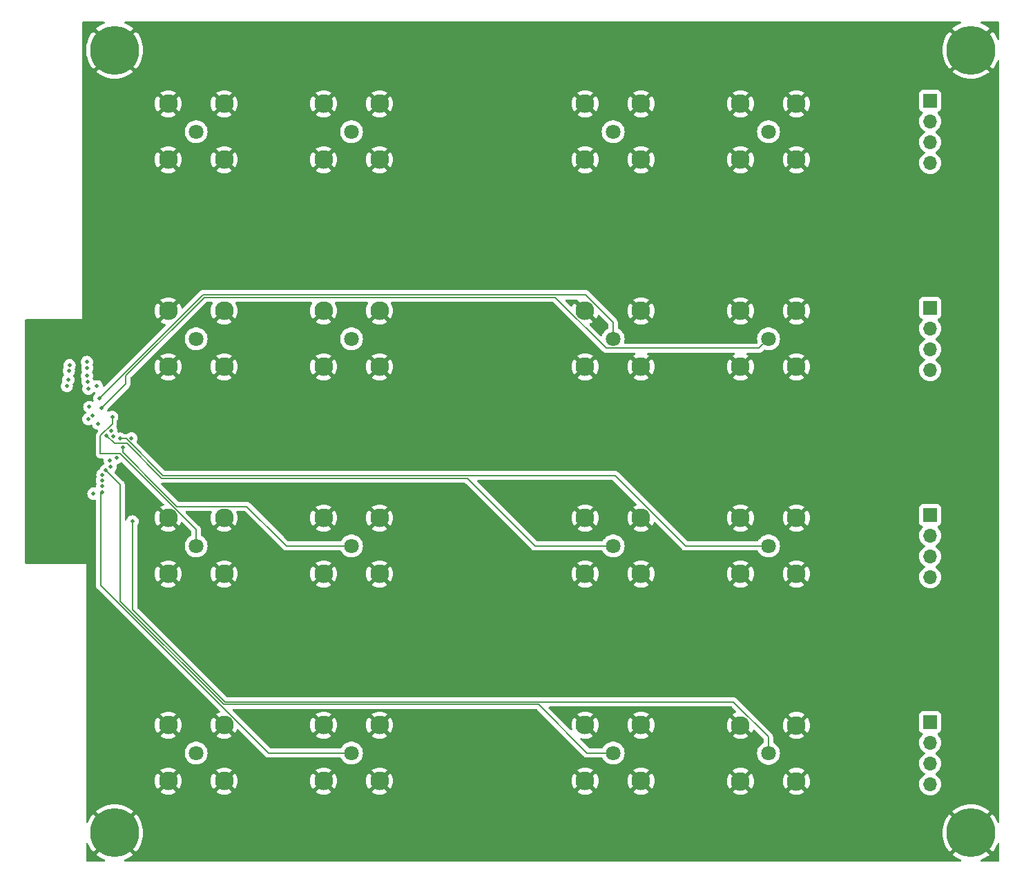
<source format=gbr>
%TF.GenerationSoftware,KiCad,Pcbnew,7.0.2*%
%TF.CreationDate,2023-10-20T09:42:02-06:00*%
%TF.ProjectId,LED_Probe_Breakout,4c45445f-5072-46f6-9265-5f427265616b,rev?*%
%TF.SameCoordinates,Original*%
%TF.FileFunction,Copper,L3,Inr*%
%TF.FilePolarity,Positive*%
%FSLAX46Y46*%
G04 Gerber Fmt 4.6, Leading zero omitted, Abs format (unit mm)*
G04 Created by KiCad (PCBNEW 7.0.2) date 2023-10-20 09:42:02*
%MOMM*%
%LPD*%
G01*
G04 APERTURE LIST*
%TA.AperFunction,ComponentPad*%
%ADD10C,1.800000*%
%TD*%
%TA.AperFunction,ComponentPad*%
%ADD11C,2.300000*%
%TD*%
%TA.AperFunction,ComponentPad*%
%ADD12C,6.000000*%
%TD*%
%TA.AperFunction,ComponentPad*%
%ADD13R,1.700000X1.700000*%
%TD*%
%TA.AperFunction,ComponentPad*%
%ADD14O,1.700000X1.700000*%
%TD*%
%TA.AperFunction,ViaPad*%
%ADD15C,0.500000*%
%TD*%
%TA.AperFunction,Conductor*%
%ADD16C,0.127000*%
%TD*%
G04 APERTURE END LIST*
D10*
%TO.N,/W_I-*%
%TO.C,J14*%
X-15950000Y-76200000D03*
D11*
%TO.N,GND*%
X-19379000Y-79629000D03*
X-12521000Y-79629000D03*
X-19379000Y-72771000D03*
X-12521000Y-72771000D03*
%TD*%
D10*
%TO.N,/S_V-*%
%TO.C,J4*%
X35179000Y0D03*
D11*
%TO.N,GND*%
X31750000Y-3429000D03*
X38608000Y-3429000D03*
X31750000Y3429000D03*
X38608000Y3429000D03*
%TD*%
D10*
%TO.N,/W_V-*%
%TO.C,J17*%
X35179000Y-76230000D03*
D11*
%TO.N,GND*%
X31750000Y-79659000D03*
X38608000Y-79659000D03*
X31750000Y-72801000D03*
X38608000Y-72801000D03*
%TD*%
D10*
%TO.N,/N_I-*%
%TO.C,J10*%
X-15950000Y-50800000D03*
D11*
%TO.N,GND*%
X-19379000Y-54229000D03*
X-12521000Y-54229000D03*
X-19379000Y-47371000D03*
X-12521000Y-47371000D03*
%TD*%
D10*
%TO.N,/E_I-*%
%TO.C,J6*%
X-15950000Y-25400000D03*
D11*
%TO.N,GND*%
X-19379000Y-28829000D03*
X-12521000Y-28829000D03*
X-19379000Y-21971000D03*
X-12521000Y-21971000D03*
%TD*%
D12*
%TO.N,GND*%
%TO.C,H4*%
X60000000Y10000000D03*
%TD*%
D13*
%TO.N,/Solder_Point_Breakout3/Sig_1*%
%TO.C,J21*%
X55000000Y-72400000D03*
D14*
%TO.N,/Solder_Point_Breakout3/Sig_2*%
X55000000Y-74940000D03*
%TO.N,/Solder_Point_Breakout3/Sig_3*%
X55000000Y-77480000D03*
%TO.N,/Solder_Point_Breakout3/Sig_4*%
X55000000Y-80020000D03*
%TD*%
D10*
%TO.N,/S_V+*%
%TO.C,J3*%
X16129000Y0D03*
D11*
%TO.N,GND*%
X12700000Y-3429000D03*
X19558000Y-3429000D03*
X12700000Y3429000D03*
X19558000Y3429000D03*
%TD*%
D10*
%TO.N,/N_I+*%
%TO.C,J11*%
X-35000000Y-50800000D03*
D11*
%TO.N,GND*%
X-38429000Y-54229000D03*
X-31571000Y-54229000D03*
X-38429000Y-47371000D03*
X-31571000Y-47371000D03*
%TD*%
D13*
%TO.N,/Solder_Point_Breakout1/Sig_1*%
%TO.C,J19*%
X55000000Y-21600000D03*
D14*
%TO.N,/Solder_Point_Breakout1/Sig_2*%
X55000000Y-24140000D03*
%TO.N,/Solder_Point_Breakout1/Sig_3*%
X55000000Y-26680000D03*
%TO.N,/Solder_Point_Breakout1/Sig_4*%
X55000000Y-29220000D03*
%TD*%
D13*
%TO.N,/Solder_Point_Breakout2/Sig_1*%
%TO.C,J20*%
X55000000Y-47000000D03*
D14*
%TO.N,/Solder_Point_Breakout2/Sig_2*%
X55000000Y-49540000D03*
%TO.N,/Solder_Point_Breakout2/Sig_3*%
X55000000Y-52080000D03*
%TO.N,/Solder_Point_Breakout2/Sig_4*%
X55000000Y-54620000D03*
%TD*%
D10*
%TO.N,/E_I+*%
%TO.C,J7*%
X-35000000Y-25400000D03*
D11*
%TO.N,GND*%
X-38429000Y-28829000D03*
X-31571000Y-28829000D03*
X-38429000Y-21971000D03*
X-31571000Y-21971000D03*
%TD*%
D12*
%TO.N,GND*%
%TO.C,H1*%
X60000000Y-86000000D03*
%TD*%
D13*
%TO.N,/Solder_Point_Breakout/Sig_1*%
%TO.C,J18*%
X55000000Y3800000D03*
D14*
%TO.N,/Solder_Point_Breakout/Sig_2*%
X55000000Y1260000D03*
%TO.N,/Solder_Point_Breakout/Sig_3*%
X55000000Y-1280000D03*
%TO.N,/Solder_Point_Breakout/Sig_4*%
X55000000Y-3820000D03*
%TD*%
D10*
%TO.N,/W_I+*%
%TO.C,J15*%
X-35000000Y-76200000D03*
D11*
%TO.N,GND*%
X-38429000Y-79629000D03*
X-31571000Y-79629000D03*
X-38429000Y-72771000D03*
X-31571000Y-72771000D03*
%TD*%
D10*
%TO.N,/S_I-*%
%TO.C,J5*%
X-15950000Y0D03*
D11*
%TO.N,GND*%
X-19379000Y-3429000D03*
X-12521000Y-3429000D03*
X-19379000Y3429000D03*
X-12521000Y3429000D03*
%TD*%
D10*
%TO.N,/S_I+*%
%TO.C,J2*%
X-35000000Y0D03*
D11*
%TO.N,GND*%
X-38429000Y-3429000D03*
X-31571000Y-3429000D03*
X-38429000Y3429000D03*
X-31571000Y3429000D03*
%TD*%
D12*
%TO.N,GND*%
%TO.C,H3*%
X-45000000Y-86000000D03*
%TD*%
D10*
%TO.N,/N_V+*%
%TO.C,J12*%
X16129000Y-50800000D03*
D11*
%TO.N,GND*%
X12700000Y-54229000D03*
X19558000Y-54229000D03*
X12700000Y-47371000D03*
X19558000Y-47371000D03*
%TD*%
D10*
%TO.N,/E_V+*%
%TO.C,J8*%
X16129000Y-25400000D03*
D11*
%TO.N,GND*%
X12700000Y-28829000D03*
X19558000Y-28829000D03*
X12700000Y-21971000D03*
X19558000Y-21971000D03*
%TD*%
D10*
%TO.N,/E_V-*%
%TO.C,J9*%
X35179000Y-25400000D03*
D11*
%TO.N,GND*%
X31750000Y-28829000D03*
X38608000Y-28829000D03*
X31750000Y-21971000D03*
X38608000Y-21971000D03*
%TD*%
D10*
%TO.N,/N_V-*%
%TO.C,J13*%
X35179000Y-50800000D03*
D11*
%TO.N,GND*%
X31750000Y-54229000D03*
X38608000Y-54229000D03*
X31750000Y-47371000D03*
X38608000Y-47371000D03*
%TD*%
D10*
%TO.N,/W_V+*%
%TO.C,J16*%
X16129000Y-76200000D03*
D11*
%TO.N,GND*%
X12700000Y-79629000D03*
X19558000Y-79629000D03*
X12700000Y-72771000D03*
X19558000Y-72771000D03*
%TD*%
D12*
%TO.N,GND*%
%TO.C,H2*%
X-45000000Y10000000D03*
%TD*%
D15*
%TO.N,GND*%
X-49250000Y-26250000D03*
%TO.N,/S_I+*%
X-48400000Y-28250000D03*
%TO.N,/S_V+*%
X-48350000Y-29000000D03*
%TO.N,/S_V-*%
X-48400000Y-29950000D03*
%TO.N,/S_I-*%
X-48332256Y-30646212D03*
%TO.N,/E_I+*%
X-48203892Y-31506384D03*
%TO.N,/E_V+*%
X-46860000Y-32690000D03*
%TO.N,/E_V-*%
X-46574555Y-33856246D03*
%TO.N,/E_I-*%
X-48250000Y-35263000D03*
%TO.N,/N_I+*%
X-45295861Y-34954139D03*
%TO.N,/N_V+*%
X-46000000Y-37263000D03*
%TO.N,/N_V-*%
X-44348754Y-37651246D03*
%TO.N,/N_I-*%
X-43997909Y-38752093D03*
%TO.N,/W_I+*%
X-45600000Y-40300000D03*
%TO.N,/W_V+*%
X-46067123Y-41537081D03*
%TO.N,/W_V-*%
X-46565119Y-42778673D03*
X-42805470Y-47805470D03*
%TO.N,/W_I-*%
X-46550000Y-44199503D03*
%TO.N,/Solder_Point_Breakout/Sig_1*%
X-50524008Y-28649338D03*
%TO.N,/Solder_Point_Breakout/Sig_2*%
X-50619589Y-29342280D03*
%TO.N,/Solder_Point_Breakout/Sig_3*%
X-50663500Y-30413500D03*
%TO.N,/Solder_Point_Breakout/Sig_4*%
X-50863500Y-31213500D03*
%TO.N,/Solder_Point_Breakout1/Sig_1*%
X-47180276Y-31219724D03*
%TO.N,/Solder_Point_Breakout1/Sig_2*%
X-48100000Y-33763000D03*
%TO.N,/Solder_Point_Breakout1/Sig_3*%
X-47700000Y-34789500D03*
%TO.N,/Solder_Point_Breakout1/Sig_4*%
X-47000000Y-35816000D03*
%TO.N,/Solder_Point_Breakout2/Sig_1*%
X-45393853Y-36656146D03*
%TO.N,/Solder_Point_Breakout2/Sig_2*%
X-45207218Y-37330290D03*
%TO.N,/Solder_Point_Breakout2/Sig_3*%
X-42934508Y-37590000D03*
%TO.N,/Solder_Point_Breakout2/Sig_4*%
X-44738097Y-40013000D03*
%TO.N,/Solder_Point_Breakout3/Sig_1*%
X-45505774Y-41119718D03*
%TO.N,/Solder_Point_Breakout3/Sig_2*%
X-46506140Y-42081662D03*
%TO.N,/Solder_Point_Breakout3/Sig_3*%
X-46550000Y-43500000D03*
%TO.N,/Solder_Point_Breakout3/Sig_4*%
X-47600000Y-44400000D03*
%TD*%
D16*
%TO.N,/E_V+*%
X-46860000Y-32690000D02*
X-34170000Y-20000000D01*
X16129000Y-23401009D02*
X16129000Y-25400000D01*
X12727991Y-20000000D02*
X16129000Y-23401009D01*
X-34170000Y-20000000D02*
X12727991Y-20000000D01*
%TO.N,/E_V-*%
X-43603776Y-29896224D02*
X-34034552Y-20327000D01*
X9057009Y-20327000D02*
X15293509Y-26563500D01*
X34015500Y-26563500D02*
X35179000Y-25400000D01*
X-43603776Y-30885467D02*
X-43603776Y-29896224D01*
X15293509Y-26563500D02*
X34015500Y-26563500D01*
X-34034552Y-20327000D02*
X9057009Y-20327000D01*
X-46574555Y-33856246D02*
X-43603776Y-30885467D01*
%TO.N,/N_I+*%
X-46750000Y-39500000D02*
X-44301009Y-39500000D01*
X-45295861Y-34954139D02*
X-45295861Y-35832662D01*
X-35000000Y-48801009D02*
X-35000000Y-50800000D01*
X-46750000Y-37286801D02*
X-46750000Y-39500000D01*
X-45295861Y-35832662D02*
X-46750000Y-37286801D01*
X-44301009Y-39500000D02*
X-35000000Y-48801009D01*
%TO.N,/N_V+*%
X6550000Y-50800000D02*
X16129000Y-50800000D01*
X-45024407Y-38238593D02*
X-43511407Y-38238593D01*
X-39250000Y-42500000D02*
X-1750000Y-42500000D01*
X-43511407Y-38238593D02*
X-39250000Y-42500000D01*
X-1750000Y-42500000D02*
X6550000Y-50800000D01*
X-46000000Y-37263000D02*
X-45024407Y-38238593D01*
%TO.N,/N_V-*%
X-43598754Y-37651246D02*
X-44348754Y-37651246D01*
X-39077000Y-42173000D02*
X-43598754Y-37651246D01*
X24985991Y-50800000D02*
X16358991Y-42173000D01*
X35179000Y-50800000D02*
X24985991Y-50800000D01*
X16358991Y-42173000D02*
X-39077000Y-42173000D01*
%TO.N,/N_I-*%
X-15950000Y-50800000D02*
X-23950000Y-50800000D01*
X-23950000Y-50800000D02*
X-24625000Y-50125000D01*
X-43997909Y-39340652D02*
X-39294280Y-44044281D01*
X-39294280Y-44044281D02*
X-37381061Y-45957500D01*
X-28792500Y-45957500D02*
X-24625000Y-50125000D01*
X-37381061Y-45957500D02*
X-28792500Y-45957500D01*
X-43997909Y-38752093D02*
X-43997909Y-39340652D01*
%TO.N,/W_V+*%
X-44324246Y-57556315D02*
X-31630561Y-70250000D01*
X12950000Y-76200000D02*
X16129000Y-76200000D01*
X-31630561Y-70250000D02*
X7000000Y-70250000D01*
X-46067123Y-41537081D02*
X-44324246Y-43279958D01*
X7000000Y-70250000D02*
X12950000Y-76200000D01*
X-44324246Y-43279958D02*
X-44324246Y-57556315D01*
%TO.N,/W_V-*%
X-31495113Y-69923000D02*
X30870991Y-69923000D01*
X35179000Y-74231009D02*
X35179000Y-76230000D01*
X-42805470Y-47805470D02*
X-42805470Y-58612643D01*
X30870991Y-69923000D02*
X35179000Y-74231009D01*
X-42805470Y-58612643D02*
X-31495113Y-69923000D01*
%TO.N,/W_I-*%
X-15950000Y-76200000D02*
X-26143009Y-76200000D01*
X-46699246Y-44348749D02*
X-46550000Y-44199503D01*
X-26143009Y-76200000D02*
X-46699246Y-55643763D01*
X-46699246Y-55643763D02*
X-46699246Y-44348749D01*
%TD*%
%TA.AperFunction,Conductor*%
%TO.N,GND*%
G36*
X-46107368Y-87019404D02*
G01*
X-45924477Y-87187768D01*
X-45869883Y-87223435D01*
X-47293148Y-88646701D01*
X-47293148Y-88646702D01*
X-47062597Y-88833399D01*
X-47057343Y-88837216D01*
X-46755129Y-89033476D01*
X-46749508Y-89036722D01*
X-46428424Y-89200323D01*
X-46422500Y-89202960D01*
X-46274596Y-89259736D01*
X-46219064Y-89302138D01*
X-46195271Y-89367832D01*
X-46210773Y-89435960D01*
X-46260646Y-89484893D01*
X-46319034Y-89499500D01*
X-48375500Y-89499500D01*
X-48442539Y-89479815D01*
X-48488294Y-89427011D01*
X-48499500Y-89375500D01*
X-48499500Y-87319033D01*
X-48479815Y-87251994D01*
X-48427011Y-87206239D01*
X-48357853Y-87196295D01*
X-48294297Y-87225320D01*
X-48259736Y-87274596D01*
X-48202963Y-87422494D01*
X-48200323Y-87428424D01*
X-48036722Y-87749508D01*
X-48033476Y-87755129D01*
X-47837216Y-88057343D01*
X-47833399Y-88062597D01*
X-47646702Y-88293148D01*
X-47646701Y-88293148D01*
X-46223610Y-86870057D01*
X-46107368Y-87019404D01*
G37*
%TD.AperFunction*%
%TA.AperFunction,Conductor*%
G36*
X14033198Y-22950645D02*
G01*
X14039003Y-22943849D01*
X14174707Y-22722397D01*
X14243712Y-22555808D01*
X14287553Y-22501405D01*
X14353847Y-22479340D01*
X14421547Y-22496619D01*
X14445954Y-22515580D01*
X15528681Y-23598307D01*
X15562166Y-23659630D01*
X15565000Y-23685988D01*
X15565000Y-24038904D01*
X15545315Y-24105943D01*
X15500019Y-24147957D01*
X15375847Y-24215156D01*
X15360372Y-24223531D01*
X15177215Y-24366087D01*
X15020020Y-24536848D01*
X14893076Y-24731150D01*
X14799842Y-24943701D01*
X14787033Y-24994282D01*
X14751493Y-25054437D01*
X14689072Y-25085829D01*
X14619589Y-25078489D01*
X14579147Y-25051521D01*
X13244580Y-23716954D01*
X13211095Y-23655631D01*
X13216079Y-23585939D01*
X13257951Y-23530006D01*
X13284808Y-23514712D01*
X13451397Y-23445707D01*
X13672849Y-23310003D01*
X13679645Y-23304198D01*
X13025945Y-22650498D01*
X13038891Y-22645787D01*
X13185373Y-22549445D01*
X13305688Y-22421918D01*
X13378447Y-22295894D01*
X14033198Y-22950645D01*
G37*
%TD.AperFunction*%
%TA.AperFunction,Conductor*%
G36*
X11662230Y-20583685D02*
G01*
X11682872Y-20600319D01*
X12374054Y-21291501D01*
X12361109Y-21296213D01*
X12214627Y-21392555D01*
X12094312Y-21520082D01*
X12021552Y-21646105D01*
X11366801Y-20991354D01*
X11360992Y-20998156D01*
X11225295Y-21219595D01*
X11156287Y-21386192D01*
X11112445Y-21440595D01*
X11046151Y-21462659D01*
X10978452Y-21445379D01*
X10954045Y-21426419D01*
X10303307Y-20775681D01*
X10269822Y-20714358D01*
X10274806Y-20644666D01*
X10316678Y-20588733D01*
X10382142Y-20564316D01*
X10390988Y-20564000D01*
X11595191Y-20564000D01*
X11662230Y-20583685D01*
G37*
%TD.AperFunction*%
%TA.AperFunction,Conductor*%
G36*
X-46251995Y13479815D02*
G01*
X-46206240Y13427011D01*
X-46196296Y13357853D01*
X-46225321Y13294297D01*
X-46274596Y13259736D01*
X-46422500Y13202960D01*
X-46428424Y13200323D01*
X-46749507Y13036722D01*
X-46755128Y13033476D01*
X-47057343Y12837216D01*
X-47062597Y12833399D01*
X-47293148Y12646702D01*
X-45869882Y11223436D01*
X-45924477Y11187768D01*
X-46107368Y11019404D01*
X-46223610Y10870057D01*
X-47646701Y12293148D01*
X-47646702Y12293148D01*
X-47833399Y12062597D01*
X-47837216Y12057343D01*
X-48033476Y11755128D01*
X-48036722Y11749507D01*
X-48200323Y11428424D01*
X-48202960Y11422500D01*
X-48332106Y11086065D01*
X-48334103Y11079919D01*
X-48427373Y10731831D01*
X-48428724Y10725472D01*
X-48485095Y10369557D01*
X-48485772Y10363113D01*
X-48504633Y10003243D01*
X-48504633Y9996756D01*
X-48485772Y9636886D01*
X-48485095Y9630442D01*
X-48428724Y9274527D01*
X-48427373Y9268168D01*
X-48334103Y8920080D01*
X-48332106Y8913934D01*
X-48202960Y8577499D01*
X-48200323Y8571575D01*
X-48036722Y8250491D01*
X-48033476Y8244870D01*
X-47837216Y7942656D01*
X-47833399Y7937402D01*
X-47646701Y7706851D01*
X-46223609Y9129942D01*
X-46107368Y8980596D01*
X-45924477Y8812232D01*
X-45869882Y8776563D01*
X-47293148Y7353297D01*
X-47062597Y7166600D01*
X-47057343Y7162783D01*
X-46755129Y6966523D01*
X-46749508Y6963277D01*
X-46428424Y6799676D01*
X-46422500Y6797039D01*
X-46086065Y6667893D01*
X-46079919Y6665896D01*
X-45731831Y6572626D01*
X-45725472Y6571275D01*
X-45369557Y6514904D01*
X-45363113Y6514227D01*
X-45003244Y6495367D01*
X-44996756Y6495367D01*
X-44636886Y6514227D01*
X-44630442Y6514904D01*
X-44274527Y6571275D01*
X-44268168Y6572626D01*
X-43920080Y6665896D01*
X-43913934Y6667893D01*
X-43577499Y6797039D01*
X-43571575Y6799676D01*
X-43250491Y6963277D01*
X-43244870Y6966523D01*
X-42942656Y7162783D01*
X-42937402Y7166600D01*
X-42706851Y7353297D01*
X-44130117Y8776563D01*
X-44075523Y8812232D01*
X-43892632Y8980596D01*
X-43776389Y9129943D01*
X-42353297Y7706851D01*
X-42166600Y7937402D01*
X-42162783Y7942656D01*
X-41966523Y8244870D01*
X-41963277Y8250491D01*
X-41799676Y8571575D01*
X-41797039Y8577499D01*
X-41667893Y8913934D01*
X-41665896Y8920080D01*
X-41572626Y9268168D01*
X-41571275Y9274527D01*
X-41514904Y9630442D01*
X-41514227Y9636886D01*
X-41495367Y9996756D01*
X-41495367Y10003243D01*
X-41514227Y10363113D01*
X-41514904Y10369557D01*
X-41571275Y10725472D01*
X-41572626Y10731831D01*
X-41665896Y11079919D01*
X-41667893Y11086065D01*
X-41797039Y11422500D01*
X-41799676Y11428424D01*
X-41963277Y11749507D01*
X-41966523Y11755128D01*
X-42162783Y12057343D01*
X-42166600Y12062597D01*
X-42353297Y12293147D01*
X-43776389Y10870056D01*
X-43892632Y11019404D01*
X-44075523Y11187768D01*
X-44130115Y11223435D01*
X-42706850Y12646701D01*
X-42937402Y12833399D01*
X-42942656Y12837216D01*
X-43244870Y13033476D01*
X-43250491Y13036722D01*
X-43571575Y13200323D01*
X-43577499Y13202960D01*
X-43725404Y13259736D01*
X-43780936Y13302138D01*
X-43804729Y13367832D01*
X-43789227Y13435960D01*
X-43739354Y13484893D01*
X-43680966Y13499500D01*
X58680966Y13499500D01*
X58748005Y13479815D01*
X58793760Y13427011D01*
X58803704Y13357853D01*
X58774679Y13294297D01*
X58725404Y13259736D01*
X58577499Y13202960D01*
X58571575Y13200323D01*
X58250492Y13036722D01*
X58244871Y13033476D01*
X57942656Y12837216D01*
X57937402Y12833399D01*
X57706850Y12646701D01*
X59130115Y11223435D01*
X59075523Y11187768D01*
X58892632Y11019404D01*
X58776389Y10870056D01*
X57353297Y12293147D01*
X57166600Y12062597D01*
X57162783Y12057343D01*
X56966523Y11755128D01*
X56963277Y11749507D01*
X56799676Y11428424D01*
X56797039Y11422500D01*
X56667893Y11086065D01*
X56665896Y11079919D01*
X56572626Y10731831D01*
X56571275Y10725472D01*
X56514904Y10369557D01*
X56514227Y10363113D01*
X56495367Y10003243D01*
X56495367Y9996756D01*
X56514227Y9636886D01*
X56514904Y9630442D01*
X56571275Y9274527D01*
X56572626Y9268168D01*
X56665896Y8920080D01*
X56667893Y8913934D01*
X56797039Y8577499D01*
X56799676Y8571575D01*
X56963277Y8250491D01*
X56966523Y8244870D01*
X57162783Y7942656D01*
X57166600Y7937402D01*
X57353297Y7706851D01*
X58776389Y9129943D01*
X58892632Y8980596D01*
X59075523Y8812232D01*
X59130117Y8776563D01*
X57706851Y7353297D01*
X57937402Y7166600D01*
X57942656Y7162783D01*
X58244870Y6966523D01*
X58250491Y6963277D01*
X58571575Y6799676D01*
X58577499Y6797039D01*
X58913934Y6667893D01*
X58920080Y6665896D01*
X59268168Y6572626D01*
X59274527Y6571275D01*
X59630442Y6514904D01*
X59636886Y6514227D01*
X59996756Y6495367D01*
X60003244Y6495367D01*
X60363113Y6514227D01*
X60369557Y6514904D01*
X60725472Y6571275D01*
X60731831Y6572626D01*
X61079919Y6665896D01*
X61086065Y6667893D01*
X61422500Y6797039D01*
X61428424Y6799676D01*
X61749508Y6963277D01*
X61755129Y6966523D01*
X62057343Y7162783D01*
X62062597Y7166600D01*
X62293148Y7353297D01*
X60869882Y8776563D01*
X60924477Y8812232D01*
X61107368Y8980596D01*
X61223609Y9129942D01*
X62646701Y7706851D01*
X62833399Y7937402D01*
X62837216Y7942656D01*
X63033476Y8244870D01*
X63036722Y8250491D01*
X63200323Y8571575D01*
X63202960Y8577499D01*
X63259736Y8725404D01*
X63302138Y8780936D01*
X63367832Y8804729D01*
X63435960Y8789227D01*
X63484893Y8739354D01*
X63499500Y8680966D01*
X63499500Y-84680966D01*
X63479815Y-84748005D01*
X63427011Y-84793760D01*
X63357853Y-84803704D01*
X63294297Y-84774679D01*
X63259736Y-84725404D01*
X63202960Y-84577499D01*
X63200323Y-84571575D01*
X63036722Y-84250492D01*
X63033476Y-84244871D01*
X62837216Y-83942656D01*
X62833399Y-83937402D01*
X62646701Y-83706851D01*
X61223609Y-85129942D01*
X61107368Y-84980596D01*
X60924477Y-84812232D01*
X60869881Y-84776563D01*
X62293147Y-83353297D01*
X62062597Y-83166600D01*
X62057343Y-83162783D01*
X61755129Y-82966523D01*
X61749508Y-82963277D01*
X61428424Y-82799676D01*
X61422500Y-82797039D01*
X61086065Y-82667893D01*
X61079919Y-82665896D01*
X60731831Y-82572626D01*
X60725472Y-82571275D01*
X60369557Y-82514904D01*
X60363113Y-82514227D01*
X60003244Y-82495367D01*
X59996756Y-82495367D01*
X59636886Y-82514227D01*
X59630442Y-82514904D01*
X59274527Y-82571275D01*
X59268168Y-82572626D01*
X58920080Y-82665896D01*
X58913934Y-82667893D01*
X58577499Y-82797039D01*
X58571575Y-82799676D01*
X58250492Y-82963277D01*
X58244871Y-82966523D01*
X57942656Y-83162783D01*
X57937402Y-83166600D01*
X57706850Y-83353297D01*
X59130116Y-84776564D01*
X59075523Y-84812232D01*
X58892632Y-84980596D01*
X58776389Y-85129943D01*
X57353297Y-83706851D01*
X57166600Y-83937402D01*
X57162783Y-83942656D01*
X56966523Y-84244871D01*
X56963277Y-84250492D01*
X56799676Y-84571575D01*
X56797039Y-84577499D01*
X56667893Y-84913934D01*
X56665896Y-84920080D01*
X56572626Y-85268168D01*
X56571275Y-85274527D01*
X56514904Y-85630442D01*
X56514227Y-85636886D01*
X56495367Y-85996756D01*
X56495367Y-86003243D01*
X56514227Y-86363113D01*
X56514904Y-86369557D01*
X56571275Y-86725472D01*
X56572626Y-86731831D01*
X56665896Y-87079919D01*
X56667893Y-87086065D01*
X56797039Y-87422500D01*
X56799676Y-87428424D01*
X56963277Y-87749508D01*
X56966523Y-87755129D01*
X57162783Y-88057343D01*
X57166600Y-88062597D01*
X57353297Y-88293147D01*
X58776389Y-86870056D01*
X58892632Y-87019404D01*
X59075523Y-87187768D01*
X59130116Y-87223435D01*
X57706851Y-88646701D01*
X57937402Y-88833399D01*
X57942656Y-88837216D01*
X58244870Y-89033476D01*
X58250491Y-89036722D01*
X58571575Y-89200323D01*
X58577499Y-89202960D01*
X58725404Y-89259736D01*
X58780936Y-89302138D01*
X58804729Y-89367832D01*
X58789227Y-89435960D01*
X58739354Y-89484893D01*
X58680966Y-89499500D01*
X-43680966Y-89499500D01*
X-43748005Y-89479815D01*
X-43793760Y-89427011D01*
X-43803704Y-89357853D01*
X-43774679Y-89294297D01*
X-43725404Y-89259736D01*
X-43577499Y-89202960D01*
X-43571575Y-89200323D01*
X-43250491Y-89036722D01*
X-43244870Y-89033476D01*
X-42942656Y-88837216D01*
X-42937402Y-88833399D01*
X-42706851Y-88646701D01*
X-44130116Y-87223435D01*
X-44075523Y-87187768D01*
X-43892632Y-87019404D01*
X-43776389Y-86870056D01*
X-42353297Y-88293147D01*
X-42166600Y-88062597D01*
X-42162783Y-88057343D01*
X-41966523Y-87755129D01*
X-41963277Y-87749508D01*
X-41799676Y-87428424D01*
X-41797039Y-87422500D01*
X-41667893Y-87086065D01*
X-41665896Y-87079919D01*
X-41572626Y-86731831D01*
X-41571275Y-86725472D01*
X-41514904Y-86369557D01*
X-41514227Y-86363113D01*
X-41495367Y-86003243D01*
X-41495367Y-85996756D01*
X-41514227Y-85636886D01*
X-41514904Y-85630442D01*
X-41571275Y-85274527D01*
X-41572626Y-85268168D01*
X-41665896Y-84920080D01*
X-41667893Y-84913934D01*
X-41797039Y-84577499D01*
X-41799676Y-84571575D01*
X-41963277Y-84250492D01*
X-41966523Y-84244871D01*
X-42162783Y-83942656D01*
X-42166600Y-83937402D01*
X-42353297Y-83706851D01*
X-43776389Y-85129943D01*
X-43892632Y-84980596D01*
X-44075523Y-84812232D01*
X-44130116Y-84776564D01*
X-42706850Y-83353297D01*
X-42937402Y-83166600D01*
X-42942656Y-83162783D01*
X-43244870Y-82966523D01*
X-43250491Y-82963277D01*
X-43571575Y-82799676D01*
X-43577499Y-82797039D01*
X-43913934Y-82667893D01*
X-43920080Y-82665896D01*
X-44268168Y-82572626D01*
X-44274527Y-82571275D01*
X-44630442Y-82514904D01*
X-44636886Y-82514227D01*
X-44996756Y-82495367D01*
X-45003244Y-82495367D01*
X-45363113Y-82514227D01*
X-45369557Y-82514904D01*
X-45725472Y-82571275D01*
X-45731831Y-82572626D01*
X-46079919Y-82665896D01*
X-46086065Y-82667893D01*
X-46422500Y-82797039D01*
X-46428424Y-82799676D01*
X-46749507Y-82963277D01*
X-46755128Y-82966523D01*
X-47057343Y-83162783D01*
X-47062597Y-83166600D01*
X-47293147Y-83353297D01*
X-45869881Y-84776563D01*
X-45924477Y-84812232D01*
X-46107368Y-84980596D01*
X-46223609Y-85129942D01*
X-47646701Y-83706851D01*
X-47833399Y-83937402D01*
X-47837216Y-83942656D01*
X-48033476Y-84244871D01*
X-48036722Y-84250492D01*
X-48200323Y-84571575D01*
X-48202960Y-84577499D01*
X-48259736Y-84725404D01*
X-48302138Y-84780936D01*
X-48367832Y-84804729D01*
X-48435960Y-84789227D01*
X-48484893Y-84739354D01*
X-48499500Y-84680966D01*
X-48499500Y-79629000D01*
X-40084101Y-79629000D01*
X-40063724Y-79887916D01*
X-40003096Y-80140455D01*
X-39903707Y-80380397D01*
X-39768003Y-80601849D01*
X-39762198Y-80608645D01*
X-39106195Y-79952642D01*
X-39082941Y-80006553D01*
X-38978244Y-80147185D01*
X-38843938Y-80259882D01*
X-38752334Y-80305887D01*
X-39408645Y-80962198D01*
X-39401849Y-80968003D01*
X-39180397Y-81103707D01*
X-38940455Y-81203096D01*
X-38687916Y-81263724D01*
X-38428999Y-81284101D01*
X-38170083Y-81263724D01*
X-37917544Y-81203096D01*
X-37677597Y-81103705D01*
X-37456155Y-80968006D01*
X-37449354Y-80962198D01*
X-38103054Y-80308498D01*
X-38090109Y-80303787D01*
X-37943627Y-80207445D01*
X-37823312Y-80079918D01*
X-37750552Y-79953893D01*
X-37095801Y-80608644D01*
X-37089993Y-80601843D01*
X-36954294Y-80380402D01*
X-36854903Y-80140455D01*
X-36794275Y-79887916D01*
X-36773898Y-79629000D01*
X-33226101Y-79629000D01*
X-33205724Y-79887916D01*
X-33145096Y-80140455D01*
X-33045707Y-80380397D01*
X-32910003Y-80601849D01*
X-32904198Y-80608645D01*
X-32248195Y-79952642D01*
X-32224941Y-80006553D01*
X-32120244Y-80147185D01*
X-31985938Y-80259882D01*
X-31894334Y-80305887D01*
X-32550645Y-80962198D01*
X-32543849Y-80968003D01*
X-32322397Y-81103707D01*
X-32082455Y-81203096D01*
X-31829916Y-81263724D01*
X-31571000Y-81284101D01*
X-31312083Y-81263724D01*
X-31059544Y-81203096D01*
X-30819597Y-81103705D01*
X-30598155Y-80968006D01*
X-30591354Y-80962198D01*
X-31245054Y-80308498D01*
X-31232109Y-80303787D01*
X-31085627Y-80207445D01*
X-30965312Y-80079918D01*
X-30892551Y-79953893D01*
X-30237801Y-80608644D01*
X-30231993Y-80601843D01*
X-30096294Y-80380402D01*
X-29996903Y-80140455D01*
X-29936275Y-79887916D01*
X-29915898Y-79629000D01*
X-21034101Y-79629000D01*
X-21013724Y-79887916D01*
X-20953096Y-80140455D01*
X-20853707Y-80380397D01*
X-20718003Y-80601849D01*
X-20712198Y-80608645D01*
X-20056195Y-79952642D01*
X-20032941Y-80006553D01*
X-19928244Y-80147185D01*
X-19793938Y-80259882D01*
X-19702334Y-80305887D01*
X-20358645Y-80962198D01*
X-20351849Y-80968003D01*
X-20130397Y-81103707D01*
X-19890455Y-81203096D01*
X-19637916Y-81263724D01*
X-19379000Y-81284101D01*
X-19120083Y-81263724D01*
X-18867544Y-81203096D01*
X-18627597Y-81103705D01*
X-18406155Y-80968006D01*
X-18399354Y-80962198D01*
X-19053054Y-80308498D01*
X-19040109Y-80303787D01*
X-18893627Y-80207445D01*
X-18773312Y-80079918D01*
X-18700552Y-79953893D01*
X-18045801Y-80608644D01*
X-18039993Y-80601843D01*
X-17904294Y-80380402D01*
X-17804903Y-80140455D01*
X-17744275Y-79887916D01*
X-17723898Y-79629000D01*
X-14176101Y-79629000D01*
X-14155724Y-79887916D01*
X-14095096Y-80140455D01*
X-13995707Y-80380397D01*
X-13860003Y-80601849D01*
X-13854198Y-80608645D01*
X-13198195Y-79952642D01*
X-13174941Y-80006553D01*
X-13070244Y-80147185D01*
X-12935938Y-80259882D01*
X-12844334Y-80305887D01*
X-13500645Y-80962198D01*
X-13493849Y-80968003D01*
X-13272397Y-81103707D01*
X-13032455Y-81203096D01*
X-12779916Y-81263724D01*
X-12521000Y-81284101D01*
X-12262083Y-81263724D01*
X-12009544Y-81203096D01*
X-11769597Y-81103705D01*
X-11548155Y-80968006D01*
X-11541354Y-80962198D01*
X-12195054Y-80308498D01*
X-12182109Y-80303787D01*
X-12035627Y-80207445D01*
X-11915312Y-80079918D01*
X-11842552Y-79953893D01*
X-11187801Y-80608644D01*
X-11181993Y-80601843D01*
X-11046294Y-80380402D01*
X-10946903Y-80140455D01*
X-10886275Y-79887916D01*
X-10865898Y-79629000D01*
X11044898Y-79629000D01*
X11065275Y-79887916D01*
X11125903Y-80140455D01*
X11225294Y-80380402D01*
X11360993Y-80601843D01*
X11366801Y-80608644D01*
X12022803Y-79952641D01*
X12046059Y-80006553D01*
X12150756Y-80147185D01*
X12285062Y-80259882D01*
X12376665Y-80305887D01*
X11720354Y-80962198D01*
X11727155Y-80968006D01*
X11948597Y-81103705D01*
X12188544Y-81203096D01*
X12441083Y-81263724D01*
X12700000Y-81284101D01*
X12958916Y-81263724D01*
X13211455Y-81203096D01*
X13451397Y-81103707D01*
X13672849Y-80968003D01*
X13679645Y-80962198D01*
X13025945Y-80308498D01*
X13038891Y-80303787D01*
X13185373Y-80207445D01*
X13305688Y-80079918D01*
X13378447Y-79953893D01*
X14033198Y-80608645D01*
X14039003Y-80601849D01*
X14174707Y-80380397D01*
X14274096Y-80140455D01*
X14334724Y-79887916D01*
X14355101Y-79629000D01*
X17902898Y-79629000D01*
X17923275Y-79887916D01*
X17983903Y-80140455D01*
X18083294Y-80380402D01*
X18218993Y-80601843D01*
X18224801Y-80608644D01*
X18880803Y-79952641D01*
X18904059Y-80006553D01*
X19008756Y-80147185D01*
X19143062Y-80259882D01*
X19234665Y-80305887D01*
X18578354Y-80962198D01*
X18585155Y-80968006D01*
X18806597Y-81103705D01*
X19046544Y-81203096D01*
X19299083Y-81263724D01*
X19558000Y-81284101D01*
X19816916Y-81263724D01*
X20069455Y-81203096D01*
X20309397Y-81103707D01*
X20530849Y-80968003D01*
X20537645Y-80962198D01*
X19883945Y-80308498D01*
X19896891Y-80303787D01*
X20043373Y-80207445D01*
X20163688Y-80079918D01*
X20236447Y-79953894D01*
X20891198Y-80608645D01*
X20897003Y-80601849D01*
X21032707Y-80380397D01*
X21132096Y-80140455D01*
X21192724Y-79887916D01*
X21210740Y-79659000D01*
X30094898Y-79659000D01*
X30115275Y-79917916D01*
X30175903Y-80170455D01*
X30275294Y-80410402D01*
X30410993Y-80631843D01*
X30416801Y-80638644D01*
X31072803Y-79982641D01*
X31096059Y-80036553D01*
X31200756Y-80177185D01*
X31335062Y-80289882D01*
X31426665Y-80335887D01*
X30770354Y-80992198D01*
X30777155Y-80998006D01*
X30998597Y-81133705D01*
X31238544Y-81233096D01*
X31491083Y-81293724D01*
X31750000Y-81314101D01*
X32008916Y-81293724D01*
X32261455Y-81233096D01*
X32501397Y-81133707D01*
X32722849Y-80998003D01*
X32729645Y-80992198D01*
X32075945Y-80338498D01*
X32088891Y-80333787D01*
X32235373Y-80237445D01*
X32355688Y-80109918D01*
X32428447Y-79983894D01*
X33083198Y-80638645D01*
X33089003Y-80631849D01*
X33224707Y-80410397D01*
X33324096Y-80170455D01*
X33384724Y-79917916D01*
X33405101Y-79659000D01*
X36952898Y-79659000D01*
X36973275Y-79917916D01*
X37033903Y-80170455D01*
X37133294Y-80410402D01*
X37268993Y-80631843D01*
X37274801Y-80638644D01*
X37930804Y-79982642D01*
X37954059Y-80036553D01*
X38058756Y-80177185D01*
X38193062Y-80289882D01*
X38284665Y-80335887D01*
X37628354Y-80992198D01*
X37635155Y-80998006D01*
X37856597Y-81133705D01*
X38096544Y-81233096D01*
X38349083Y-81293724D01*
X38608000Y-81314101D01*
X38866916Y-81293724D01*
X39119455Y-81233096D01*
X39359397Y-81133707D01*
X39580849Y-80998003D01*
X39587645Y-80992198D01*
X38933945Y-80338498D01*
X38946891Y-80333787D01*
X39093373Y-80237445D01*
X39213688Y-80109918D01*
X39286447Y-79983894D01*
X39941198Y-80638645D01*
X39947003Y-80631849D01*
X40082707Y-80410397D01*
X40182096Y-80170455D01*
X40218216Y-80020000D01*
X53644340Y-80020000D01*
X53664936Y-80255407D01*
X53702006Y-80393752D01*
X53726097Y-80483663D01*
X53825965Y-80697830D01*
X53961505Y-80891401D01*
X54128599Y-81058495D01*
X54322170Y-81194035D01*
X54536337Y-81293903D01*
X54764592Y-81355063D01*
X55000000Y-81375659D01*
X55235408Y-81355063D01*
X55463663Y-81293903D01*
X55677830Y-81194035D01*
X55871401Y-81058495D01*
X56038495Y-80891401D01*
X56174035Y-80697830D01*
X56273903Y-80483663D01*
X56335063Y-80255408D01*
X56355659Y-80020000D01*
X56335063Y-79784592D01*
X56273903Y-79556337D01*
X56174035Y-79342171D01*
X56038495Y-79148599D01*
X55871401Y-78981505D01*
X55685839Y-78851573D01*
X55642215Y-78796997D01*
X55635023Y-78727498D01*
X55666545Y-78665144D01*
X55685831Y-78648432D01*
X55871401Y-78518495D01*
X56038495Y-78351401D01*
X56174035Y-78157830D01*
X56273903Y-77943663D01*
X56335063Y-77715408D01*
X56355659Y-77480000D01*
X56335063Y-77244592D01*
X56273903Y-77016337D01*
X56174035Y-76802171D01*
X56038495Y-76608599D01*
X55871401Y-76441505D01*
X55685839Y-76311573D01*
X55642215Y-76256997D01*
X55635023Y-76187498D01*
X55666545Y-76125144D01*
X55685831Y-76108432D01*
X55871401Y-75978495D01*
X56038495Y-75811401D01*
X56174035Y-75617830D01*
X56273903Y-75403663D01*
X56335063Y-75175408D01*
X56355659Y-74940000D01*
X56335063Y-74704592D01*
X56273903Y-74476337D01*
X56174035Y-74262171D01*
X56038495Y-74068599D01*
X55916569Y-73946673D01*
X55883084Y-73885350D01*
X55888068Y-73815658D01*
X55929940Y-73759725D01*
X55960915Y-73742810D01*
X56092331Y-73693796D01*
X56207546Y-73607546D01*
X56293796Y-73492331D01*
X56344091Y-73357483D01*
X56350500Y-73297873D01*
X56350499Y-71502128D01*
X56344091Y-71442517D01*
X56293796Y-71307669D01*
X56207546Y-71192454D01*
X56092331Y-71106204D01*
X55957483Y-71055909D01*
X55897873Y-71049500D01*
X55894550Y-71049500D01*
X54105439Y-71049500D01*
X54105420Y-71049500D01*
X54102128Y-71049501D01*
X54098848Y-71049853D01*
X54098840Y-71049854D01*
X54042515Y-71055909D01*
X53907669Y-71106204D01*
X53792454Y-71192454D01*
X53706204Y-71307668D01*
X53655909Y-71442516D01*
X53653191Y-71467801D01*
X53649500Y-71502127D01*
X53649500Y-71505448D01*
X53649500Y-71505449D01*
X53649500Y-73294560D01*
X53649500Y-73294578D01*
X53649501Y-73297872D01*
X53649853Y-73301152D01*
X53649854Y-73301159D01*
X53655909Y-73357484D01*
X53670513Y-73396638D01*
X53706204Y-73492331D01*
X53792454Y-73607546D01*
X53907669Y-73693796D01*
X54019907Y-73735658D01*
X54039082Y-73742810D01*
X54095016Y-73784681D01*
X54119433Y-73850146D01*
X54104581Y-73918419D01*
X54083431Y-73946673D01*
X53961503Y-74068601D01*
X53825965Y-74262170D01*
X53726097Y-74476336D01*
X53664936Y-74704592D01*
X53644340Y-74939999D01*
X53664936Y-75175407D01*
X53708194Y-75336846D01*
X53726097Y-75403663D01*
X53825965Y-75617830D01*
X53961505Y-75811401D01*
X54128599Y-75978495D01*
X54314160Y-76108426D01*
X54357783Y-76163002D01*
X54364976Y-76232501D01*
X54333454Y-76294855D01*
X54314159Y-76311575D01*
X54128595Y-76441508D01*
X53961505Y-76608598D01*
X53825965Y-76802170D01*
X53726097Y-77016336D01*
X53664936Y-77244592D01*
X53644340Y-77479999D01*
X53664936Y-77715407D01*
X53709709Y-77882501D01*
X53726097Y-77943663D01*
X53825965Y-78157830D01*
X53961505Y-78351401D01*
X54128599Y-78518495D01*
X54314160Y-78648426D01*
X54357783Y-78703002D01*
X54364976Y-78772501D01*
X54333454Y-78834855D01*
X54314159Y-78851575D01*
X54128595Y-78981508D01*
X53961505Y-79148598D01*
X53825965Y-79342170D01*
X53726097Y-79556336D01*
X53664936Y-79784592D01*
X53644340Y-80020000D01*
X40218216Y-80020000D01*
X40242724Y-79917916D01*
X40263101Y-79658999D01*
X40242724Y-79400083D01*
X40182096Y-79147544D01*
X40082705Y-78907597D01*
X39947006Y-78686155D01*
X39941198Y-78679354D01*
X39285195Y-79335356D01*
X39261941Y-79281447D01*
X39157244Y-79140815D01*
X39022938Y-79028118D01*
X38931334Y-78982112D01*
X39587645Y-78325801D01*
X39580843Y-78319993D01*
X39359402Y-78184294D01*
X39119455Y-78084903D01*
X38866916Y-78024275D01*
X38608000Y-78003898D01*
X38349083Y-78024275D01*
X38096544Y-78084903D01*
X37856597Y-78184294D01*
X37635156Y-78319992D01*
X37628354Y-78325801D01*
X38282054Y-78979501D01*
X38269109Y-78984213D01*
X38122627Y-79080555D01*
X38002312Y-79208082D01*
X37929552Y-79334105D01*
X37274801Y-78679354D01*
X37268992Y-78686156D01*
X37133294Y-78907597D01*
X37033903Y-79147544D01*
X36973275Y-79400083D01*
X36952898Y-79659000D01*
X33405101Y-79659000D01*
X33405101Y-79658999D01*
X33384724Y-79400083D01*
X33324096Y-79147544D01*
X33224705Y-78907597D01*
X33089006Y-78686155D01*
X33083198Y-78679354D01*
X32427195Y-79335356D01*
X32403941Y-79281447D01*
X32299244Y-79140815D01*
X32164938Y-79028118D01*
X32073334Y-78982112D01*
X32729645Y-78325801D01*
X32722843Y-78319993D01*
X32501402Y-78184294D01*
X32261455Y-78084903D01*
X32008916Y-78024275D01*
X31750000Y-78003898D01*
X31491083Y-78024275D01*
X31238544Y-78084903D01*
X30998597Y-78184294D01*
X30777156Y-78319992D01*
X30770354Y-78325801D01*
X31424054Y-78979501D01*
X31411109Y-78984213D01*
X31264627Y-79080555D01*
X31144312Y-79208082D01*
X31071552Y-79334105D01*
X30416801Y-78679354D01*
X30410992Y-78686156D01*
X30275294Y-78907597D01*
X30175903Y-79147544D01*
X30115275Y-79400083D01*
X30094898Y-79659000D01*
X21210740Y-79659000D01*
X21213101Y-79629000D01*
X21192724Y-79370083D01*
X21132096Y-79117544D01*
X21032705Y-78877597D01*
X20897006Y-78656155D01*
X20891198Y-78649354D01*
X20891197Y-78649354D01*
X20235195Y-79305355D01*
X20211941Y-79251447D01*
X20107244Y-79110815D01*
X19972938Y-78998118D01*
X19881334Y-78952112D01*
X20537644Y-78295801D01*
X20530843Y-78289993D01*
X20309402Y-78154294D01*
X20069455Y-78054903D01*
X19816916Y-77994275D01*
X19557999Y-77973898D01*
X19299083Y-77994275D01*
X19046544Y-78054903D01*
X18806597Y-78154294D01*
X18585156Y-78289992D01*
X18578354Y-78295801D01*
X19232054Y-78949501D01*
X19219109Y-78954213D01*
X19072627Y-79050555D01*
X18952312Y-79178082D01*
X18879552Y-79304105D01*
X18224801Y-78649354D01*
X18218992Y-78656156D01*
X18083294Y-78877597D01*
X17983903Y-79117544D01*
X17923275Y-79370083D01*
X17902898Y-79629000D01*
X14355101Y-79629000D01*
X14334724Y-79370083D01*
X14274096Y-79117544D01*
X14174705Y-78877597D01*
X14039006Y-78656155D01*
X14033198Y-78649354D01*
X14033197Y-78649354D01*
X13377195Y-79305356D01*
X13353941Y-79251447D01*
X13249244Y-79110815D01*
X13114938Y-78998118D01*
X13023333Y-78952112D01*
X13679645Y-78295801D01*
X13672843Y-78289993D01*
X13451402Y-78154294D01*
X13211455Y-78054903D01*
X12958916Y-77994275D01*
X12700000Y-77973898D01*
X12441083Y-77994275D01*
X12188544Y-78054903D01*
X11948597Y-78154294D01*
X11727156Y-78289992D01*
X11720353Y-78295801D01*
X12374053Y-78949501D01*
X12361109Y-78954213D01*
X12214627Y-79050555D01*
X12094312Y-79178082D01*
X12021552Y-79304105D01*
X11366801Y-78649354D01*
X11360992Y-78656156D01*
X11225294Y-78877597D01*
X11125903Y-79117544D01*
X11065275Y-79370083D01*
X11044898Y-79629000D01*
X-10865898Y-79629000D01*
X-10886275Y-79370083D01*
X-10946903Y-79117544D01*
X-11046294Y-78877597D01*
X-11181992Y-78656156D01*
X-11187801Y-78649354D01*
X-11843804Y-79305357D01*
X-11867059Y-79251447D01*
X-11971756Y-79110815D01*
X-12106062Y-78998118D01*
X-12197665Y-78952112D01*
X-11541354Y-78295801D01*
X-11548156Y-78289992D01*
X-11769597Y-78154294D01*
X-12009544Y-78054903D01*
X-12262083Y-77994275D01*
X-12520999Y-77973898D01*
X-12779916Y-77994275D01*
X-13032455Y-78054903D01*
X-13272402Y-78154294D01*
X-13493843Y-78289993D01*
X-13500645Y-78295801D01*
X-12846945Y-78949501D01*
X-12859891Y-78954213D01*
X-13006373Y-79050555D01*
X-13126688Y-79178082D01*
X-13199446Y-79304105D01*
X-13854198Y-78649354D01*
X-13860006Y-78656155D01*
X-13995705Y-78877597D01*
X-14095096Y-79117544D01*
X-14155724Y-79370083D01*
X-14176101Y-79629000D01*
X-17723898Y-79629000D01*
X-17744275Y-79370083D01*
X-17804903Y-79117544D01*
X-17904294Y-78877597D01*
X-18039992Y-78656156D01*
X-18045801Y-78649354D01*
X-18701804Y-79305357D01*
X-18725059Y-79251447D01*
X-18829756Y-79110815D01*
X-18964062Y-78998118D01*
X-19055665Y-78952112D01*
X-18399354Y-78295801D01*
X-18406156Y-78289992D01*
X-18627597Y-78154294D01*
X-18867544Y-78054903D01*
X-19120083Y-77994275D01*
X-19379000Y-77973898D01*
X-19637916Y-77994275D01*
X-19890455Y-78054903D01*
X-20130402Y-78154294D01*
X-20351843Y-78289993D01*
X-20358645Y-78295801D01*
X-19704945Y-78949501D01*
X-19717891Y-78954213D01*
X-19864373Y-79050555D01*
X-19984688Y-79178082D01*
X-20057446Y-79304105D01*
X-20712198Y-78649354D01*
X-20718006Y-78656155D01*
X-20853705Y-78877597D01*
X-20953096Y-79117544D01*
X-21013724Y-79370083D01*
X-21034101Y-79629000D01*
X-29915898Y-79629000D01*
X-29936275Y-79370083D01*
X-29996903Y-79117544D01*
X-30096294Y-78877597D01*
X-30231992Y-78656156D01*
X-30237801Y-78649354D01*
X-30893804Y-79305356D01*
X-30917059Y-79251447D01*
X-31021756Y-79110815D01*
X-31156062Y-78998118D01*
X-31247665Y-78952112D01*
X-30591354Y-78295801D01*
X-30598156Y-78289992D01*
X-30819597Y-78154294D01*
X-31059544Y-78054903D01*
X-31312083Y-77994275D01*
X-31571000Y-77973898D01*
X-31829916Y-77994275D01*
X-32082455Y-78054903D01*
X-32322402Y-78154294D01*
X-32543843Y-78289993D01*
X-32550645Y-78295801D01*
X-31896945Y-78949501D01*
X-31909891Y-78954213D01*
X-32056373Y-79050555D01*
X-32176688Y-79178082D01*
X-32249446Y-79304104D01*
X-32904197Y-78649354D01*
X-32904198Y-78649354D01*
X-32910006Y-78656155D01*
X-33045705Y-78877597D01*
X-33145096Y-79117544D01*
X-33205724Y-79370083D01*
X-33226101Y-79629000D01*
X-36773898Y-79629000D01*
X-36794275Y-79370083D01*
X-36854903Y-79117544D01*
X-36954294Y-78877597D01*
X-37089992Y-78656156D01*
X-37095801Y-78649354D01*
X-37751804Y-79305356D01*
X-37775059Y-79251447D01*
X-37879756Y-79110815D01*
X-38014062Y-78998118D01*
X-38105665Y-78952112D01*
X-37449354Y-78295801D01*
X-37456156Y-78289992D01*
X-37677597Y-78154294D01*
X-37917544Y-78054903D01*
X-38170083Y-77994275D01*
X-38429000Y-77973898D01*
X-38687916Y-77994275D01*
X-38940455Y-78054903D01*
X-39180402Y-78154294D01*
X-39401843Y-78289993D01*
X-39408645Y-78295801D01*
X-38754945Y-78949501D01*
X-38767891Y-78954213D01*
X-38914373Y-79050555D01*
X-39034688Y-79178082D01*
X-39107446Y-79304105D01*
X-39762198Y-78649354D01*
X-39768006Y-78656155D01*
X-39903705Y-78877597D01*
X-40003096Y-79117544D01*
X-40063724Y-79370083D01*
X-40084101Y-79629000D01*
X-48499500Y-79629000D01*
X-48499500Y-76200000D01*
X-36405300Y-76200000D01*
X-36386134Y-76431305D01*
X-36329157Y-76656300D01*
X-36235924Y-76868849D01*
X-36108979Y-77063153D01*
X-35951784Y-77233913D01*
X-35768626Y-77376470D01*
X-35564503Y-77486936D01*
X-35344981Y-77562298D01*
X-35116049Y-77600500D01*
X-35116048Y-77600500D01*
X-34883952Y-77600500D01*
X-34883951Y-77600500D01*
X-34655019Y-77562298D01*
X-34655017Y-77562297D01*
X-34655015Y-77562297D01*
X-34522884Y-77516936D01*
X-34435497Y-77486936D01*
X-34231374Y-77376470D01*
X-34048216Y-77233913D01*
X-33891021Y-77063153D01*
X-33764076Y-76868849D01*
X-33750628Y-76838190D01*
X-33670844Y-76656303D01*
X-33670843Y-76656300D01*
X-33613866Y-76431305D01*
X-33613865Y-76431301D01*
X-33613865Y-76431299D01*
X-33594699Y-76200000D01*
X-33613865Y-75968700D01*
X-33670844Y-75743696D01*
X-33764076Y-75531150D01*
X-33891020Y-75336848D01*
X-34048215Y-75166087D01*
X-34231372Y-75023531D01*
X-34385726Y-74939999D01*
X-34435497Y-74913064D01*
X-34435497Y-74913063D01*
X-34435501Y-74913062D01*
X-34655015Y-74837702D01*
X-34838164Y-74807140D01*
X-34883951Y-74799500D01*
X-35116049Y-74799500D01*
X-35173282Y-74809050D01*
X-35344984Y-74837702D01*
X-35564498Y-74913062D01*
X-35564499Y-74913062D01*
X-35564503Y-74913064D01*
X-35768626Y-75023530D01*
X-35951784Y-75166087D01*
X-36108979Y-75336847D01*
X-36235924Y-75531151D01*
X-36329157Y-75743700D01*
X-36386134Y-75968695D01*
X-36405300Y-76200000D01*
X-48499500Y-76200000D01*
X-48499500Y-72771000D01*
X-40084101Y-72771000D01*
X-40063724Y-73029916D01*
X-40003096Y-73282455D01*
X-39903707Y-73522397D01*
X-39768003Y-73743849D01*
X-39762198Y-73750645D01*
X-39106195Y-73094642D01*
X-39082941Y-73148553D01*
X-38978244Y-73289185D01*
X-38843938Y-73401882D01*
X-38752334Y-73447887D01*
X-39408645Y-74104198D01*
X-39401849Y-74110003D01*
X-39180397Y-74245707D01*
X-38940455Y-74345096D01*
X-38687916Y-74405724D01*
X-38428999Y-74426101D01*
X-38170083Y-74405724D01*
X-37917544Y-74345096D01*
X-37677597Y-74245705D01*
X-37456155Y-74110006D01*
X-37449354Y-74104198D01*
X-38103054Y-73450498D01*
X-38090109Y-73445787D01*
X-37943627Y-73349445D01*
X-37823312Y-73221918D01*
X-37750552Y-73095893D01*
X-37095801Y-73750644D01*
X-37089993Y-73743843D01*
X-36954294Y-73522402D01*
X-36854903Y-73282455D01*
X-36794275Y-73029916D01*
X-36773898Y-72771000D01*
X-36794275Y-72512083D01*
X-36854903Y-72259544D01*
X-36954294Y-72019597D01*
X-37089992Y-71798156D01*
X-37095801Y-71791354D01*
X-37751804Y-72447357D01*
X-37775059Y-72393447D01*
X-37879756Y-72252815D01*
X-38014062Y-72140118D01*
X-38105665Y-72094112D01*
X-37449354Y-71437801D01*
X-37456156Y-71431992D01*
X-37677597Y-71296294D01*
X-37917544Y-71196903D01*
X-38170083Y-71136275D01*
X-38428999Y-71115898D01*
X-38687916Y-71136275D01*
X-38940455Y-71196903D01*
X-39180402Y-71296294D01*
X-39401843Y-71431993D01*
X-39408645Y-71437801D01*
X-38754945Y-72091501D01*
X-38767891Y-72096213D01*
X-38914373Y-72192555D01*
X-39034688Y-72320082D01*
X-39107446Y-72446105D01*
X-39762198Y-71791354D01*
X-39768006Y-71798155D01*
X-39903705Y-72019597D01*
X-40003096Y-72259544D01*
X-40063724Y-72512083D01*
X-40084101Y-72771000D01*
X-48499500Y-72771000D01*
X-48499500Y-53024759D01*
X-48499471Y-53024616D01*
X-48499476Y-53024616D01*
X-48499459Y-52999999D01*
X-48499615Y-52999618D01*
X-48499618Y-52999616D01*
X-48499903Y-52999499D01*
X-48500000Y-52999459D01*
X-48524554Y-52999459D01*
X-48524760Y-52999500D01*
X-55875500Y-52999500D01*
X-55942539Y-52979815D01*
X-55988294Y-52927011D01*
X-55999500Y-52875500D01*
X-55999500Y-31213500D01*
X-51618749Y-31213500D01*
X-51599813Y-31381559D01*
X-51543956Y-31541190D01*
X-51453977Y-31684390D01*
X-51334390Y-31803977D01*
X-51191190Y-31893956D01*
X-51031559Y-31949813D01*
X-50863500Y-31968749D01*
X-50863499Y-31968748D01*
X-50863499Y-31968749D01*
X-50783944Y-31959785D01*
X-50695441Y-31949813D01*
X-50535810Y-31893956D01*
X-50392610Y-31803977D01*
X-50273023Y-31684390D01*
X-50183044Y-31541190D01*
X-50127187Y-31381559D01*
X-50127186Y-31381558D01*
X-50127186Y-31381556D01*
X-50108250Y-31213500D01*
X-50127186Y-31045439D01*
X-50129161Y-31039797D01*
X-50132720Y-30970018D01*
X-50099799Y-30911166D01*
X-50073024Y-30884391D01*
X-50045364Y-30840371D01*
X-49983044Y-30741190D01*
X-49927187Y-30581559D01*
X-49927186Y-30581558D01*
X-49927186Y-30581556D01*
X-49908250Y-30413500D01*
X-49927186Y-30245443D01*
X-49983044Y-30085809D01*
X-50053416Y-29973814D01*
X-50060145Y-29950000D01*
X-49155249Y-29950000D01*
X-49136313Y-30118059D01*
X-49080456Y-30277690D01*
X-49059536Y-30310983D01*
X-49040536Y-30378217D01*
X-49047487Y-30417904D01*
X-49068569Y-30478153D01*
X-49087505Y-30646212D01*
X-49068569Y-30814271D01*
X-49012712Y-30973902D01*
X-48922733Y-31117102D01*
X-48916005Y-31127809D01*
X-48897005Y-31195045D01*
X-48903956Y-31234731D01*
X-48940205Y-31338325D01*
X-48959141Y-31506384D01*
X-48940205Y-31674443D01*
X-48884348Y-31834074D01*
X-48794369Y-31977274D01*
X-48674782Y-32096861D01*
X-48531582Y-32186840D01*
X-48371951Y-32242697D01*
X-48203892Y-32261633D01*
X-48035833Y-32242697D01*
X-47876202Y-32186840D01*
X-47733002Y-32096861D01*
X-47613415Y-31977274D01*
X-47613413Y-31977272D01*
X-47607306Y-31967553D01*
X-47554970Y-31921264D01*
X-47485916Y-31910618D01*
X-47461360Y-31916488D01*
X-47415389Y-31932574D01*
X-47358613Y-31973295D01*
X-47332866Y-32038248D01*
X-47346322Y-32106810D01*
X-47368663Y-32137296D01*
X-47450477Y-32219110D01*
X-47540456Y-32362310D01*
X-47596313Y-32521941D01*
X-47615249Y-32690000D01*
X-47596313Y-32858059D01*
X-47563063Y-32953079D01*
X-47559501Y-33022856D01*
X-47594230Y-33083484D01*
X-47656223Y-33115712D01*
X-47725799Y-33109307D01*
X-47746076Y-33099028D01*
X-47772310Y-33082544D01*
X-47931943Y-33026686D01*
X-48100000Y-33007750D01*
X-48268056Y-33026686D01*
X-48268058Y-33026686D01*
X-48268059Y-33026687D01*
X-48427690Y-33082544D01*
X-48570890Y-33172523D01*
X-48690477Y-33292110D01*
X-48780456Y-33435310D01*
X-48836313Y-33594941D01*
X-48855249Y-33763000D01*
X-48836313Y-33931059D01*
X-48780456Y-34090690D01*
X-48690477Y-34233890D01*
X-48570890Y-34353477D01*
X-48557184Y-34362088D01*
X-48510895Y-34414420D01*
X-48500245Y-34483473D01*
X-48528619Y-34547322D01*
X-48566830Y-34573566D01*
X-48565860Y-34575111D01*
X-48577688Y-34582543D01*
X-48577690Y-34582544D01*
X-48720890Y-34672523D01*
X-48840477Y-34792110D01*
X-48930456Y-34935310D01*
X-48986313Y-35094941D01*
X-49005249Y-35263000D01*
X-48986313Y-35431059D01*
X-48930456Y-35590690D01*
X-48840477Y-35733890D01*
X-48720890Y-35853477D01*
X-48577690Y-35943456D01*
X-48418059Y-35999313D01*
X-48250000Y-36018249D01*
X-48249999Y-36018248D01*
X-48249999Y-36018249D01*
X-48193980Y-36011936D01*
X-48081941Y-35999313D01*
X-47922310Y-35943456D01*
X-47913140Y-35937694D01*
X-47845906Y-35918694D01*
X-47779071Y-35939061D01*
X-47733856Y-35992328D01*
X-47730137Y-36001706D01*
X-47680456Y-36143690D01*
X-47590477Y-36286890D01*
X-47470890Y-36406477D01*
X-47327690Y-36496456D01*
X-47168059Y-36552313D01*
X-47117578Y-36558000D01*
X-47104940Y-36559425D01*
X-47040526Y-36586491D01*
X-47000970Y-36644086D01*
X-46998833Y-36713923D01*
X-47031142Y-36770326D01*
X-47116919Y-36856103D01*
X-47129114Y-36866798D01*
X-47130612Y-36867948D01*
X-47152250Y-36884551D01*
X-47174948Y-36914132D01*
X-47174949Y-36914133D01*
X-47242653Y-37002368D01*
X-47299483Y-37139567D01*
X-47315643Y-37262310D01*
X-47318867Y-37286800D01*
X-47315061Y-37315709D01*
X-47314000Y-37331895D01*
X-47314000Y-39454904D01*
X-47315061Y-39471089D01*
X-47318867Y-39500000D01*
X-47314000Y-39536968D01*
X-47299483Y-39647234D01*
X-47242653Y-39784433D01*
X-47152250Y-39902250D01*
X-47034434Y-39992653D01*
X-46897234Y-40049483D01*
X-46750000Y-40068867D01*
X-46721089Y-40065060D01*
X-46704906Y-40064000D01*
X-46467414Y-40064000D01*
X-46400375Y-40083685D01*
X-46354620Y-40136489D01*
X-46344193Y-40201884D01*
X-46355249Y-40300000D01*
X-46336313Y-40468059D01*
X-46280456Y-40627690D01*
X-46280455Y-40627691D01*
X-46265872Y-40650900D01*
X-46246871Y-40718137D01*
X-46267238Y-40784972D01*
X-46320506Y-40830187D01*
X-46329910Y-40833914D01*
X-46394810Y-40856623D01*
X-46394813Y-40856625D01*
X-46538013Y-40946604D01*
X-46657600Y-41066191D01*
X-46691233Y-41119718D01*
X-46747580Y-41209393D01*
X-46794976Y-41344842D01*
X-46835697Y-41401618D01*
X-46846044Y-41408880D01*
X-46907360Y-41447408D01*
X-46977030Y-41491185D01*
X-47096617Y-41610772D01*
X-47186596Y-41753972D01*
X-47242453Y-41913603D01*
X-47261389Y-42081662D01*
X-47242453Y-42249721D01*
X-47218057Y-42319437D01*
X-47214495Y-42389214D01*
X-47230104Y-42426362D01*
X-47245575Y-42450983D01*
X-47301432Y-42610614D01*
X-47320368Y-42778673D01*
X-47301432Y-42946732D01*
X-47258695Y-43068868D01*
X-47240960Y-43119552D01*
X-47245411Y-43121109D01*
X-47233809Y-43161733D01*
X-47240763Y-43201766D01*
X-47286313Y-43331941D01*
X-47305249Y-43500000D01*
X-47303720Y-43513574D01*
X-47302349Y-43525734D01*
X-47314402Y-43594556D01*
X-47361750Y-43645936D01*
X-47429360Y-43663562D01*
X-47439453Y-43662840D01*
X-47599999Y-43644750D01*
X-47768056Y-43663686D01*
X-47768058Y-43663686D01*
X-47768059Y-43663687D01*
X-47927690Y-43719544D01*
X-48070890Y-43809523D01*
X-48190477Y-43929110D01*
X-48280456Y-44072310D01*
X-48336313Y-44231941D01*
X-48355249Y-44400000D01*
X-48336313Y-44568059D01*
X-48280456Y-44727690D01*
X-48190477Y-44870890D01*
X-48070890Y-44990477D01*
X-47927690Y-45080456D01*
X-47768059Y-45136313D01*
X-47600000Y-45155249D01*
X-47431941Y-45136313D01*
X-47428202Y-45135004D01*
X-47358426Y-45131441D01*
X-47297797Y-45166168D01*
X-47265568Y-45228160D01*
X-47263246Y-45252045D01*
X-47263246Y-55598667D01*
X-47264307Y-55614852D01*
X-47268113Y-55643763D01*
X-47248729Y-55790997D01*
X-47191899Y-55928196D01*
X-47171284Y-55955063D01*
X-47101496Y-56046013D01*
X-47078360Y-56063765D01*
X-47066170Y-56074454D01*
X-32115576Y-71025047D01*
X-32082093Y-71086368D01*
X-32087077Y-71156060D01*
X-32128949Y-71211993D01*
X-32155806Y-71227287D01*
X-32322402Y-71296294D01*
X-32543843Y-71431993D01*
X-32550645Y-71437801D01*
X-31896945Y-72091501D01*
X-31909891Y-72096213D01*
X-32056373Y-72192555D01*
X-32176688Y-72320082D01*
X-32249446Y-72446104D01*
X-32904197Y-71791354D01*
X-32904198Y-71791354D01*
X-32910006Y-71798155D01*
X-33045705Y-72019597D01*
X-33145096Y-72259544D01*
X-33205724Y-72512083D01*
X-33226101Y-72770999D01*
X-33205724Y-73029916D01*
X-33145096Y-73282455D01*
X-33045707Y-73522397D01*
X-32910003Y-73743849D01*
X-32904198Y-73750645D01*
X-32248195Y-73094643D01*
X-32224941Y-73148553D01*
X-32120244Y-73289185D01*
X-31985938Y-73401882D01*
X-31894334Y-73447887D01*
X-32550645Y-74104198D01*
X-32543849Y-74110003D01*
X-32322397Y-74245707D01*
X-32082455Y-74345096D01*
X-31829916Y-74405724D01*
X-31571000Y-74426101D01*
X-31312083Y-74405724D01*
X-31059544Y-74345096D01*
X-30819597Y-74245705D01*
X-30598155Y-74110006D01*
X-30591354Y-74104198D01*
X-31245054Y-73450498D01*
X-31232109Y-73445787D01*
X-31085627Y-73349445D01*
X-30965312Y-73221918D01*
X-30892552Y-73095893D01*
X-30237801Y-73750644D01*
X-30231993Y-73743843D01*
X-30096294Y-73522402D01*
X-30027287Y-73355806D01*
X-29983446Y-73301403D01*
X-29917152Y-73279338D01*
X-29849452Y-73296617D01*
X-29825050Y-73315573D01*
X-26573705Y-76566919D01*
X-26563014Y-76579109D01*
X-26545259Y-76602250D01*
X-26435721Y-76686300D01*
X-26427442Y-76692653D01*
X-26290243Y-76749483D01*
X-26143009Y-76768867D01*
X-26114098Y-76765060D01*
X-26097915Y-76764000D01*
X-17312929Y-76764000D01*
X-17245890Y-76783685D01*
X-17200135Y-76836489D01*
X-17199373Y-76838190D01*
X-17190002Y-76859551D01*
X-17185924Y-76868849D01*
X-17058979Y-77063153D01*
X-16901784Y-77233913D01*
X-16718626Y-77376470D01*
X-16514503Y-77486936D01*
X-16294981Y-77562298D01*
X-16066049Y-77600500D01*
X-16066048Y-77600500D01*
X-15833952Y-77600500D01*
X-15833951Y-77600500D01*
X-15605019Y-77562298D01*
X-15605017Y-77562297D01*
X-15605015Y-77562297D01*
X-15472884Y-77516936D01*
X-15385497Y-77486936D01*
X-15181374Y-77376470D01*
X-14998216Y-77233913D01*
X-14841021Y-77063153D01*
X-14714076Y-76868849D01*
X-14700628Y-76838190D01*
X-14620844Y-76656303D01*
X-14620843Y-76656300D01*
X-14563866Y-76431305D01*
X-14563865Y-76431301D01*
X-14563865Y-76431299D01*
X-14544699Y-76200000D01*
X-14563865Y-75968700D01*
X-14620844Y-75743696D01*
X-14714076Y-75531150D01*
X-14841020Y-75336848D01*
X-14998215Y-75166087D01*
X-15181372Y-75023531D01*
X-15335726Y-74939999D01*
X-15385497Y-74913064D01*
X-15385497Y-74913063D01*
X-15385501Y-74913062D01*
X-15605015Y-74837702D01*
X-15788164Y-74807140D01*
X-15833951Y-74799500D01*
X-16066049Y-74799500D01*
X-16123281Y-74809050D01*
X-16294984Y-74837702D01*
X-16514498Y-74913062D01*
X-16514499Y-74913062D01*
X-16514503Y-74913064D01*
X-16718626Y-75023530D01*
X-16901784Y-75166087D01*
X-17058979Y-75336847D01*
X-17185923Y-75531150D01*
X-17185925Y-75531153D01*
X-17199373Y-75561810D01*
X-17244329Y-75615296D01*
X-17311065Y-75635986D01*
X-17312929Y-75636000D01*
X-25858031Y-75636000D01*
X-25925070Y-75616315D01*
X-25945712Y-75599681D01*
X-28774393Y-72771000D01*
X-21034101Y-72771000D01*
X-21013724Y-73029916D01*
X-20953096Y-73282455D01*
X-20853707Y-73522397D01*
X-20718003Y-73743849D01*
X-20712198Y-73750645D01*
X-20056195Y-73094642D01*
X-20032941Y-73148553D01*
X-19928244Y-73289185D01*
X-19793938Y-73401882D01*
X-19702334Y-73447887D01*
X-20358645Y-74104198D01*
X-20351849Y-74110003D01*
X-20130397Y-74245707D01*
X-19890455Y-74345096D01*
X-19637916Y-74405724D01*
X-19379000Y-74426101D01*
X-19120083Y-74405724D01*
X-18867544Y-74345096D01*
X-18627597Y-74245705D01*
X-18406155Y-74110006D01*
X-18399354Y-74104198D01*
X-19053054Y-73450498D01*
X-19040109Y-73445787D01*
X-18893627Y-73349445D01*
X-18773312Y-73221918D01*
X-18700552Y-73095893D01*
X-18045801Y-73750644D01*
X-18039993Y-73743843D01*
X-17904294Y-73522402D01*
X-17804903Y-73282455D01*
X-17744275Y-73029916D01*
X-17723898Y-72771000D01*
X-14176101Y-72771000D01*
X-14155724Y-73029916D01*
X-14095096Y-73282455D01*
X-13995707Y-73522397D01*
X-13860003Y-73743849D01*
X-13854198Y-73750645D01*
X-13198195Y-73094642D01*
X-13174941Y-73148553D01*
X-13070244Y-73289185D01*
X-12935938Y-73401882D01*
X-12844334Y-73447887D01*
X-13500645Y-74104198D01*
X-13493849Y-74110003D01*
X-13272397Y-74245707D01*
X-13032455Y-74345096D01*
X-12779916Y-74405724D01*
X-12521000Y-74426101D01*
X-12262083Y-74405724D01*
X-12009544Y-74345096D01*
X-11769597Y-74245705D01*
X-11548155Y-74110006D01*
X-11541354Y-74104198D01*
X-12195054Y-73450498D01*
X-12182109Y-73445787D01*
X-12035627Y-73349445D01*
X-11915312Y-73221918D01*
X-11842552Y-73095893D01*
X-11187801Y-73750644D01*
X-11181993Y-73743843D01*
X-11046294Y-73522402D01*
X-10946903Y-73282455D01*
X-10886275Y-73029916D01*
X-10865898Y-72771000D01*
X-10886275Y-72512083D01*
X-10946903Y-72259544D01*
X-11046294Y-72019597D01*
X-11181992Y-71798156D01*
X-11187801Y-71791354D01*
X-11843804Y-72447357D01*
X-11867059Y-72393447D01*
X-11971756Y-72252815D01*
X-12106062Y-72140118D01*
X-12197665Y-72094112D01*
X-11541354Y-71437801D01*
X-11548156Y-71431992D01*
X-11769597Y-71296294D01*
X-12009544Y-71196903D01*
X-12262083Y-71136275D01*
X-12521000Y-71115898D01*
X-12779916Y-71136275D01*
X-13032455Y-71196903D01*
X-13272402Y-71296294D01*
X-13493843Y-71431993D01*
X-13500645Y-71437801D01*
X-12846945Y-72091501D01*
X-12859891Y-72096213D01*
X-13006373Y-72192555D01*
X-13126688Y-72320082D01*
X-13199446Y-72446105D01*
X-13854198Y-71791354D01*
X-13860006Y-71798155D01*
X-13995705Y-72019597D01*
X-14095096Y-72259544D01*
X-14155724Y-72512083D01*
X-14176101Y-72771000D01*
X-17723898Y-72771000D01*
X-17744275Y-72512083D01*
X-17804903Y-72259544D01*
X-17904294Y-72019597D01*
X-18039992Y-71798156D01*
X-18045801Y-71791354D01*
X-18701804Y-72447357D01*
X-18725059Y-72393447D01*
X-18829756Y-72252815D01*
X-18964062Y-72140118D01*
X-19055665Y-72094112D01*
X-18399354Y-71437801D01*
X-18406156Y-71431992D01*
X-18627597Y-71296294D01*
X-18867544Y-71196903D01*
X-19120083Y-71136275D01*
X-19379000Y-71115898D01*
X-19637916Y-71136275D01*
X-19890455Y-71196903D01*
X-20130402Y-71296294D01*
X-20351843Y-71431993D01*
X-20358645Y-71437801D01*
X-19704945Y-72091501D01*
X-19717891Y-72096213D01*
X-19864373Y-72192555D01*
X-19984688Y-72320082D01*
X-20057446Y-72446105D01*
X-20712198Y-71791354D01*
X-20718006Y-71798155D01*
X-20853705Y-72019597D01*
X-20953096Y-72259544D01*
X-21013724Y-72512083D01*
X-21034101Y-72771000D01*
X-28774393Y-72771000D01*
X-30519712Y-71025681D01*
X-30553197Y-70964358D01*
X-30548213Y-70894666D01*
X-30506341Y-70838733D01*
X-30440877Y-70814316D01*
X-30432031Y-70814000D01*
X6715021Y-70814000D01*
X6782060Y-70833685D01*
X6802702Y-70850319D01*
X12519302Y-76566919D01*
X12529997Y-76579114D01*
X12547750Y-76602250D01*
X12556025Y-76608599D01*
X12577330Y-76624947D01*
X12577339Y-76624955D01*
X12665567Y-76692654D01*
X12802766Y-76749483D01*
X12950000Y-76768868D01*
X12978916Y-76765060D01*
X12995102Y-76764000D01*
X14766071Y-76764000D01*
X14833110Y-76783685D01*
X14878865Y-76836489D01*
X14879627Y-76838190D01*
X14893074Y-76868846D01*
X14893076Y-76868849D01*
X15020021Y-77063153D01*
X15177216Y-77233913D01*
X15360374Y-77376470D01*
X15564497Y-77486936D01*
X15651884Y-77516936D01*
X15784015Y-77562297D01*
X15784017Y-77562297D01*
X15784019Y-77562298D01*
X16012951Y-77600500D01*
X16012952Y-77600500D01*
X16245048Y-77600500D01*
X16245049Y-77600500D01*
X16473981Y-77562298D01*
X16693503Y-77486936D01*
X16897626Y-77376470D01*
X17080784Y-77233913D01*
X17237979Y-77063153D01*
X17364924Y-76868849D01*
X17458157Y-76656300D01*
X17515134Y-76431305D01*
X17534300Y-76200000D01*
X17515134Y-75968695D01*
X17458157Y-75743700D01*
X17364924Y-75531151D01*
X17237979Y-75336847D01*
X17080784Y-75166087D01*
X16897626Y-75023530D01*
X16693503Y-74913064D01*
X16693499Y-74913062D01*
X16693498Y-74913062D01*
X16473984Y-74837702D01*
X16302281Y-74809050D01*
X16245049Y-74799500D01*
X16012951Y-74799500D01*
X15967164Y-74807140D01*
X15784015Y-74837702D01*
X15564501Y-74913062D01*
X15564497Y-74913063D01*
X15564497Y-74913064D01*
X15514726Y-74939999D01*
X15360372Y-75023531D01*
X15177215Y-75166087D01*
X15031590Y-75324279D01*
X15020021Y-75336847D01*
X14977706Y-75401615D01*
X14893074Y-75531153D01*
X14879627Y-75561810D01*
X14834671Y-75615296D01*
X14767935Y-75635986D01*
X14766071Y-75636000D01*
X13234979Y-75636000D01*
X13167940Y-75616315D01*
X13147298Y-75599681D01*
X12110146Y-74562529D01*
X12076661Y-74501206D01*
X12081645Y-74431514D01*
X12123517Y-74375581D01*
X12188981Y-74351164D01*
X12226774Y-74354274D01*
X12441083Y-74405724D01*
X12700000Y-74426101D01*
X12958916Y-74405724D01*
X13211455Y-74345096D01*
X13451397Y-74245707D01*
X13672849Y-74110003D01*
X13679645Y-74104198D01*
X13025945Y-73450498D01*
X13038891Y-73445787D01*
X13185373Y-73349445D01*
X13305688Y-73221918D01*
X13378447Y-73095894D01*
X14033198Y-73750645D01*
X14039003Y-73743849D01*
X14174707Y-73522397D01*
X14274096Y-73282455D01*
X14334724Y-73029916D01*
X14355101Y-72771000D01*
X17902898Y-72771000D01*
X17923275Y-73029916D01*
X17983903Y-73282455D01*
X18083294Y-73522402D01*
X18218993Y-73743843D01*
X18224801Y-73750644D01*
X18880803Y-73094641D01*
X18904059Y-73148553D01*
X19008756Y-73289185D01*
X19143062Y-73401882D01*
X19234665Y-73447887D01*
X18578354Y-74104198D01*
X18585155Y-74110006D01*
X18806597Y-74245705D01*
X19046544Y-74345096D01*
X19299083Y-74405724D01*
X19558000Y-74426101D01*
X19816916Y-74405724D01*
X20069455Y-74345096D01*
X20309397Y-74245707D01*
X20530849Y-74110003D01*
X20537645Y-74104198D01*
X19883945Y-73450498D01*
X19896891Y-73445787D01*
X20043373Y-73349445D01*
X20163688Y-73221918D01*
X20236447Y-73095894D01*
X20891198Y-73750645D01*
X20897003Y-73743849D01*
X21032707Y-73522397D01*
X21132096Y-73282455D01*
X21192724Y-73029916D01*
X21213101Y-72770999D01*
X21192724Y-72512083D01*
X21132096Y-72259544D01*
X21032705Y-72019597D01*
X20897006Y-71798155D01*
X20891198Y-71791354D01*
X20891197Y-71791354D01*
X20235195Y-72447356D01*
X20211941Y-72393447D01*
X20107244Y-72252815D01*
X19972938Y-72140118D01*
X19881333Y-72094112D01*
X20537645Y-71437801D01*
X20530843Y-71431993D01*
X20309402Y-71296294D01*
X20069455Y-71196903D01*
X19816916Y-71136275D01*
X19558000Y-71115898D01*
X19299083Y-71136275D01*
X19046544Y-71196903D01*
X18806597Y-71296294D01*
X18585156Y-71431992D01*
X18578353Y-71437801D01*
X19232053Y-72091501D01*
X19219109Y-72096213D01*
X19072627Y-72192555D01*
X18952312Y-72320082D01*
X18879552Y-72446105D01*
X18224801Y-71791354D01*
X18218992Y-71798156D01*
X18083294Y-72019597D01*
X17983903Y-72259544D01*
X17923275Y-72512083D01*
X17902898Y-72771000D01*
X14355101Y-72771000D01*
X14334724Y-72512083D01*
X14274096Y-72259544D01*
X14174705Y-72019597D01*
X14039006Y-71798155D01*
X14033198Y-71791354D01*
X13377195Y-72447356D01*
X13353941Y-72393447D01*
X13249244Y-72252815D01*
X13114938Y-72140118D01*
X13023333Y-72094112D01*
X13679645Y-71437801D01*
X13672843Y-71431993D01*
X13451402Y-71296294D01*
X13211455Y-71196903D01*
X12958916Y-71136275D01*
X12700000Y-71115898D01*
X12441083Y-71136275D01*
X12188544Y-71196903D01*
X11948597Y-71296294D01*
X11727156Y-71431992D01*
X11720353Y-71437801D01*
X12374053Y-72091501D01*
X12361109Y-72096213D01*
X12214627Y-72192555D01*
X12094312Y-72320082D01*
X12021552Y-72446105D01*
X11366801Y-71791354D01*
X11360992Y-71798156D01*
X11225294Y-72019597D01*
X11125903Y-72259544D01*
X11065275Y-72512083D01*
X11044898Y-72771000D01*
X11065275Y-73029916D01*
X11116725Y-73244225D01*
X11113234Y-73314008D01*
X11072570Y-73370825D01*
X11007643Y-73396638D01*
X10939068Y-73383252D01*
X10908470Y-73360853D01*
X8246298Y-70698681D01*
X8212813Y-70637358D01*
X8217797Y-70567666D01*
X8259669Y-70511733D01*
X8325133Y-70487316D01*
X8333979Y-70487000D01*
X30586012Y-70487000D01*
X30653051Y-70506685D01*
X30673693Y-70523319D01*
X31205419Y-71055045D01*
X31238904Y-71116368D01*
X31233920Y-71186060D01*
X31192048Y-71241993D01*
X31165192Y-71257287D01*
X30998595Y-71326295D01*
X30777156Y-71461992D01*
X30770354Y-71467801D01*
X31424054Y-72121501D01*
X31411109Y-72126213D01*
X31264627Y-72222555D01*
X31144312Y-72350082D01*
X31071552Y-72476105D01*
X30416801Y-71821354D01*
X30410992Y-71828156D01*
X30275294Y-72049597D01*
X30175903Y-72289544D01*
X30115275Y-72542083D01*
X30094898Y-72800999D01*
X30115275Y-73059916D01*
X30175903Y-73312455D01*
X30275294Y-73552402D01*
X30410993Y-73773843D01*
X30416801Y-73780644D01*
X31072803Y-73124641D01*
X31096059Y-73178553D01*
X31200756Y-73319185D01*
X31335062Y-73431882D01*
X31426665Y-73477887D01*
X30770354Y-74134198D01*
X30777155Y-74140006D01*
X30998597Y-74275705D01*
X31238544Y-74375096D01*
X31491083Y-74435724D01*
X31750000Y-74456101D01*
X32008916Y-74435724D01*
X32261455Y-74375096D01*
X32501397Y-74275707D01*
X32722849Y-74140003D01*
X32729645Y-74134198D01*
X32075945Y-73480498D01*
X32088891Y-73475787D01*
X32235373Y-73379445D01*
X32355688Y-73251918D01*
X32428447Y-73125894D01*
X33083198Y-73780645D01*
X33089003Y-73773849D01*
X33224707Y-73552397D01*
X33293712Y-73385808D01*
X33337553Y-73331405D01*
X33403847Y-73309340D01*
X33471547Y-73326619D01*
X33495954Y-73345580D01*
X34578681Y-74428307D01*
X34612166Y-74489630D01*
X34615000Y-74515988D01*
X34615000Y-74868904D01*
X34595315Y-74935943D01*
X34550019Y-74977957D01*
X34425847Y-75045156D01*
X34410372Y-75053531D01*
X34227215Y-75196087D01*
X34070020Y-75366848D01*
X33943076Y-75561150D01*
X33849844Y-75773696D01*
X33849842Y-75773700D01*
X33849843Y-75773700D01*
X33797982Y-75978495D01*
X33792865Y-75998700D01*
X33773699Y-76230000D01*
X33792865Y-76461299D01*
X33792865Y-76461301D01*
X33792866Y-76461305D01*
X33834307Y-76624949D01*
X33849844Y-76686303D01*
X33884391Y-76765061D01*
X33943076Y-76898849D01*
X34070021Y-77093153D01*
X34227216Y-77263913D01*
X34410374Y-77406470D01*
X34614497Y-77516936D01*
X34724258Y-77554616D01*
X34834015Y-77592297D01*
X34834017Y-77592297D01*
X34834019Y-77592298D01*
X35062951Y-77630500D01*
X35062952Y-77630500D01*
X35295048Y-77630500D01*
X35295049Y-77630500D01*
X35523981Y-77592298D01*
X35743503Y-77516936D01*
X35947626Y-77406470D01*
X36130784Y-77263913D01*
X36287979Y-77093153D01*
X36414924Y-76898849D01*
X36508157Y-76686300D01*
X36565134Y-76461305D01*
X36584300Y-76230000D01*
X36565134Y-75998695D01*
X36508157Y-75773700D01*
X36414924Y-75561151D01*
X36287979Y-75366847D01*
X36130784Y-75196087D01*
X35947626Y-75053530D01*
X35807980Y-74977957D01*
X35758392Y-74928739D01*
X35743000Y-74868904D01*
X35743000Y-74276110D01*
X35744061Y-74259924D01*
X35744257Y-74258433D01*
X35747868Y-74231009D01*
X35728483Y-74083775D01*
X35671653Y-73946576D01*
X35603949Y-73858341D01*
X35603948Y-73858340D01*
X35581250Y-73828759D01*
X35564176Y-73815658D01*
X35558114Y-73811006D01*
X35545919Y-73800311D01*
X34546608Y-72801000D01*
X36952898Y-72801000D01*
X36973275Y-73059916D01*
X37033903Y-73312455D01*
X37133294Y-73552402D01*
X37268993Y-73773843D01*
X37274801Y-73780644D01*
X37930804Y-73124642D01*
X37954059Y-73178553D01*
X38058756Y-73319185D01*
X38193062Y-73431882D01*
X38284665Y-73477887D01*
X37628354Y-74134198D01*
X37635155Y-74140006D01*
X37856597Y-74275705D01*
X38096544Y-74375096D01*
X38349083Y-74435724D01*
X38608000Y-74456101D01*
X38866916Y-74435724D01*
X39119455Y-74375096D01*
X39359397Y-74275707D01*
X39580849Y-74140003D01*
X39587645Y-74134198D01*
X38933945Y-73480498D01*
X38946891Y-73475787D01*
X39093373Y-73379445D01*
X39213688Y-73251918D01*
X39286447Y-73125894D01*
X39941198Y-73780645D01*
X39947003Y-73773849D01*
X40082707Y-73552397D01*
X40182096Y-73312455D01*
X40242724Y-73059916D01*
X40263101Y-72800999D01*
X40242724Y-72542083D01*
X40182096Y-72289544D01*
X40082705Y-72049597D01*
X39947006Y-71828155D01*
X39941198Y-71821354D01*
X39285195Y-72477356D01*
X39261941Y-72423447D01*
X39157244Y-72282815D01*
X39022938Y-72170118D01*
X38931334Y-72124112D01*
X39587645Y-71467801D01*
X39580843Y-71461993D01*
X39359402Y-71326294D01*
X39119455Y-71226903D01*
X38866916Y-71166275D01*
X38608000Y-71145898D01*
X38349083Y-71166275D01*
X38096544Y-71226903D01*
X37856597Y-71326294D01*
X37635156Y-71461992D01*
X37628354Y-71467801D01*
X38282054Y-72121501D01*
X38269109Y-72126213D01*
X38122627Y-72222555D01*
X38002312Y-72350082D01*
X37929552Y-72476105D01*
X37274801Y-71821354D01*
X37268992Y-71828156D01*
X37133294Y-72049597D01*
X37033903Y-72289544D01*
X36973275Y-72542083D01*
X36952898Y-72801000D01*
X34546608Y-72801000D01*
X31301687Y-69556079D01*
X31290991Y-69543883D01*
X31273240Y-69520749D01*
X31155424Y-69430347D01*
X31018225Y-69373517D01*
X31018225Y-69373516D01*
X30907959Y-69359000D01*
X30870991Y-69354133D01*
X30842080Y-69357939D01*
X30825897Y-69359000D01*
X-31210135Y-69359000D01*
X-31277174Y-69339315D01*
X-31297816Y-69322681D01*
X-42205150Y-58415345D01*
X-42238635Y-58354022D01*
X-42241469Y-58327664D01*
X-42241469Y-54228999D01*
X-40084101Y-54228999D01*
X-40063724Y-54487916D01*
X-40003096Y-54740455D01*
X-39903707Y-54980397D01*
X-39768003Y-55201849D01*
X-39762198Y-55208645D01*
X-39106195Y-54552642D01*
X-39082941Y-54606553D01*
X-38978244Y-54747185D01*
X-38843938Y-54859882D01*
X-38752334Y-54905887D01*
X-39408645Y-55562198D01*
X-39401849Y-55568003D01*
X-39180397Y-55703707D01*
X-38940455Y-55803096D01*
X-38687916Y-55863724D01*
X-38428999Y-55884101D01*
X-38170083Y-55863724D01*
X-37917544Y-55803096D01*
X-37677597Y-55703705D01*
X-37456155Y-55568006D01*
X-37449354Y-55562198D01*
X-38103054Y-54908498D01*
X-38090109Y-54903787D01*
X-37943627Y-54807445D01*
X-37823312Y-54679918D01*
X-37750552Y-54553893D01*
X-37095801Y-55208644D01*
X-37089993Y-55201843D01*
X-36954294Y-54980402D01*
X-36854903Y-54740455D01*
X-36794275Y-54487916D01*
X-36773898Y-54228999D01*
X-33226101Y-54228999D01*
X-33205724Y-54487916D01*
X-33145096Y-54740455D01*
X-33045707Y-54980397D01*
X-32910003Y-55201849D01*
X-32904198Y-55208645D01*
X-32248195Y-54552643D01*
X-32224941Y-54606553D01*
X-32120244Y-54747185D01*
X-31985938Y-54859882D01*
X-31894334Y-54905887D01*
X-32550645Y-55562198D01*
X-32543849Y-55568003D01*
X-32322397Y-55703707D01*
X-32082455Y-55803096D01*
X-31829916Y-55863724D01*
X-31571000Y-55884101D01*
X-31312083Y-55863724D01*
X-31059544Y-55803096D01*
X-30819597Y-55703705D01*
X-30598155Y-55568006D01*
X-30591354Y-55562198D01*
X-31245054Y-54908498D01*
X-31232109Y-54903787D01*
X-31085627Y-54807445D01*
X-30965312Y-54679918D01*
X-30892552Y-54553893D01*
X-30237801Y-55208644D01*
X-30231993Y-55201843D01*
X-30096294Y-54980402D01*
X-29996903Y-54740455D01*
X-29936275Y-54487916D01*
X-29915898Y-54228999D01*
X-21034101Y-54228999D01*
X-21013724Y-54487916D01*
X-20953096Y-54740455D01*
X-20853707Y-54980397D01*
X-20718003Y-55201849D01*
X-20712198Y-55208645D01*
X-20056195Y-54552642D01*
X-20032941Y-54606553D01*
X-19928244Y-54747185D01*
X-19793938Y-54859882D01*
X-19702334Y-54905887D01*
X-20358645Y-55562198D01*
X-20351849Y-55568003D01*
X-20130397Y-55703707D01*
X-19890455Y-55803096D01*
X-19637916Y-55863724D01*
X-19379000Y-55884101D01*
X-19120083Y-55863724D01*
X-18867544Y-55803096D01*
X-18627597Y-55703705D01*
X-18406155Y-55568006D01*
X-18399354Y-55562198D01*
X-19053054Y-54908498D01*
X-19040109Y-54903787D01*
X-18893627Y-54807445D01*
X-18773312Y-54679918D01*
X-18700552Y-54553893D01*
X-18045801Y-55208644D01*
X-18039993Y-55201843D01*
X-17904294Y-54980402D01*
X-17804903Y-54740455D01*
X-17744275Y-54487916D01*
X-17723898Y-54229000D01*
X-14176101Y-54229000D01*
X-14155724Y-54487916D01*
X-14095096Y-54740455D01*
X-13995707Y-54980397D01*
X-13860003Y-55201849D01*
X-13854198Y-55208645D01*
X-13198195Y-54552642D01*
X-13174941Y-54606553D01*
X-13070244Y-54747185D01*
X-12935938Y-54859882D01*
X-12844334Y-54905887D01*
X-13500645Y-55562198D01*
X-13493849Y-55568003D01*
X-13272397Y-55703707D01*
X-13032455Y-55803096D01*
X-12779916Y-55863724D01*
X-12521000Y-55884101D01*
X-12262083Y-55863724D01*
X-12009544Y-55803096D01*
X-11769597Y-55703705D01*
X-11548155Y-55568006D01*
X-11541354Y-55562198D01*
X-12195054Y-54908498D01*
X-12182109Y-54903787D01*
X-12035627Y-54807445D01*
X-11915312Y-54679918D01*
X-11842552Y-54553893D01*
X-11187801Y-55208644D01*
X-11181993Y-55201843D01*
X-11046294Y-54980402D01*
X-10946903Y-54740455D01*
X-10886275Y-54487916D01*
X-10865898Y-54228999D01*
X11044898Y-54228999D01*
X11065275Y-54487916D01*
X11125903Y-54740455D01*
X11225294Y-54980402D01*
X11360993Y-55201843D01*
X11366801Y-55208644D01*
X12022803Y-54552641D01*
X12046059Y-54606553D01*
X12150756Y-54747185D01*
X12285062Y-54859882D01*
X12376665Y-54905887D01*
X11720354Y-55562198D01*
X11727155Y-55568006D01*
X11948597Y-55703705D01*
X12188544Y-55803096D01*
X12441083Y-55863724D01*
X12700000Y-55884101D01*
X12958916Y-55863724D01*
X13211455Y-55803096D01*
X13451397Y-55703707D01*
X13672849Y-55568003D01*
X13679645Y-55562198D01*
X13025945Y-54908498D01*
X13038891Y-54903787D01*
X13185373Y-54807445D01*
X13305688Y-54679918D01*
X13378447Y-54553894D01*
X14033198Y-55208645D01*
X14039003Y-55201849D01*
X14174707Y-54980397D01*
X14274096Y-54740455D01*
X14334724Y-54487916D01*
X14355101Y-54228999D01*
X17902898Y-54228999D01*
X17923275Y-54487916D01*
X17983903Y-54740455D01*
X18083294Y-54980402D01*
X18218993Y-55201843D01*
X18224801Y-55208644D01*
X18880804Y-54552642D01*
X18904059Y-54606553D01*
X19008756Y-54747185D01*
X19143062Y-54859882D01*
X19234665Y-54905886D01*
X18578353Y-55562198D01*
X18585155Y-55568006D01*
X18806597Y-55703705D01*
X19046544Y-55803096D01*
X19299083Y-55863724D01*
X19558000Y-55884101D01*
X19816916Y-55863724D01*
X20069455Y-55803096D01*
X20309397Y-55703707D01*
X20530849Y-55568003D01*
X20537645Y-55562198D01*
X19883945Y-54908498D01*
X19896891Y-54903787D01*
X20043373Y-54807445D01*
X20163688Y-54679918D01*
X20236447Y-54553894D01*
X20891198Y-55208645D01*
X20897003Y-55201849D01*
X21032707Y-54980397D01*
X21132096Y-54740455D01*
X21192724Y-54487916D01*
X21213101Y-54229000D01*
X30094898Y-54229000D01*
X30115275Y-54487916D01*
X30175903Y-54740455D01*
X30275294Y-54980402D01*
X30410993Y-55201843D01*
X30416801Y-55208644D01*
X31072804Y-54552642D01*
X31096059Y-54606553D01*
X31200756Y-54747185D01*
X31335062Y-54859882D01*
X31426665Y-54905886D01*
X30770353Y-55562198D01*
X30777155Y-55568006D01*
X30998597Y-55703705D01*
X31238544Y-55803096D01*
X31491083Y-55863724D01*
X31750000Y-55884101D01*
X32008916Y-55863724D01*
X32261455Y-55803096D01*
X32501397Y-55703707D01*
X32722849Y-55568003D01*
X32729645Y-55562198D01*
X32075945Y-54908498D01*
X32088891Y-54903787D01*
X32235373Y-54807445D01*
X32355688Y-54679918D01*
X32428447Y-54553893D01*
X33083198Y-55208645D01*
X33089003Y-55201849D01*
X33224707Y-54980397D01*
X33324096Y-54740455D01*
X33384724Y-54487916D01*
X33405101Y-54228999D01*
X36952898Y-54228999D01*
X36973275Y-54487916D01*
X37033903Y-54740455D01*
X37133294Y-54980402D01*
X37268993Y-55201843D01*
X37274801Y-55208644D01*
X37930803Y-54552641D01*
X37954059Y-54606553D01*
X38058756Y-54747185D01*
X38193062Y-54859882D01*
X38284665Y-54905887D01*
X37628354Y-55562198D01*
X37635155Y-55568006D01*
X37856597Y-55703705D01*
X38096544Y-55803096D01*
X38349083Y-55863724D01*
X38608000Y-55884101D01*
X38866916Y-55863724D01*
X39119455Y-55803096D01*
X39359397Y-55703707D01*
X39580849Y-55568003D01*
X39587645Y-55562198D01*
X38933945Y-54908498D01*
X38946891Y-54903787D01*
X39093373Y-54807445D01*
X39213688Y-54679918D01*
X39286447Y-54553894D01*
X39941198Y-55208645D01*
X39947003Y-55201849D01*
X40082707Y-54980397D01*
X40182096Y-54740455D01*
X40211014Y-54619999D01*
X53644340Y-54619999D01*
X53664936Y-54855407D01*
X53709709Y-55022501D01*
X53726097Y-55083663D01*
X53825965Y-55297830D01*
X53961505Y-55491401D01*
X54128599Y-55658495D01*
X54322170Y-55794035D01*
X54536337Y-55893903D01*
X54764592Y-55955063D01*
X55000000Y-55975659D01*
X55235408Y-55955063D01*
X55463663Y-55893903D01*
X55677830Y-55794035D01*
X55871401Y-55658495D01*
X56038495Y-55491401D01*
X56174035Y-55297830D01*
X56273903Y-55083663D01*
X56335063Y-54855408D01*
X56355659Y-54620000D01*
X56335063Y-54384592D01*
X56273903Y-54156337D01*
X56174035Y-53942171D01*
X56038495Y-53748599D01*
X55871401Y-53581505D01*
X55685839Y-53451573D01*
X55642216Y-53396998D01*
X55635022Y-53327500D01*
X55666545Y-53265145D01*
X55685837Y-53248428D01*
X55871401Y-53118495D01*
X56038495Y-52951401D01*
X56174035Y-52757830D01*
X56273903Y-52543663D01*
X56335063Y-52315408D01*
X56355659Y-52080000D01*
X56335063Y-51844592D01*
X56273903Y-51616337D01*
X56174035Y-51402171D01*
X56038495Y-51208599D01*
X55871401Y-51041505D01*
X55685839Y-50911573D01*
X55642216Y-50856998D01*
X55635022Y-50787500D01*
X55666545Y-50725145D01*
X55685837Y-50708428D01*
X55871401Y-50578495D01*
X56038495Y-50411401D01*
X56174035Y-50217830D01*
X56273903Y-50003663D01*
X56335063Y-49775408D01*
X56355659Y-49540000D01*
X56335063Y-49304592D01*
X56273903Y-49076337D01*
X56174035Y-48862171D01*
X56038495Y-48668599D01*
X55916569Y-48546673D01*
X55883084Y-48485350D01*
X55888068Y-48415658D01*
X55929940Y-48359725D01*
X55960915Y-48342810D01*
X56092331Y-48293796D01*
X56207546Y-48207546D01*
X56293796Y-48092331D01*
X56344091Y-47957483D01*
X56350500Y-47897873D01*
X56350499Y-46102128D01*
X56344091Y-46042517D01*
X56293796Y-45907669D01*
X56207546Y-45792454D01*
X56092331Y-45706204D01*
X55957483Y-45655909D01*
X55897873Y-45649500D01*
X55894550Y-45649500D01*
X54105439Y-45649500D01*
X54105420Y-45649500D01*
X54102128Y-45649501D01*
X54098848Y-45649853D01*
X54098840Y-45649854D01*
X54042515Y-45655909D01*
X53907669Y-45706204D01*
X53792454Y-45792454D01*
X53706204Y-45907668D01*
X53655910Y-46042515D01*
X53655909Y-46042517D01*
X53649500Y-46102127D01*
X53649500Y-46105448D01*
X53649500Y-46105449D01*
X53649500Y-47894560D01*
X53649500Y-47894578D01*
X53649501Y-47897872D01*
X53649853Y-47901152D01*
X53649854Y-47901159D01*
X53655909Y-47957484D01*
X53672469Y-48001882D01*
X53706204Y-48092331D01*
X53792454Y-48207546D01*
X53907669Y-48293796D01*
X54019907Y-48335658D01*
X54039082Y-48342810D01*
X54095016Y-48384681D01*
X54119433Y-48450146D01*
X54104581Y-48518419D01*
X54083431Y-48546673D01*
X53961503Y-48668601D01*
X53825965Y-48862170D01*
X53726097Y-49076336D01*
X53664936Y-49304592D01*
X53644340Y-49540000D01*
X53664936Y-49775407D01*
X53708194Y-49936846D01*
X53726097Y-50003663D01*
X53825965Y-50217830D01*
X53961505Y-50411401D01*
X54128599Y-50578495D01*
X54314160Y-50708426D01*
X54357783Y-50763002D01*
X54364976Y-50832501D01*
X54333454Y-50894855D01*
X54314159Y-50911575D01*
X54128595Y-51041508D01*
X53961505Y-51208598D01*
X53825965Y-51402170D01*
X53726097Y-51616336D01*
X53664936Y-51844592D01*
X53644340Y-52079999D01*
X53664936Y-52315407D01*
X53709709Y-52482502D01*
X53726097Y-52543663D01*
X53825965Y-52757830D01*
X53961505Y-52951401D01*
X54128599Y-53118495D01*
X54314160Y-53248426D01*
X54357783Y-53303002D01*
X54364976Y-53372501D01*
X54333454Y-53434855D01*
X54314159Y-53451575D01*
X54128595Y-53581508D01*
X53961505Y-53748598D01*
X53825965Y-53942170D01*
X53726097Y-54156336D01*
X53664936Y-54384592D01*
X53644340Y-54619999D01*
X40211014Y-54619999D01*
X40242724Y-54487916D01*
X40263101Y-54229000D01*
X40242724Y-53970083D01*
X40182096Y-53717544D01*
X40082705Y-53477597D01*
X39947006Y-53256155D01*
X39941198Y-53249354D01*
X39941197Y-53249354D01*
X39285195Y-53905355D01*
X39261941Y-53851447D01*
X39157244Y-53710815D01*
X39022938Y-53598118D01*
X38931332Y-53552112D01*
X39587644Y-52895801D01*
X39580843Y-52889993D01*
X39359402Y-52754294D01*
X39119455Y-52654903D01*
X38866916Y-52594275D01*
X38608000Y-52573898D01*
X38349083Y-52594275D01*
X38096544Y-52654903D01*
X37856597Y-52754294D01*
X37635156Y-52889992D01*
X37628354Y-52895801D01*
X38282054Y-53549501D01*
X38269109Y-53554213D01*
X38122627Y-53650555D01*
X38002312Y-53778082D01*
X37929552Y-53904105D01*
X37274801Y-53249354D01*
X37268992Y-53256156D01*
X37133294Y-53477597D01*
X37033903Y-53717544D01*
X36973275Y-53970083D01*
X36952898Y-54228999D01*
X33405101Y-54228999D01*
X33384724Y-53970083D01*
X33324096Y-53717544D01*
X33224705Y-53477597D01*
X33089006Y-53256155D01*
X33083198Y-53249354D01*
X33083197Y-53249354D01*
X32427194Y-53905355D01*
X32403941Y-53851447D01*
X32299244Y-53710815D01*
X32164938Y-53598118D01*
X32073334Y-53552112D01*
X32729645Y-52895801D01*
X32722843Y-52889993D01*
X32501402Y-52754294D01*
X32261455Y-52654903D01*
X32008916Y-52594275D01*
X31749999Y-52573898D01*
X31491083Y-52594275D01*
X31238544Y-52654903D01*
X30998597Y-52754294D01*
X30777156Y-52889992D01*
X30770354Y-52895801D01*
X31424054Y-53549501D01*
X31411109Y-53554213D01*
X31264627Y-53650555D01*
X31144312Y-53778082D01*
X31071552Y-53904105D01*
X30416801Y-53249354D01*
X30410992Y-53256156D01*
X30275294Y-53477597D01*
X30175903Y-53717544D01*
X30115275Y-53970083D01*
X30094898Y-54229000D01*
X21213101Y-54229000D01*
X21192724Y-53970083D01*
X21132096Y-53717544D01*
X21032705Y-53477597D01*
X20897006Y-53256155D01*
X20891198Y-53249354D01*
X20235195Y-53905356D01*
X20211941Y-53851447D01*
X20107244Y-53710815D01*
X19972938Y-53598118D01*
X19881334Y-53552112D01*
X20537645Y-52895801D01*
X20530843Y-52889993D01*
X20309402Y-52754294D01*
X20069455Y-52654903D01*
X19816916Y-52594275D01*
X19557999Y-52573898D01*
X19299083Y-52594275D01*
X19046544Y-52654903D01*
X18806597Y-52754294D01*
X18585156Y-52889992D01*
X18578354Y-52895801D01*
X19232054Y-53549501D01*
X19219109Y-53554213D01*
X19072627Y-53650555D01*
X18952312Y-53778082D01*
X18879552Y-53904105D01*
X18224801Y-53249354D01*
X18218992Y-53256156D01*
X18083294Y-53477597D01*
X17983903Y-53717544D01*
X17923275Y-53970083D01*
X17902898Y-54228999D01*
X14355101Y-54228999D01*
X14334724Y-53970083D01*
X14274096Y-53717544D01*
X14174705Y-53477597D01*
X14039006Y-53256155D01*
X14033198Y-53249354D01*
X13377195Y-53905356D01*
X13353941Y-53851447D01*
X13249244Y-53710815D01*
X13114938Y-53598118D01*
X13023333Y-53552112D01*
X13679645Y-52895801D01*
X13672843Y-52889993D01*
X13451402Y-52754294D01*
X13211455Y-52654903D01*
X12958916Y-52594275D01*
X12699999Y-52573898D01*
X12441083Y-52594275D01*
X12188544Y-52654903D01*
X11948597Y-52754294D01*
X11727156Y-52889992D01*
X11720353Y-52895801D01*
X12374053Y-53549501D01*
X12361109Y-53554213D01*
X12214627Y-53650555D01*
X12094312Y-53778082D01*
X12021553Y-53904104D01*
X11366801Y-53249354D01*
X11360992Y-53256156D01*
X11225294Y-53477597D01*
X11125903Y-53717544D01*
X11065275Y-53970083D01*
X11044898Y-54228999D01*
X-10865898Y-54228999D01*
X-10886275Y-53970083D01*
X-10946903Y-53717544D01*
X-11046294Y-53477597D01*
X-11181992Y-53256156D01*
X-11187801Y-53249354D01*
X-11843804Y-53905356D01*
X-11867059Y-53851447D01*
X-11971756Y-53710815D01*
X-12106062Y-53598118D01*
X-12197664Y-53552113D01*
X-11541353Y-52895801D01*
X-11548156Y-52889992D01*
X-11769597Y-52754294D01*
X-12009544Y-52654903D01*
X-12262083Y-52594275D01*
X-12520999Y-52573898D01*
X-12779916Y-52594275D01*
X-13032455Y-52654903D01*
X-13272402Y-52754294D01*
X-13493843Y-52889993D01*
X-13500644Y-52895801D01*
X-12846944Y-53549500D01*
X-12859891Y-53554213D01*
X-13006373Y-53650555D01*
X-13126688Y-53778082D01*
X-13199446Y-53904104D01*
X-13854198Y-53249354D01*
X-13860006Y-53256155D01*
X-13995705Y-53477597D01*
X-14095096Y-53717544D01*
X-14155724Y-53970083D01*
X-14176101Y-54229000D01*
X-17723898Y-54229000D01*
X-17744275Y-53970083D01*
X-17804903Y-53717544D01*
X-17904294Y-53477597D01*
X-18039992Y-53256156D01*
X-18045801Y-53249354D01*
X-18701804Y-53905357D01*
X-18725059Y-53851447D01*
X-18829756Y-53710815D01*
X-18964062Y-53598118D01*
X-19055665Y-53552112D01*
X-18399354Y-52895801D01*
X-18406156Y-52889992D01*
X-18627597Y-52754294D01*
X-18867544Y-52654903D01*
X-19120083Y-52594275D01*
X-19379000Y-52573898D01*
X-19637916Y-52594275D01*
X-19890455Y-52654903D01*
X-20130402Y-52754294D01*
X-20351843Y-52889993D01*
X-20358644Y-52895801D01*
X-19704945Y-53549501D01*
X-19717891Y-53554213D01*
X-19864373Y-53650555D01*
X-19984688Y-53778082D01*
X-20057446Y-53904105D01*
X-20712198Y-53249354D01*
X-20718006Y-53256155D01*
X-20853705Y-53477597D01*
X-20953096Y-53717544D01*
X-21013724Y-53970083D01*
X-21034101Y-54228999D01*
X-29915898Y-54228999D01*
X-29936275Y-53970083D01*
X-29996903Y-53717544D01*
X-30096294Y-53477597D01*
X-30231992Y-53256156D01*
X-30237801Y-53249354D01*
X-30893804Y-53905357D01*
X-30917059Y-53851447D01*
X-31021756Y-53710815D01*
X-31156062Y-53598118D01*
X-31247665Y-53552112D01*
X-30591354Y-52895801D01*
X-30598156Y-52889992D01*
X-30819597Y-52754294D01*
X-31059544Y-52654903D01*
X-31312083Y-52594275D01*
X-31571000Y-52573898D01*
X-31829916Y-52594275D01*
X-32082455Y-52654903D01*
X-32322402Y-52754294D01*
X-32543843Y-52889993D01*
X-32550645Y-52895801D01*
X-31896945Y-53549501D01*
X-31909891Y-53554213D01*
X-32056373Y-53650555D01*
X-32176688Y-53778082D01*
X-32249446Y-53904105D01*
X-32904198Y-53249354D01*
X-32910006Y-53256155D01*
X-33045705Y-53477597D01*
X-33145096Y-53717544D01*
X-33205724Y-53970083D01*
X-33226101Y-54228999D01*
X-36773898Y-54228999D01*
X-36794275Y-53970083D01*
X-36854903Y-53717544D01*
X-36954294Y-53477597D01*
X-37089992Y-53256156D01*
X-37095801Y-53249354D01*
X-37751804Y-53905357D01*
X-37775059Y-53851447D01*
X-37879756Y-53710815D01*
X-38014062Y-53598118D01*
X-38105665Y-53552112D01*
X-37449354Y-52895801D01*
X-37456156Y-52889992D01*
X-37677597Y-52754294D01*
X-37917544Y-52654903D01*
X-38170083Y-52594275D01*
X-38428999Y-52573898D01*
X-38687916Y-52594275D01*
X-38940455Y-52654903D01*
X-39180402Y-52754294D01*
X-39401843Y-52889993D01*
X-39408645Y-52895801D01*
X-38754945Y-53549501D01*
X-38767891Y-53554213D01*
X-38914373Y-53650555D01*
X-39034688Y-53778082D01*
X-39107446Y-53904105D01*
X-39762198Y-53249354D01*
X-39768006Y-53256155D01*
X-39903705Y-53477597D01*
X-40003096Y-53717544D01*
X-40063724Y-53970083D01*
X-40084101Y-54228999D01*
X-42241469Y-54228999D01*
X-42241469Y-48354198D01*
X-42222139Y-48288370D01*
X-42222427Y-48288190D01*
X-42221788Y-48287173D01*
X-42221784Y-48287159D01*
X-42221762Y-48287131D01*
X-42214995Y-48276362D01*
X-42214993Y-48276360D01*
X-42125014Y-48133160D01*
X-42069157Y-47973529D01*
X-42069156Y-47973528D01*
X-42069156Y-47973526D01*
X-42050220Y-47805469D01*
X-42069156Y-47637413D01*
X-42125014Y-47477780D01*
X-42214994Y-47334578D01*
X-42334578Y-47214994D01*
X-42477780Y-47125014D01*
X-42637413Y-47069156D01*
X-42805470Y-47050220D01*
X-42973526Y-47069156D01*
X-42973528Y-47069156D01*
X-42973529Y-47069157D01*
X-43133160Y-47125014D01*
X-43276360Y-47214993D01*
X-43395947Y-47334580D01*
X-43485926Y-47477780D01*
X-43519204Y-47572885D01*
X-43559926Y-47629661D01*
X-43624879Y-47655408D01*
X-43693440Y-47641952D01*
X-43743843Y-47593565D01*
X-43760246Y-47531930D01*
X-43760246Y-43325052D01*
X-43759185Y-43308866D01*
X-43755378Y-43279957D01*
X-43774763Y-43132724D01*
X-43831592Y-42995526D01*
X-43840303Y-42984172D01*
X-43869033Y-42946732D01*
X-43888672Y-42921136D01*
X-43921997Y-42877705D01*
X-43945135Y-42859951D01*
X-43957328Y-42849258D01*
X-44977956Y-41828629D01*
X-45011441Y-41767306D01*
X-45006457Y-41697614D01*
X-44977956Y-41653267D01*
X-44915298Y-41590609D01*
X-44904033Y-41572681D01*
X-44825318Y-41447408D01*
X-44769461Y-41287777D01*
X-44769460Y-41287776D01*
X-44769460Y-41287774D01*
X-44750524Y-41119717D01*
X-44769460Y-40951661D01*
X-44778660Y-40925370D01*
X-44782221Y-40855591D01*
X-44747492Y-40794964D01*
X-44685498Y-40762737D01*
X-44675501Y-40761196D01*
X-44570038Y-40749313D01*
X-44410407Y-40693456D01*
X-44267207Y-40603477D01*
X-44218858Y-40555128D01*
X-44157535Y-40521643D01*
X-44087843Y-40526627D01*
X-44043498Y-40555126D01*
X-38973575Y-45625049D01*
X-38940093Y-45686368D01*
X-38945077Y-45756060D01*
X-38986949Y-45811993D01*
X-39013806Y-45827287D01*
X-39180402Y-45896294D01*
X-39401843Y-46031993D01*
X-39408645Y-46037801D01*
X-38754945Y-46691501D01*
X-38767891Y-46696213D01*
X-38914373Y-46792555D01*
X-39034688Y-46920082D01*
X-39107446Y-47046105D01*
X-39762198Y-46391354D01*
X-39768006Y-46398155D01*
X-39903705Y-46619597D01*
X-40003096Y-46859544D01*
X-40063724Y-47112083D01*
X-40084101Y-47371000D01*
X-40063724Y-47629916D01*
X-40003096Y-47882455D01*
X-39903707Y-48122397D01*
X-39768003Y-48343849D01*
X-39762198Y-48350645D01*
X-39106195Y-47694642D01*
X-39082941Y-47748553D01*
X-38978244Y-47889185D01*
X-38843938Y-48001882D01*
X-38752334Y-48047887D01*
X-39408645Y-48704198D01*
X-39401849Y-48710003D01*
X-39180397Y-48845707D01*
X-38940455Y-48945096D01*
X-38687916Y-49005724D01*
X-38428999Y-49026101D01*
X-38170083Y-49005724D01*
X-37917544Y-48945096D01*
X-37677597Y-48845705D01*
X-37456155Y-48710006D01*
X-37449354Y-48704198D01*
X-38103054Y-48050498D01*
X-38090109Y-48045787D01*
X-37943627Y-47949445D01*
X-37823312Y-47821918D01*
X-37750552Y-47695893D01*
X-37095801Y-48350644D01*
X-37089993Y-48343843D01*
X-36954294Y-48122402D01*
X-36885287Y-47955806D01*
X-36841446Y-47901403D01*
X-36775152Y-47879338D01*
X-36707452Y-47896617D01*
X-36683053Y-47915571D01*
X-35600317Y-48998307D01*
X-35566834Y-49059628D01*
X-35564000Y-49085986D01*
X-35564000Y-49438904D01*
X-35583685Y-49505943D01*
X-35628980Y-49547957D01*
X-35768626Y-49623530D01*
X-35951784Y-49766087D01*
X-36108979Y-49936847D01*
X-36235924Y-50131151D01*
X-36329157Y-50343700D01*
X-36386134Y-50568695D01*
X-36405300Y-50800000D01*
X-36386134Y-51031305D01*
X-36329157Y-51256300D01*
X-36235924Y-51468849D01*
X-36108979Y-51663153D01*
X-35951784Y-51833913D01*
X-35768626Y-51976470D01*
X-35564503Y-52086936D01*
X-35344981Y-52162298D01*
X-35116049Y-52200500D01*
X-35116048Y-52200500D01*
X-34883952Y-52200500D01*
X-34883951Y-52200500D01*
X-34655019Y-52162298D01*
X-34655017Y-52162297D01*
X-34655015Y-52162297D01*
X-34545258Y-52124616D01*
X-34435497Y-52086936D01*
X-34231374Y-51976470D01*
X-34048216Y-51833913D01*
X-33891021Y-51663153D01*
X-33764076Y-51468849D01*
X-33750628Y-51438190D01*
X-33670844Y-51256303D01*
X-33670843Y-51256300D01*
X-33613866Y-51031305D01*
X-33613865Y-51031301D01*
X-33613865Y-51031299D01*
X-33594699Y-50800000D01*
X-33613865Y-50568700D01*
X-33670844Y-50343696D01*
X-33764076Y-50131150D01*
X-33891020Y-49936848D01*
X-34048215Y-49766087D01*
X-34231372Y-49623531D01*
X-34246847Y-49615156D01*
X-34371019Y-49547957D01*
X-34420608Y-49498739D01*
X-34436000Y-49438904D01*
X-34436000Y-48846103D01*
X-34434939Y-48829917D01*
X-34431132Y-48801008D01*
X-34450517Y-48653775D01*
X-34507346Y-48516576D01*
X-34518912Y-48501504D01*
X-34597750Y-48398757D01*
X-34620889Y-48381002D01*
X-34633082Y-48370309D01*
X-36270212Y-46733181D01*
X-36303697Y-46671858D01*
X-36298713Y-46602167D01*
X-36256841Y-46546233D01*
X-36191377Y-46521816D01*
X-36182531Y-46521500D01*
X-33190652Y-46521500D01*
X-33123613Y-46541185D01*
X-33077858Y-46593989D01*
X-33067914Y-46663147D01*
X-33076091Y-46692953D01*
X-33145096Y-46859544D01*
X-33205724Y-47112083D01*
X-33226101Y-47371000D01*
X-33205724Y-47629916D01*
X-33145096Y-47882455D01*
X-33045707Y-48122397D01*
X-32910003Y-48343849D01*
X-32904198Y-48350645D01*
X-32248195Y-47694642D01*
X-32224941Y-47748553D01*
X-32120244Y-47889185D01*
X-31985938Y-48001882D01*
X-31894334Y-48047887D01*
X-32550645Y-48704198D01*
X-32543849Y-48710003D01*
X-32322397Y-48845707D01*
X-32082455Y-48945096D01*
X-31829916Y-49005724D01*
X-31571000Y-49026101D01*
X-31312083Y-49005724D01*
X-31059544Y-48945096D01*
X-30819597Y-48845705D01*
X-30598155Y-48710006D01*
X-30591354Y-48704198D01*
X-31245054Y-48050498D01*
X-31232109Y-48045787D01*
X-31085627Y-47949445D01*
X-30965312Y-47821918D01*
X-30892551Y-47695893D01*
X-30237801Y-48350644D01*
X-30231993Y-48343843D01*
X-30096294Y-48122402D01*
X-29996903Y-47882455D01*
X-29936275Y-47629916D01*
X-29915898Y-47370999D01*
X-29936275Y-47112083D01*
X-29996903Y-46859544D01*
X-30065909Y-46692953D01*
X-30073378Y-46623484D01*
X-30042103Y-46561005D01*
X-29982014Y-46525352D01*
X-29951348Y-46521500D01*
X-29077479Y-46521500D01*
X-29010440Y-46541185D01*
X-28989797Y-46557819D01*
X-25049949Y-50497667D01*
X-25049949Y-50497668D01*
X-24380696Y-51166919D01*
X-24370013Y-51179099D01*
X-24352250Y-51202250D01*
X-24234433Y-51292653D01*
X-24097234Y-51349483D01*
X-23950000Y-51368867D01*
X-23921089Y-51365060D01*
X-23904906Y-51364000D01*
X-17312929Y-51364000D01*
X-17245890Y-51383685D01*
X-17200135Y-51436489D01*
X-17199373Y-51438190D01*
X-17190002Y-51459551D01*
X-17185924Y-51468849D01*
X-17058979Y-51663153D01*
X-16901784Y-51833913D01*
X-16718626Y-51976470D01*
X-16514503Y-52086936D01*
X-16294981Y-52162298D01*
X-16066049Y-52200500D01*
X-16066048Y-52200500D01*
X-15833952Y-52200500D01*
X-15833951Y-52200500D01*
X-15605019Y-52162298D01*
X-15605017Y-52162297D01*
X-15605015Y-52162297D01*
X-15495257Y-52124616D01*
X-15385497Y-52086936D01*
X-15181374Y-51976470D01*
X-14998216Y-51833913D01*
X-14841021Y-51663153D01*
X-14714076Y-51468849D01*
X-14700628Y-51438190D01*
X-14620844Y-51256303D01*
X-14620843Y-51256300D01*
X-14563866Y-51031305D01*
X-14563865Y-51031301D01*
X-14563865Y-51031299D01*
X-14544699Y-50800000D01*
X-14563865Y-50568700D01*
X-14620844Y-50343696D01*
X-14714076Y-50131150D01*
X-14841020Y-49936848D01*
X-14998215Y-49766087D01*
X-15181372Y-49623531D01*
X-15385501Y-49513062D01*
X-15605015Y-49437702D01*
X-15788164Y-49407140D01*
X-15833951Y-49399500D01*
X-16066049Y-49399500D01*
X-16123281Y-49409050D01*
X-16294984Y-49437702D01*
X-16514498Y-49513062D01*
X-16514499Y-49513062D01*
X-16514503Y-49513064D01*
X-16718626Y-49623530D01*
X-16901784Y-49766087D01*
X-17058979Y-49936847D01*
X-17185923Y-50131150D01*
X-17185925Y-50131153D01*
X-17199373Y-50161810D01*
X-17244329Y-50215296D01*
X-17311065Y-50235986D01*
X-17312929Y-50236000D01*
X-23665022Y-50236000D01*
X-23732061Y-50216315D01*
X-23752703Y-50199681D01*
X-24234890Y-49717492D01*
X-24234891Y-49717491D01*
X-26581381Y-47371000D01*
X-21034101Y-47371000D01*
X-21013724Y-47629916D01*
X-20953096Y-47882455D01*
X-20853707Y-48122397D01*
X-20718003Y-48343849D01*
X-20712198Y-48350645D01*
X-20056195Y-47694642D01*
X-20032941Y-47748553D01*
X-19928244Y-47889185D01*
X-19793938Y-48001882D01*
X-19702334Y-48047887D01*
X-20358645Y-48704198D01*
X-20351849Y-48710003D01*
X-20130397Y-48845707D01*
X-19890455Y-48945096D01*
X-19637916Y-49005724D01*
X-19379000Y-49026101D01*
X-19120083Y-49005724D01*
X-18867544Y-48945096D01*
X-18627597Y-48845705D01*
X-18406155Y-48710006D01*
X-18399354Y-48704198D01*
X-19053054Y-48050498D01*
X-19040109Y-48045787D01*
X-18893627Y-47949445D01*
X-18773312Y-47821918D01*
X-18700552Y-47695893D01*
X-18045801Y-48350644D01*
X-18039993Y-48343843D01*
X-17904294Y-48122402D01*
X-17804903Y-47882455D01*
X-17744275Y-47629916D01*
X-17723898Y-47371000D01*
X-17723898Y-47370999D01*
X-14176101Y-47370999D01*
X-14155724Y-47629916D01*
X-14095096Y-47882455D01*
X-13995707Y-48122397D01*
X-13860003Y-48343849D01*
X-13854198Y-48350645D01*
X-13198195Y-47694642D01*
X-13174941Y-47748553D01*
X-13070244Y-47889185D01*
X-12935938Y-48001882D01*
X-12844334Y-48047887D01*
X-13500645Y-48704198D01*
X-13493849Y-48710003D01*
X-13272397Y-48845707D01*
X-13032455Y-48945096D01*
X-12779916Y-49005724D01*
X-12521000Y-49026101D01*
X-12262083Y-49005724D01*
X-12009544Y-48945096D01*
X-11769597Y-48845705D01*
X-11548155Y-48710006D01*
X-11541354Y-48704198D01*
X-12195054Y-48050498D01*
X-12182109Y-48045787D01*
X-12035627Y-47949445D01*
X-11915312Y-47821918D01*
X-11842552Y-47695893D01*
X-11187801Y-48350644D01*
X-11181993Y-48343843D01*
X-11046294Y-48122402D01*
X-10946903Y-47882455D01*
X-10886275Y-47629916D01*
X-10865898Y-47370999D01*
X-10886275Y-47112083D01*
X-10946903Y-46859544D01*
X-11046294Y-46619597D01*
X-11181992Y-46398156D01*
X-11187801Y-46391354D01*
X-11843804Y-47047357D01*
X-11867059Y-46993447D01*
X-11971756Y-46852815D01*
X-12106062Y-46740118D01*
X-12197664Y-46694113D01*
X-11541353Y-46037801D01*
X-11548156Y-46031992D01*
X-11769597Y-45896294D01*
X-12009544Y-45796903D01*
X-12262083Y-45736275D01*
X-12521000Y-45715898D01*
X-12779916Y-45736275D01*
X-13032455Y-45796903D01*
X-13272402Y-45896294D01*
X-13493843Y-46031993D01*
X-13500645Y-46037801D01*
X-12846944Y-46691501D01*
X-12859891Y-46696213D01*
X-13006373Y-46792555D01*
X-13126688Y-46920082D01*
X-13199446Y-47046104D01*
X-13854198Y-46391354D01*
X-13860006Y-46398155D01*
X-13995705Y-46619597D01*
X-14095096Y-46859544D01*
X-14155724Y-47112083D01*
X-14176101Y-47370999D01*
X-17723898Y-47370999D01*
X-17744275Y-47112083D01*
X-17804903Y-46859544D01*
X-17904294Y-46619597D01*
X-18039992Y-46398156D01*
X-18045801Y-46391354D01*
X-18701804Y-47047357D01*
X-18725059Y-46993447D01*
X-18829756Y-46852815D01*
X-18964062Y-46740118D01*
X-19055665Y-46694112D01*
X-18399354Y-46037801D01*
X-18406156Y-46031992D01*
X-18627597Y-45896294D01*
X-18867544Y-45796903D01*
X-19120083Y-45736275D01*
X-19379000Y-45715898D01*
X-19637916Y-45736275D01*
X-19890455Y-45796903D01*
X-20130402Y-45896294D01*
X-20351843Y-46031993D01*
X-20358645Y-46037801D01*
X-19704945Y-46691501D01*
X-19717891Y-46696213D01*
X-19864373Y-46792555D01*
X-19984688Y-46920082D01*
X-20057446Y-47046105D01*
X-20712198Y-46391354D01*
X-20718006Y-46398155D01*
X-20853705Y-46619597D01*
X-20953096Y-46859544D01*
X-21013724Y-47112083D01*
X-21034101Y-47371000D01*
X-26581381Y-47371000D01*
X-28361801Y-45590580D01*
X-28372494Y-45578388D01*
X-28390249Y-45555249D01*
X-28508066Y-45464847D01*
X-28645265Y-45408017D01*
X-28700399Y-45400758D01*
X-28755532Y-45393500D01*
X-28774016Y-45391066D01*
X-28792499Y-45388633D01*
X-28792500Y-45388633D01*
X-28821410Y-45392439D01*
X-28837594Y-45393500D01*
X-37096083Y-45393500D01*
X-37163122Y-45373815D01*
X-37183764Y-45357181D01*
X-38904170Y-43636773D01*
X-39265262Y-43275681D01*
X-39298747Y-43214358D01*
X-39293763Y-43144666D01*
X-39251891Y-43088733D01*
X-39186427Y-43064316D01*
X-39177581Y-43064000D01*
X-2034979Y-43064000D01*
X-1967940Y-43083685D01*
X-1947298Y-43100319D01*
X6119302Y-51166919D01*
X6129997Y-51179114D01*
X6147750Y-51202250D01*
X6156025Y-51208599D01*
X6177330Y-51224947D01*
X6177339Y-51224955D01*
X6265567Y-51292654D01*
X6362581Y-51332838D01*
X6402766Y-51349483D01*
X6419873Y-51351735D01*
X6550000Y-51368868D01*
X6578916Y-51365060D01*
X6595102Y-51364000D01*
X14766071Y-51364000D01*
X14833110Y-51383685D01*
X14878865Y-51436489D01*
X14879627Y-51438190D01*
X14893074Y-51468846D01*
X14893076Y-51468849D01*
X15020021Y-51663153D01*
X15177216Y-51833913D01*
X15360374Y-51976470D01*
X15564497Y-52086936D01*
X15674258Y-52124616D01*
X15784015Y-52162297D01*
X15784017Y-52162297D01*
X15784019Y-52162298D01*
X16012951Y-52200500D01*
X16012952Y-52200500D01*
X16245048Y-52200500D01*
X16245049Y-52200500D01*
X16473981Y-52162298D01*
X16693503Y-52086936D01*
X16897626Y-51976470D01*
X17080784Y-51833913D01*
X17237979Y-51663153D01*
X17364924Y-51468849D01*
X17458157Y-51256300D01*
X17515134Y-51031305D01*
X17534300Y-50800000D01*
X17515134Y-50568695D01*
X17458157Y-50343700D01*
X17364924Y-50131151D01*
X17237979Y-49936847D01*
X17080784Y-49766087D01*
X16897626Y-49623530D01*
X16693503Y-49513064D01*
X16693499Y-49513062D01*
X16693498Y-49513062D01*
X16473984Y-49437702D01*
X16302281Y-49409050D01*
X16245049Y-49399500D01*
X16012951Y-49399500D01*
X15967164Y-49407140D01*
X15784015Y-49437702D01*
X15564501Y-49513062D01*
X15360372Y-49623531D01*
X15177215Y-49766087D01*
X15168635Y-49775408D01*
X15020021Y-49936847D01*
X14977706Y-50001614D01*
X14893074Y-50131153D01*
X14879627Y-50161810D01*
X14834671Y-50215296D01*
X14767935Y-50235986D01*
X14766071Y-50236000D01*
X6834979Y-50236000D01*
X6767940Y-50216315D01*
X6747298Y-50199681D01*
X3918616Y-47370999D01*
X11044898Y-47370999D01*
X11065275Y-47629916D01*
X11125903Y-47882455D01*
X11225294Y-48122402D01*
X11360993Y-48343843D01*
X11366801Y-48350644D01*
X12022803Y-47694641D01*
X12046059Y-47748553D01*
X12150756Y-47889185D01*
X12285062Y-48001882D01*
X12376665Y-48047887D01*
X11720354Y-48704198D01*
X11727155Y-48710006D01*
X11948597Y-48845705D01*
X12188544Y-48945096D01*
X12441083Y-49005724D01*
X12700000Y-49026101D01*
X12958916Y-49005724D01*
X13211455Y-48945096D01*
X13451397Y-48845707D01*
X13672849Y-48710003D01*
X13679645Y-48704198D01*
X13025945Y-48050498D01*
X13038891Y-48045787D01*
X13185373Y-47949445D01*
X13305688Y-47821918D01*
X13378447Y-47695894D01*
X14033198Y-48350645D01*
X14039003Y-48343849D01*
X14174707Y-48122397D01*
X14274096Y-47882455D01*
X14334724Y-47629916D01*
X14355101Y-47371000D01*
X14334724Y-47112083D01*
X14274096Y-46859544D01*
X14174705Y-46619597D01*
X14039006Y-46398155D01*
X14033198Y-46391354D01*
X13377195Y-47047356D01*
X13353941Y-46993447D01*
X13249244Y-46852815D01*
X13114938Y-46740118D01*
X13023333Y-46694112D01*
X13679644Y-46037801D01*
X13679645Y-46037801D01*
X13672843Y-46031993D01*
X13451402Y-45896294D01*
X13211455Y-45796903D01*
X12958916Y-45736275D01*
X12699999Y-45715898D01*
X12441083Y-45736275D01*
X12188544Y-45796903D01*
X11948597Y-45896294D01*
X11727156Y-46031992D01*
X11720353Y-46037801D01*
X12374053Y-46691501D01*
X12361109Y-46696213D01*
X12214627Y-46792555D01*
X12094312Y-46920082D01*
X12021552Y-47046105D01*
X11366801Y-46391354D01*
X11360992Y-46398156D01*
X11225294Y-46619597D01*
X11125903Y-46859544D01*
X11065275Y-47112083D01*
X11044898Y-47370999D01*
X3918616Y-47370999D01*
X-503702Y-42948681D01*
X-537187Y-42887358D01*
X-532203Y-42817666D01*
X-490331Y-42761733D01*
X-424867Y-42737316D01*
X-416021Y-42737000D01*
X16074012Y-42737000D01*
X16141051Y-42756685D01*
X16161693Y-42773319D01*
X19013419Y-45625045D01*
X19046904Y-45686368D01*
X19041920Y-45756060D01*
X19000048Y-45811993D01*
X18973192Y-45827287D01*
X18806595Y-45896295D01*
X18585156Y-46031992D01*
X18578354Y-46037801D01*
X19232054Y-46691501D01*
X19219109Y-46696213D01*
X19072627Y-46792555D01*
X18952312Y-46920082D01*
X18879552Y-47046105D01*
X18224801Y-46391354D01*
X18218992Y-46398156D01*
X18083294Y-46619597D01*
X17983903Y-46859544D01*
X17923275Y-47112083D01*
X17902898Y-47370999D01*
X17923275Y-47629916D01*
X17983903Y-47882455D01*
X18083294Y-48122402D01*
X18218993Y-48343843D01*
X18224801Y-48350644D01*
X18880803Y-47694641D01*
X18904059Y-47748553D01*
X19008756Y-47889185D01*
X19143062Y-48001882D01*
X19234665Y-48047887D01*
X18578354Y-48704198D01*
X18585155Y-48710006D01*
X18806597Y-48845705D01*
X19046544Y-48945096D01*
X19299083Y-49005724D01*
X19558000Y-49026101D01*
X19816916Y-49005724D01*
X20069455Y-48945096D01*
X20309397Y-48845707D01*
X20530849Y-48710003D01*
X20537645Y-48704198D01*
X19883945Y-48050498D01*
X19896891Y-48045787D01*
X20043373Y-47949445D01*
X20163688Y-47821918D01*
X20236447Y-47695894D01*
X20891198Y-48350645D01*
X20897003Y-48343849D01*
X21032707Y-48122397D01*
X21101712Y-47955807D01*
X21145553Y-47901404D01*
X21211847Y-47879339D01*
X21279546Y-47896618D01*
X21303954Y-47915579D01*
X24555290Y-51166915D01*
X24565985Y-51179110D01*
X24583740Y-51202250D01*
X24613323Y-51224949D01*
X24701558Y-51292653D01*
X24838757Y-51349483D01*
X24949023Y-51364000D01*
X24949025Y-51364000D01*
X24985991Y-51368867D01*
X25014901Y-51365060D01*
X25031085Y-51364000D01*
X33816071Y-51364000D01*
X33883110Y-51383685D01*
X33928865Y-51436489D01*
X33929627Y-51438190D01*
X33943074Y-51468846D01*
X33943076Y-51468849D01*
X34070021Y-51663153D01*
X34227216Y-51833913D01*
X34410374Y-51976470D01*
X34614497Y-52086936D01*
X34724258Y-52124616D01*
X34834015Y-52162297D01*
X34834017Y-52162297D01*
X34834019Y-52162298D01*
X35062951Y-52200500D01*
X35062952Y-52200500D01*
X35295048Y-52200500D01*
X35295049Y-52200500D01*
X35523981Y-52162298D01*
X35743503Y-52086936D01*
X35947626Y-51976470D01*
X36130784Y-51833913D01*
X36287979Y-51663153D01*
X36414924Y-51468849D01*
X36508157Y-51256300D01*
X36565134Y-51031305D01*
X36584300Y-50800000D01*
X36565134Y-50568695D01*
X36508157Y-50343700D01*
X36414924Y-50131151D01*
X36287979Y-49936847D01*
X36130784Y-49766087D01*
X35947626Y-49623530D01*
X35743503Y-49513064D01*
X35743499Y-49513062D01*
X35743498Y-49513062D01*
X35523984Y-49437702D01*
X35352281Y-49409050D01*
X35295049Y-49399500D01*
X35062951Y-49399500D01*
X35017164Y-49407140D01*
X34834015Y-49437702D01*
X34614501Y-49513062D01*
X34410372Y-49623531D01*
X34227215Y-49766087D01*
X34218635Y-49775408D01*
X34070021Y-49936847D01*
X34027706Y-50001614D01*
X33943074Y-50131153D01*
X33929627Y-50161810D01*
X33884671Y-50215296D01*
X33817935Y-50235986D01*
X33816071Y-50236000D01*
X25270969Y-50236000D01*
X25203930Y-50216315D01*
X25183288Y-50199681D01*
X22354607Y-47371000D01*
X30094898Y-47371000D01*
X30115275Y-47629916D01*
X30175903Y-47882455D01*
X30275294Y-48122402D01*
X30410993Y-48343843D01*
X30416801Y-48350644D01*
X31072804Y-47694642D01*
X31096059Y-47748553D01*
X31200756Y-47889185D01*
X31335062Y-48001882D01*
X31426665Y-48047887D01*
X30770354Y-48704198D01*
X30777155Y-48710006D01*
X30998597Y-48845705D01*
X31238544Y-48945096D01*
X31491083Y-49005724D01*
X31750000Y-49026101D01*
X32008916Y-49005724D01*
X32261455Y-48945096D01*
X32501397Y-48845707D01*
X32722849Y-48710003D01*
X32729645Y-48704198D01*
X32075945Y-48050498D01*
X32088891Y-48045787D01*
X32235373Y-47949445D01*
X32355688Y-47821918D01*
X32428447Y-47695894D01*
X33083198Y-48350645D01*
X33089003Y-48343849D01*
X33224707Y-48122397D01*
X33324096Y-47882455D01*
X33384724Y-47629916D01*
X33405101Y-47371000D01*
X36952898Y-47371000D01*
X36973275Y-47629916D01*
X37033903Y-47882455D01*
X37133294Y-48122402D01*
X37268993Y-48343843D01*
X37274801Y-48350644D01*
X37930804Y-47694642D01*
X37954059Y-47748553D01*
X38058756Y-47889185D01*
X38193062Y-48001882D01*
X38284665Y-48047887D01*
X37628354Y-48704198D01*
X37635155Y-48710006D01*
X37856597Y-48845705D01*
X38096544Y-48945096D01*
X38349083Y-49005724D01*
X38608000Y-49026101D01*
X38866916Y-49005724D01*
X39119455Y-48945096D01*
X39359397Y-48845707D01*
X39580849Y-48710003D01*
X39587645Y-48704198D01*
X38933945Y-48050498D01*
X38946891Y-48045787D01*
X39093373Y-47949445D01*
X39213688Y-47821918D01*
X39286447Y-47695894D01*
X39941198Y-48350645D01*
X39947003Y-48343849D01*
X40082707Y-48122397D01*
X40182096Y-47882455D01*
X40242724Y-47629916D01*
X40263101Y-47370999D01*
X40242724Y-47112083D01*
X40182096Y-46859544D01*
X40082705Y-46619597D01*
X39947006Y-46398155D01*
X39941198Y-46391354D01*
X39285195Y-47047356D01*
X39261941Y-46993447D01*
X39157244Y-46852815D01*
X39022938Y-46740118D01*
X38931334Y-46694112D01*
X39587644Y-46037801D01*
X39580843Y-46031993D01*
X39359402Y-45896294D01*
X39119455Y-45796903D01*
X38866916Y-45736275D01*
X38608000Y-45715898D01*
X38349083Y-45736275D01*
X38096544Y-45796903D01*
X37856597Y-45896294D01*
X37635156Y-46031992D01*
X37628354Y-46037801D01*
X38282054Y-46691501D01*
X38269109Y-46696213D01*
X38122627Y-46792555D01*
X38002312Y-46920082D01*
X37929552Y-47046105D01*
X37274801Y-46391354D01*
X37268992Y-46398156D01*
X37133294Y-46619597D01*
X37033903Y-46859544D01*
X36973275Y-47112083D01*
X36952898Y-47371000D01*
X33405101Y-47371000D01*
X33405101Y-47370999D01*
X33384724Y-47112083D01*
X33324096Y-46859544D01*
X33224705Y-46619597D01*
X33089006Y-46398155D01*
X33083198Y-46391354D01*
X33083197Y-46391354D01*
X32427194Y-47047355D01*
X32403941Y-46993447D01*
X32299244Y-46852815D01*
X32164938Y-46740118D01*
X32073334Y-46694112D01*
X32729645Y-46037801D01*
X32722843Y-46031993D01*
X32501402Y-45896294D01*
X32261455Y-45796903D01*
X32008916Y-45736275D01*
X31750000Y-45715898D01*
X31491083Y-45736275D01*
X31238544Y-45796903D01*
X30998597Y-45896294D01*
X30777156Y-46031992D01*
X30770354Y-46037801D01*
X31424054Y-46691501D01*
X31411109Y-46696213D01*
X31264627Y-46792555D01*
X31144312Y-46920082D01*
X31071552Y-47046105D01*
X30416801Y-46391354D01*
X30410992Y-46398156D01*
X30275294Y-46619597D01*
X30175903Y-46859544D01*
X30115275Y-47112083D01*
X30094898Y-47371000D01*
X22354607Y-47371000D01*
X16789687Y-41806079D01*
X16778991Y-41793883D01*
X16761240Y-41770749D01*
X16643424Y-41680347D01*
X16506225Y-41623517D01*
X16409418Y-41610772D01*
X16395959Y-41609000D01*
X16358991Y-41604133D01*
X16330080Y-41607939D01*
X16313897Y-41609000D01*
X-38792021Y-41609000D01*
X-38859060Y-41589315D01*
X-38879702Y-41572681D01*
X-42292422Y-38159960D01*
X-42325907Y-38098637D01*
X-42320923Y-38028945D01*
X-42309736Y-38006310D01*
X-42282960Y-37963696D01*
X-42254052Y-37917691D01*
X-42198194Y-37758056D01*
X-42179258Y-37590000D01*
X-42198194Y-37421943D01*
X-42254052Y-37262310D01*
X-42344032Y-37119108D01*
X-42463616Y-36999524D01*
X-42606818Y-36909544D01*
X-42766451Y-36853686D01*
X-42934507Y-36834750D01*
X-43102564Y-36853686D01*
X-43102566Y-36853686D01*
X-43102567Y-36853687D01*
X-43262198Y-36909544D01*
X-43405398Y-36999523D01*
X-43405399Y-36999524D01*
X-43457869Y-37051994D01*
X-43519192Y-37085479D01*
X-43561734Y-37087252D01*
X-43598752Y-37082378D01*
X-43623198Y-37085597D01*
X-43627664Y-37086185D01*
X-43643848Y-37087246D01*
X-43800025Y-37087246D01*
X-43865853Y-37067916D01*
X-43866034Y-37068203D01*
X-43867048Y-37067565D01*
X-43867064Y-37067561D01*
X-43867093Y-37067537D01*
X-44021064Y-36970790D01*
X-44180697Y-36914932D01*
X-44348754Y-36895996D01*
X-44500122Y-36913052D01*
X-44568944Y-36900998D01*
X-44605552Y-36867948D01*
X-44606873Y-36869268D01*
X-44614757Y-36861382D01*
X-44616632Y-36857945D01*
X-44618993Y-36855815D01*
X-44624168Y-36847581D01*
X-44622770Y-36846702D01*
X-44648235Y-36800055D01*
X-44650285Y-36759829D01*
X-44638603Y-36656146D01*
X-44657539Y-36488089D01*
X-44713398Y-36328453D01*
X-44786208Y-36212576D01*
X-44805208Y-36145340D01*
X-44795775Y-36099153D01*
X-44746378Y-35979897D01*
X-44739119Y-35924763D01*
X-44731861Y-35869630D01*
X-44726994Y-35832662D01*
X-44726993Y-35832658D01*
X-44730799Y-35803750D01*
X-44731860Y-35787567D01*
X-44731860Y-35502867D01*
X-44712530Y-35437039D01*
X-44712818Y-35436859D01*
X-44712179Y-35435842D01*
X-44712175Y-35435828D01*
X-44712153Y-35435800D01*
X-44705386Y-35425031D01*
X-44705384Y-35425029D01*
X-44615405Y-35281829D01*
X-44559548Y-35122198D01*
X-44559547Y-35122197D01*
X-44559547Y-35122195D01*
X-44540611Y-34954139D01*
X-44559547Y-34786082D01*
X-44615405Y-34626449D01*
X-44705385Y-34483247D01*
X-44824969Y-34363663D01*
X-44968171Y-34273683D01*
X-45127804Y-34217825D01*
X-45295861Y-34198889D01*
X-45463917Y-34217825D01*
X-45463919Y-34217825D01*
X-45463920Y-34217826D01*
X-45623551Y-34273683D01*
X-45710548Y-34328347D01*
X-45777783Y-34347347D01*
X-45844619Y-34326979D01*
X-45889833Y-34273712D01*
X-45899071Y-34204455D01*
X-45893561Y-34182399D01*
X-45838241Y-34024303D01*
X-45829543Y-33947108D01*
X-45802476Y-33882695D01*
X-45794004Y-33873312D01*
X-43236855Y-31316163D01*
X-43224659Y-31305467D01*
X-43201525Y-31287716D01*
X-43111123Y-31169900D01*
X-43054293Y-31032701D01*
X-43039776Y-30922434D01*
X-43034908Y-30885466D01*
X-43038715Y-30856556D01*
X-43039776Y-30840371D01*
X-43039776Y-30181202D01*
X-43020091Y-30114163D01*
X-43003457Y-30093521D01*
X-41738935Y-28828999D01*
X-40084101Y-28828999D01*
X-40063724Y-29087916D01*
X-40003096Y-29340455D01*
X-39903707Y-29580397D01*
X-39768003Y-29801849D01*
X-39762198Y-29808645D01*
X-39106195Y-29152642D01*
X-39082941Y-29206553D01*
X-38978244Y-29347185D01*
X-38843938Y-29459882D01*
X-38752334Y-29505887D01*
X-39408645Y-30162198D01*
X-39401849Y-30168003D01*
X-39180397Y-30303707D01*
X-38940455Y-30403096D01*
X-38687916Y-30463724D01*
X-38428999Y-30484101D01*
X-38170083Y-30463724D01*
X-37917544Y-30403096D01*
X-37677597Y-30303705D01*
X-37456155Y-30168006D01*
X-37449354Y-30162198D01*
X-38103054Y-29508498D01*
X-38090109Y-29503787D01*
X-37943627Y-29407445D01*
X-37823312Y-29279918D01*
X-37750552Y-29153893D01*
X-37095801Y-29808644D01*
X-37089993Y-29801843D01*
X-36954294Y-29580402D01*
X-36854903Y-29340455D01*
X-36794275Y-29087916D01*
X-36773898Y-28829000D01*
X-33226101Y-28829000D01*
X-33205724Y-29087916D01*
X-33145096Y-29340455D01*
X-33045707Y-29580397D01*
X-32910003Y-29801849D01*
X-32904198Y-29808645D01*
X-32248195Y-29152643D01*
X-32224941Y-29206553D01*
X-32120244Y-29347185D01*
X-31985938Y-29459882D01*
X-31894334Y-29505887D01*
X-32550645Y-30162198D01*
X-32543849Y-30168003D01*
X-32322397Y-30303707D01*
X-32082455Y-30403096D01*
X-31829916Y-30463724D01*
X-31571000Y-30484101D01*
X-31312083Y-30463724D01*
X-31059544Y-30403096D01*
X-30819597Y-30303705D01*
X-30598155Y-30168006D01*
X-30591354Y-30162198D01*
X-31245054Y-29508498D01*
X-31232109Y-29503787D01*
X-31085627Y-29407445D01*
X-30965312Y-29279918D01*
X-30892552Y-29153893D01*
X-30237801Y-29808644D01*
X-30231993Y-29801843D01*
X-30096294Y-29580402D01*
X-29996903Y-29340455D01*
X-29936275Y-29087916D01*
X-29915898Y-28828999D01*
X-21034101Y-28828999D01*
X-21013724Y-29087916D01*
X-20953096Y-29340455D01*
X-20853707Y-29580397D01*
X-20718003Y-29801849D01*
X-20712198Y-29808645D01*
X-20056195Y-29152643D01*
X-20032941Y-29206553D01*
X-19928244Y-29347185D01*
X-19793938Y-29459882D01*
X-19702334Y-29505887D01*
X-20358645Y-30162198D01*
X-20351849Y-30168003D01*
X-20130397Y-30303707D01*
X-19890455Y-30403096D01*
X-19637916Y-30463724D01*
X-19379000Y-30484101D01*
X-19120083Y-30463724D01*
X-18867544Y-30403096D01*
X-18627597Y-30303705D01*
X-18406155Y-30168006D01*
X-18399354Y-30162198D01*
X-19053054Y-29508498D01*
X-19040109Y-29503787D01*
X-18893627Y-29407445D01*
X-18773312Y-29279918D01*
X-18700552Y-29153893D01*
X-18045801Y-29808644D01*
X-18039993Y-29801843D01*
X-17904294Y-29580402D01*
X-17804903Y-29340455D01*
X-17744275Y-29087916D01*
X-17723898Y-28829000D01*
X-14176101Y-28829000D01*
X-14155724Y-29087916D01*
X-14095096Y-29340455D01*
X-13995707Y-29580397D01*
X-13860003Y-29801849D01*
X-13854198Y-29808645D01*
X-13198195Y-29152642D01*
X-13174941Y-29206553D01*
X-13070244Y-29347185D01*
X-12935938Y-29459882D01*
X-12844334Y-29505887D01*
X-13500645Y-30162198D01*
X-13493849Y-30168003D01*
X-13272397Y-30303707D01*
X-13032455Y-30403096D01*
X-12779916Y-30463724D01*
X-12521000Y-30484101D01*
X-12262083Y-30463724D01*
X-12009544Y-30403096D01*
X-11769597Y-30303705D01*
X-11548155Y-30168006D01*
X-11541354Y-30162198D01*
X-12195054Y-29508498D01*
X-12182109Y-29503787D01*
X-12035627Y-29407445D01*
X-11915312Y-29279918D01*
X-11842552Y-29153893D01*
X-11187801Y-29808644D01*
X-11181993Y-29801843D01*
X-11046294Y-29580402D01*
X-10946903Y-29340455D01*
X-10886275Y-29087916D01*
X-10865898Y-28829000D01*
X11044898Y-28829000D01*
X11065275Y-29087916D01*
X11125903Y-29340455D01*
X11225294Y-29580402D01*
X11360993Y-29801843D01*
X11366801Y-29808644D01*
X12022804Y-29152642D01*
X12046059Y-29206553D01*
X12150756Y-29347185D01*
X12285062Y-29459882D01*
X12376665Y-29505887D01*
X11720354Y-30162198D01*
X11727155Y-30168006D01*
X11948597Y-30303705D01*
X12188544Y-30403096D01*
X12441083Y-30463724D01*
X12700000Y-30484101D01*
X12958916Y-30463724D01*
X13211455Y-30403096D01*
X13451397Y-30303707D01*
X13672849Y-30168003D01*
X13679645Y-30162198D01*
X13025945Y-29508498D01*
X13038891Y-29503787D01*
X13185373Y-29407445D01*
X13305688Y-29279918D01*
X13378447Y-29153893D01*
X14033198Y-29808645D01*
X14039003Y-29801849D01*
X14174707Y-29580397D01*
X14274096Y-29340455D01*
X14334724Y-29087916D01*
X14355101Y-28828999D01*
X14334724Y-28570083D01*
X14274096Y-28317544D01*
X14174705Y-28077597D01*
X14039006Y-27856155D01*
X14033198Y-27849354D01*
X14033197Y-27849354D01*
X13377195Y-28505356D01*
X13353941Y-28451447D01*
X13249244Y-28310815D01*
X13114938Y-28198118D01*
X13023334Y-28152112D01*
X13679645Y-27495801D01*
X13672843Y-27489993D01*
X13451402Y-27354294D01*
X13211455Y-27254903D01*
X12958916Y-27194275D01*
X12700000Y-27173898D01*
X12441083Y-27194275D01*
X12188544Y-27254903D01*
X11948597Y-27354294D01*
X11727156Y-27489992D01*
X11720354Y-27495801D01*
X12374054Y-28149501D01*
X12361109Y-28154213D01*
X12214627Y-28250555D01*
X12094312Y-28378082D01*
X12021552Y-28504105D01*
X11366801Y-27849354D01*
X11360992Y-27856156D01*
X11225294Y-28077597D01*
X11125903Y-28317544D01*
X11065275Y-28570083D01*
X11044898Y-28829000D01*
X-10865898Y-28829000D01*
X-10886275Y-28570083D01*
X-10946903Y-28317544D01*
X-11046294Y-28077597D01*
X-11181992Y-27856156D01*
X-11187801Y-27849354D01*
X-11843804Y-28505357D01*
X-11867059Y-28451447D01*
X-11971756Y-28310815D01*
X-12106062Y-28198118D01*
X-12197665Y-28152112D01*
X-11541354Y-27495801D01*
X-11548156Y-27489992D01*
X-11769597Y-27354294D01*
X-12009544Y-27254903D01*
X-12262083Y-27194275D01*
X-12520999Y-27173898D01*
X-12779916Y-27194275D01*
X-13032455Y-27254903D01*
X-13272402Y-27354294D01*
X-13493843Y-27489993D01*
X-13500644Y-27495801D01*
X-12846945Y-28149501D01*
X-12859891Y-28154213D01*
X-13006373Y-28250555D01*
X-13126688Y-28378082D01*
X-13199446Y-28504103D01*
X-13854197Y-27849354D01*
X-13854198Y-27849354D01*
X-13860006Y-27856155D01*
X-13995705Y-28077597D01*
X-14095096Y-28317544D01*
X-14155724Y-28570083D01*
X-14176101Y-28829000D01*
X-17723898Y-28829000D01*
X-17723898Y-28828999D01*
X-17744275Y-28570083D01*
X-17804903Y-28317544D01*
X-17904294Y-28077597D01*
X-18039992Y-27856156D01*
X-18045801Y-27849354D01*
X-18701804Y-28505357D01*
X-18725059Y-28451447D01*
X-18829756Y-28310815D01*
X-18964062Y-28198118D01*
X-19055665Y-28152112D01*
X-18399354Y-27495801D01*
X-18406156Y-27489992D01*
X-18627597Y-27354294D01*
X-18867544Y-27254903D01*
X-19120083Y-27194275D01*
X-19378999Y-27173898D01*
X-19637916Y-27194275D01*
X-19890455Y-27254903D01*
X-20130402Y-27354294D01*
X-20351843Y-27489993D01*
X-20358644Y-27495801D01*
X-19704945Y-28149501D01*
X-19717891Y-28154213D01*
X-19864373Y-28250555D01*
X-19984688Y-28378082D01*
X-20057446Y-28504104D01*
X-20712197Y-27849354D01*
X-20712198Y-27849354D01*
X-20718006Y-27856155D01*
X-20853705Y-28077597D01*
X-20953096Y-28317544D01*
X-21013724Y-28570083D01*
X-21034101Y-28828999D01*
X-29915898Y-28828999D01*
X-29936275Y-28570083D01*
X-29996903Y-28317544D01*
X-30096294Y-28077597D01*
X-30231992Y-27856156D01*
X-30237801Y-27849354D01*
X-30893804Y-28505357D01*
X-30917059Y-28451447D01*
X-31021756Y-28310815D01*
X-31156062Y-28198118D01*
X-31247665Y-28152112D01*
X-30591354Y-27495801D01*
X-30598156Y-27489992D01*
X-30819597Y-27354294D01*
X-31059544Y-27254903D01*
X-31312083Y-27194275D01*
X-31570999Y-27173898D01*
X-31829916Y-27194275D01*
X-32082455Y-27254903D01*
X-32322402Y-27354294D01*
X-32543843Y-27489993D01*
X-32550645Y-27495801D01*
X-31896945Y-28149501D01*
X-31909891Y-28154213D01*
X-32056373Y-28250555D01*
X-32176688Y-28378082D01*
X-32249446Y-28504104D01*
X-32904197Y-27849354D01*
X-32904198Y-27849354D01*
X-32910006Y-27856155D01*
X-33045705Y-28077597D01*
X-33145096Y-28317544D01*
X-33205724Y-28570083D01*
X-33226101Y-28829000D01*
X-36773898Y-28829000D01*
X-36773898Y-28828999D01*
X-36794275Y-28570083D01*
X-36854903Y-28317544D01*
X-36954294Y-28077597D01*
X-37089992Y-27856156D01*
X-37095801Y-27849354D01*
X-37751804Y-28505356D01*
X-37775059Y-28451447D01*
X-37879756Y-28310815D01*
X-38014062Y-28198118D01*
X-38105665Y-28152112D01*
X-37449354Y-27495801D01*
X-37456156Y-27489992D01*
X-37677597Y-27354294D01*
X-37917544Y-27254903D01*
X-38170083Y-27194275D01*
X-38428999Y-27173898D01*
X-38687916Y-27194275D01*
X-38940455Y-27254903D01*
X-39180402Y-27354294D01*
X-39401843Y-27489993D01*
X-39408645Y-27495801D01*
X-38754945Y-28149501D01*
X-38767891Y-28154213D01*
X-38914373Y-28250555D01*
X-39034688Y-28378082D01*
X-39107446Y-28504105D01*
X-39762198Y-27849354D01*
X-39768006Y-27856155D01*
X-39903705Y-28077597D01*
X-40003096Y-28317544D01*
X-40063724Y-28570083D01*
X-40084101Y-28828999D01*
X-41738935Y-28828999D01*
X-38309936Y-25400000D01*
X-36405300Y-25400000D01*
X-36386134Y-25631305D01*
X-36329157Y-25856300D01*
X-36235924Y-26068849D01*
X-36108979Y-26263153D01*
X-35951784Y-26433913D01*
X-35768626Y-26576470D01*
X-35564503Y-26686936D01*
X-35344981Y-26762298D01*
X-35116049Y-26800500D01*
X-35116048Y-26800500D01*
X-34883952Y-26800500D01*
X-34883951Y-26800500D01*
X-34655019Y-26762298D01*
X-34655017Y-26762297D01*
X-34655015Y-26762297D01*
X-34545258Y-26724616D01*
X-34435497Y-26686936D01*
X-34231374Y-26576470D01*
X-34048216Y-26433913D01*
X-33891021Y-26263153D01*
X-33764076Y-26068849D01*
X-33734828Y-26002170D01*
X-33670844Y-25856303D01*
X-33670843Y-25856300D01*
X-33613866Y-25631305D01*
X-33613865Y-25631301D01*
X-33613865Y-25631299D01*
X-33594699Y-25400000D01*
X-17355300Y-25400000D01*
X-17336134Y-25631305D01*
X-17279157Y-25856300D01*
X-17185924Y-26068849D01*
X-17058979Y-26263153D01*
X-16901784Y-26433913D01*
X-16718626Y-26576470D01*
X-16514503Y-26686936D01*
X-16294981Y-26762298D01*
X-16066049Y-26800500D01*
X-16066048Y-26800500D01*
X-15833952Y-26800500D01*
X-15833951Y-26800500D01*
X-15605019Y-26762298D01*
X-15605017Y-26762297D01*
X-15605015Y-26762297D01*
X-15495258Y-26724617D01*
X-15385497Y-26686936D01*
X-15181374Y-26576470D01*
X-14998216Y-26433913D01*
X-14841021Y-26263153D01*
X-14714076Y-26068849D01*
X-14684828Y-26002170D01*
X-14620844Y-25856303D01*
X-14620843Y-25856300D01*
X-14563866Y-25631305D01*
X-14563865Y-25631301D01*
X-14563865Y-25631299D01*
X-14544699Y-25400000D01*
X-14563865Y-25168700D01*
X-14586710Y-25078489D01*
X-14620843Y-24943700D01*
X-14620842Y-24943700D01*
X-14620844Y-24943696D01*
X-14714076Y-24731150D01*
X-14841020Y-24536848D01*
X-14998215Y-24366087D01*
X-15181372Y-24223531D01*
X-15385501Y-24113062D01*
X-15605015Y-24037702D01*
X-15788164Y-24007140D01*
X-15833951Y-23999500D01*
X-16066049Y-23999500D01*
X-16123282Y-24009050D01*
X-16294984Y-24037702D01*
X-16514498Y-24113062D01*
X-16514499Y-24113062D01*
X-16514503Y-24113064D01*
X-16718626Y-24223530D01*
X-16901784Y-24366087D01*
X-17058979Y-24536847D01*
X-17185924Y-24731151D01*
X-17279157Y-24943700D01*
X-17336134Y-25168695D01*
X-17355300Y-25400000D01*
X-33594699Y-25400000D01*
X-33613865Y-25168700D01*
X-33636710Y-25078489D01*
X-33670843Y-24943700D01*
X-33670842Y-24943700D01*
X-33670844Y-24943696D01*
X-33764076Y-24731150D01*
X-33891020Y-24536848D01*
X-34048215Y-24366087D01*
X-34231372Y-24223531D01*
X-34435501Y-24113062D01*
X-34655015Y-24037702D01*
X-34838164Y-24007140D01*
X-34883951Y-23999500D01*
X-35116049Y-23999500D01*
X-35173282Y-24009050D01*
X-35344984Y-24037702D01*
X-35564498Y-24113062D01*
X-35564499Y-24113062D01*
X-35564503Y-24113064D01*
X-35768626Y-24223530D01*
X-35951784Y-24366087D01*
X-36108979Y-24536847D01*
X-36235924Y-24731151D01*
X-36329157Y-24943700D01*
X-36386134Y-25168695D01*
X-36405300Y-25400000D01*
X-38309936Y-25400000D01*
X-33837255Y-20927319D01*
X-33775932Y-20893834D01*
X-33749574Y-20891000D01*
X-33065759Y-20891000D01*
X-32998720Y-20910685D01*
X-32952965Y-20963489D01*
X-32943021Y-21032647D01*
X-32960032Y-21079790D01*
X-33045705Y-21219597D01*
X-33145096Y-21459544D01*
X-33205724Y-21712083D01*
X-33226101Y-21970999D01*
X-33205724Y-22229916D01*
X-33145096Y-22482455D01*
X-33045707Y-22722397D01*
X-32910003Y-22943849D01*
X-32904198Y-22950645D01*
X-32248195Y-22294642D01*
X-32224941Y-22348553D01*
X-32120244Y-22489185D01*
X-31985938Y-22601882D01*
X-31894335Y-22647886D01*
X-32550645Y-23304198D01*
X-32543849Y-23310003D01*
X-32322397Y-23445707D01*
X-32082455Y-23545096D01*
X-31829916Y-23605724D01*
X-31571000Y-23626101D01*
X-31312083Y-23605724D01*
X-31059544Y-23545096D01*
X-30819597Y-23445705D01*
X-30598155Y-23310006D01*
X-30591354Y-23304198D01*
X-30591354Y-23304197D01*
X-31245053Y-22650498D01*
X-31232109Y-22645787D01*
X-31085627Y-22549445D01*
X-30965312Y-22421918D01*
X-30892551Y-22295893D01*
X-30237801Y-22950644D01*
X-30231993Y-22943843D01*
X-30096294Y-22722402D01*
X-29996903Y-22482455D01*
X-29936275Y-22229916D01*
X-29915898Y-21971000D01*
X-29936275Y-21712083D01*
X-29996903Y-21459544D01*
X-30096294Y-21219597D01*
X-30181968Y-21079790D01*
X-30200213Y-21012344D01*
X-30179097Y-20945742D01*
X-30125325Y-20901128D01*
X-30076241Y-20891000D01*
X-20873759Y-20891000D01*
X-20806720Y-20910685D01*
X-20760965Y-20963489D01*
X-20751021Y-21032647D01*
X-20768032Y-21079790D01*
X-20853705Y-21219597D01*
X-20953096Y-21459544D01*
X-21013724Y-21712083D01*
X-21034101Y-21971000D01*
X-21013724Y-22229916D01*
X-20953096Y-22482455D01*
X-20853707Y-22722397D01*
X-20718003Y-22943849D01*
X-20712198Y-22950645D01*
X-20056195Y-22294642D01*
X-20032941Y-22348553D01*
X-19928244Y-22489185D01*
X-19793938Y-22601882D01*
X-19702335Y-22647886D01*
X-20358645Y-23304198D01*
X-20351849Y-23310003D01*
X-20130397Y-23445707D01*
X-19890455Y-23545096D01*
X-19637916Y-23605724D01*
X-19379000Y-23626101D01*
X-19120083Y-23605724D01*
X-18867544Y-23545096D01*
X-18627597Y-23445705D01*
X-18406155Y-23310006D01*
X-18399354Y-23304198D01*
X-18399354Y-23304197D01*
X-19053053Y-22650498D01*
X-19040109Y-22645787D01*
X-18893627Y-22549445D01*
X-18773312Y-22421918D01*
X-18700551Y-22295893D01*
X-18045801Y-22950644D01*
X-18039993Y-22943843D01*
X-17904294Y-22722402D01*
X-17804903Y-22482455D01*
X-17744275Y-22229916D01*
X-17723898Y-21971000D01*
X-17744275Y-21712083D01*
X-17804903Y-21459544D01*
X-17904294Y-21219597D01*
X-17989968Y-21079790D01*
X-18008213Y-21012344D01*
X-17987097Y-20945742D01*
X-17933325Y-20901128D01*
X-17884241Y-20891000D01*
X-14015759Y-20891000D01*
X-13948720Y-20910685D01*
X-13902965Y-20963489D01*
X-13893021Y-21032647D01*
X-13910032Y-21079790D01*
X-13995705Y-21219597D01*
X-14095096Y-21459544D01*
X-14155724Y-21712083D01*
X-14176101Y-21970999D01*
X-14155724Y-22229916D01*
X-14095096Y-22482455D01*
X-13995707Y-22722397D01*
X-13860003Y-22943849D01*
X-13854198Y-22950645D01*
X-13198195Y-22294642D01*
X-13174941Y-22348553D01*
X-13070244Y-22489185D01*
X-12935938Y-22601882D01*
X-12844333Y-22647887D01*
X-13500645Y-23304198D01*
X-13493849Y-23310003D01*
X-13272397Y-23445707D01*
X-13032455Y-23545096D01*
X-12779916Y-23605724D01*
X-12521000Y-23626101D01*
X-12262083Y-23605724D01*
X-12009544Y-23545096D01*
X-11769597Y-23445705D01*
X-11548155Y-23310006D01*
X-11541354Y-23304198D01*
X-11541354Y-23304197D01*
X-12195053Y-22650498D01*
X-12182109Y-22645787D01*
X-12035627Y-22549445D01*
X-11915312Y-22421918D01*
X-11842551Y-22295893D01*
X-11187801Y-22950644D01*
X-11181993Y-22943843D01*
X-11046294Y-22722402D01*
X-10946903Y-22482455D01*
X-10886275Y-22229916D01*
X-10865898Y-21970999D01*
X-10886275Y-21712083D01*
X-10946903Y-21459544D01*
X-11046294Y-21219597D01*
X-11131968Y-21079790D01*
X-11150213Y-21012344D01*
X-11129097Y-20945742D01*
X-11075325Y-20901128D01*
X-11026241Y-20891000D01*
X8772030Y-20891000D01*
X8839069Y-20910685D01*
X8859711Y-20927319D01*
X14862811Y-26930419D01*
X14873506Y-26942614D01*
X14891259Y-26965750D01*
X14920840Y-26988448D01*
X14920841Y-26988449D01*
X15009076Y-27056153D01*
X15146275Y-27112983D01*
X15293509Y-27132367D01*
X15322420Y-27128561D01*
X15338605Y-27127500D01*
X18737021Y-27127500D01*
X18804060Y-27147185D01*
X18849815Y-27199989D01*
X18859759Y-27269147D01*
X18830734Y-27332703D01*
X18801811Y-27357227D01*
X18585156Y-27489992D01*
X18578354Y-27495801D01*
X19232054Y-28149501D01*
X19219109Y-28154213D01*
X19072627Y-28250555D01*
X18952312Y-28378082D01*
X18879552Y-28504105D01*
X18224801Y-27849354D01*
X18218992Y-27856156D01*
X18083294Y-28077597D01*
X17983903Y-28317544D01*
X17923275Y-28570083D01*
X17902898Y-28828999D01*
X17923275Y-29087916D01*
X17983903Y-29340455D01*
X18083294Y-29580402D01*
X18218993Y-29801843D01*
X18224801Y-29808644D01*
X18880804Y-29152642D01*
X18904059Y-29206553D01*
X19008756Y-29347185D01*
X19143062Y-29459882D01*
X19234665Y-29505886D01*
X18578353Y-30162198D01*
X18585155Y-30168006D01*
X18806597Y-30303705D01*
X19046544Y-30403096D01*
X19299083Y-30463724D01*
X19558000Y-30484101D01*
X19816916Y-30463724D01*
X20069455Y-30403096D01*
X20309397Y-30303707D01*
X20530849Y-30168003D01*
X20537645Y-30162198D01*
X19883945Y-29508498D01*
X19896891Y-29503787D01*
X20043373Y-29407445D01*
X20163688Y-29279918D01*
X20236447Y-29153893D01*
X20891198Y-29808645D01*
X20897003Y-29801849D01*
X21032707Y-29580397D01*
X21132096Y-29340455D01*
X21192724Y-29087916D01*
X21213101Y-28829000D01*
X21192724Y-28570083D01*
X21132096Y-28317544D01*
X21032705Y-28077597D01*
X20897006Y-27856155D01*
X20891198Y-27849354D01*
X20891197Y-27849354D01*
X20235195Y-28505356D01*
X20211941Y-28451447D01*
X20107244Y-28310815D01*
X19972938Y-28198118D01*
X19881334Y-28152112D01*
X20537645Y-27495801D01*
X20530843Y-27489993D01*
X20314189Y-27357227D01*
X20267314Y-27305415D01*
X20255891Y-27236486D01*
X20283548Y-27172323D01*
X20341504Y-27133298D01*
X20378979Y-27127500D01*
X30929021Y-27127500D01*
X30996060Y-27147185D01*
X31041815Y-27199989D01*
X31051759Y-27269147D01*
X31022734Y-27332703D01*
X30993811Y-27357227D01*
X30777156Y-27489992D01*
X30770354Y-27495801D01*
X31424054Y-28149501D01*
X31411109Y-28154213D01*
X31264627Y-28250555D01*
X31144312Y-28378082D01*
X31071552Y-28504105D01*
X30416801Y-27849354D01*
X30410992Y-27856156D01*
X30275294Y-28077597D01*
X30175903Y-28317544D01*
X30115275Y-28570083D01*
X30094898Y-28828999D01*
X30115275Y-29087916D01*
X30175903Y-29340455D01*
X30275294Y-29580402D01*
X30410993Y-29801843D01*
X30416801Y-29808644D01*
X31072804Y-29152642D01*
X31096059Y-29206553D01*
X31200756Y-29347185D01*
X31335062Y-29459882D01*
X31426665Y-29505886D01*
X30770353Y-30162198D01*
X30777155Y-30168006D01*
X30998597Y-30303705D01*
X31238544Y-30403096D01*
X31491083Y-30463724D01*
X31750000Y-30484101D01*
X32008916Y-30463724D01*
X32261455Y-30403096D01*
X32501397Y-30303707D01*
X32722849Y-30168003D01*
X32729645Y-30162198D01*
X32075945Y-29508498D01*
X32088891Y-29503787D01*
X32235373Y-29407445D01*
X32355688Y-29279918D01*
X32428447Y-29153893D01*
X33083198Y-29808645D01*
X33089003Y-29801849D01*
X33224707Y-29580397D01*
X33324096Y-29340455D01*
X33384724Y-29087916D01*
X33405101Y-28829000D01*
X36952898Y-28829000D01*
X36973275Y-29087916D01*
X37033903Y-29340455D01*
X37133294Y-29580402D01*
X37268993Y-29801843D01*
X37274801Y-29808644D01*
X37930803Y-29152641D01*
X37954059Y-29206553D01*
X38058756Y-29347185D01*
X38193062Y-29459882D01*
X38284665Y-29505887D01*
X37628354Y-30162198D01*
X37635155Y-30168006D01*
X37856597Y-30303705D01*
X38096544Y-30403096D01*
X38349083Y-30463724D01*
X38608000Y-30484101D01*
X38866916Y-30463724D01*
X39119455Y-30403096D01*
X39359397Y-30303707D01*
X39580849Y-30168003D01*
X39587645Y-30162198D01*
X38933945Y-29508498D01*
X38946891Y-29503787D01*
X39093373Y-29407445D01*
X39213688Y-29279918D01*
X39286447Y-29153894D01*
X39941198Y-29808645D01*
X39947003Y-29801849D01*
X40082707Y-29580397D01*
X40182096Y-29340455D01*
X40211014Y-29220000D01*
X53644340Y-29220000D01*
X53664936Y-29455407D01*
X53698523Y-29580756D01*
X53726097Y-29683663D01*
X53825965Y-29897830D01*
X53961505Y-30091401D01*
X54128599Y-30258495D01*
X54322170Y-30394035D01*
X54536337Y-30493903D01*
X54764592Y-30555063D01*
X54999999Y-30575659D01*
X54999999Y-30575658D01*
X55000000Y-30575659D01*
X55235408Y-30555063D01*
X55463663Y-30493903D01*
X55677830Y-30394035D01*
X55871401Y-30258495D01*
X56038495Y-30091401D01*
X56174035Y-29897830D01*
X56273903Y-29683663D01*
X56335063Y-29455408D01*
X56355659Y-29220000D01*
X56335063Y-28984592D01*
X56273903Y-28756337D01*
X56174035Y-28542171D01*
X56038495Y-28348599D01*
X55871401Y-28181505D01*
X55685839Y-28051573D01*
X55642217Y-27996998D01*
X55635024Y-27927499D01*
X55666546Y-27865145D01*
X55685837Y-27848428D01*
X55871401Y-27718495D01*
X56038495Y-27551401D01*
X56174035Y-27357830D01*
X56273903Y-27143663D01*
X56335063Y-26915408D01*
X56355659Y-26680000D01*
X56335063Y-26444592D01*
X56273903Y-26216337D01*
X56174035Y-26002171D01*
X56038495Y-25808599D01*
X55871401Y-25641505D01*
X55685839Y-25511573D01*
X55642216Y-25456998D01*
X55635022Y-25387500D01*
X55666545Y-25325145D01*
X55685837Y-25308428D01*
X55871401Y-25178495D01*
X56038495Y-25011401D01*
X56174035Y-24817830D01*
X56273903Y-24603663D01*
X56335063Y-24375408D01*
X56355659Y-24140000D01*
X56335063Y-23904592D01*
X56273903Y-23676337D01*
X56174035Y-23462171D01*
X56038495Y-23268599D01*
X55916569Y-23146673D01*
X55883084Y-23085350D01*
X55888068Y-23015658D01*
X55929940Y-22959725D01*
X55960915Y-22942810D01*
X56092331Y-22893796D01*
X56207546Y-22807546D01*
X56293796Y-22692331D01*
X56344091Y-22557483D01*
X56350500Y-22497873D01*
X56350499Y-20702128D01*
X56344091Y-20642517D01*
X56293796Y-20507669D01*
X56207546Y-20392454D01*
X56092331Y-20306204D01*
X55957483Y-20255909D01*
X55897873Y-20249500D01*
X55894550Y-20249500D01*
X54105439Y-20249500D01*
X54105420Y-20249500D01*
X54102128Y-20249501D01*
X54098848Y-20249853D01*
X54098840Y-20249854D01*
X54042515Y-20255909D01*
X53907669Y-20306204D01*
X53792454Y-20392454D01*
X53706204Y-20507668D01*
X53655910Y-20642515D01*
X53655909Y-20642517D01*
X53649500Y-20702127D01*
X53649500Y-20705448D01*
X53649500Y-20705449D01*
X53649500Y-22494560D01*
X53649500Y-22494578D01*
X53649501Y-22497872D01*
X53649853Y-22501152D01*
X53649854Y-22501159D01*
X53655045Y-22549445D01*
X53655909Y-22557483D01*
X53706204Y-22692331D01*
X53792454Y-22807546D01*
X53907669Y-22893796D01*
X54019907Y-22935658D01*
X54039082Y-22942810D01*
X54095016Y-22984681D01*
X54119433Y-23050146D01*
X54104581Y-23118419D01*
X54083431Y-23146673D01*
X53961503Y-23268601D01*
X53825965Y-23462170D01*
X53726097Y-23676336D01*
X53664936Y-23904592D01*
X53644340Y-24140000D01*
X53664936Y-24375407D01*
X53708194Y-24536847D01*
X53726097Y-24603663D01*
X53825965Y-24817830D01*
X53961505Y-25011401D01*
X54128599Y-25178495D01*
X54314160Y-25308426D01*
X54357783Y-25363002D01*
X54364976Y-25432501D01*
X54333454Y-25494855D01*
X54314159Y-25511575D01*
X54128595Y-25641508D01*
X53961505Y-25808598D01*
X53825965Y-26002170D01*
X53726097Y-26216336D01*
X53664936Y-26444592D01*
X53644340Y-26680000D01*
X53664936Y-26915407D01*
X53684508Y-26988449D01*
X53726097Y-27143663D01*
X53825965Y-27357830D01*
X53961505Y-27551401D01*
X54128599Y-27718495D01*
X54314160Y-27848426D01*
X54357783Y-27903002D01*
X54364976Y-27972501D01*
X54333454Y-28034855D01*
X54314159Y-28051575D01*
X54128595Y-28181508D01*
X53961505Y-28348598D01*
X53825965Y-28542170D01*
X53726097Y-28756336D01*
X53664936Y-28984592D01*
X53644340Y-29220000D01*
X40211014Y-29220000D01*
X40242724Y-29087916D01*
X40263101Y-28828999D01*
X40242724Y-28570083D01*
X40182096Y-28317544D01*
X40082705Y-28077597D01*
X39947006Y-27856155D01*
X39941198Y-27849354D01*
X39285195Y-28505356D01*
X39261941Y-28451447D01*
X39157244Y-28310815D01*
X39022938Y-28198118D01*
X38931334Y-28152112D01*
X39587644Y-27495801D01*
X39580843Y-27489993D01*
X39359402Y-27354294D01*
X39119455Y-27254903D01*
X38866916Y-27194275D01*
X38608000Y-27173898D01*
X38349083Y-27194275D01*
X38096544Y-27254903D01*
X37856597Y-27354294D01*
X37635156Y-27489992D01*
X37628354Y-27495801D01*
X38282054Y-28149501D01*
X38269109Y-28154213D01*
X38122627Y-28250555D01*
X38002312Y-28378082D01*
X37929553Y-28504104D01*
X37274801Y-27849354D01*
X37268992Y-27856156D01*
X37133294Y-28077597D01*
X37033903Y-28317544D01*
X36973275Y-28570083D01*
X36952898Y-28829000D01*
X33405101Y-28829000D01*
X33405101Y-28828999D01*
X33384724Y-28570083D01*
X33324096Y-28317544D01*
X33224705Y-28077597D01*
X33089006Y-27856155D01*
X33083198Y-27849354D01*
X33083197Y-27849354D01*
X32427195Y-28505356D01*
X32403941Y-28451447D01*
X32299244Y-28310815D01*
X32164938Y-28198118D01*
X32073334Y-28152112D01*
X32729645Y-27495801D01*
X32722843Y-27489993D01*
X32506189Y-27357227D01*
X32459314Y-27305415D01*
X32447891Y-27236486D01*
X32475548Y-27172323D01*
X32533504Y-27133298D01*
X32570979Y-27127500D01*
X33970406Y-27127500D01*
X33986589Y-27128560D01*
X34015500Y-27132367D01*
X34162734Y-27112983D01*
X34299933Y-27056153D01*
X34388168Y-26988449D01*
X34388168Y-26988448D01*
X34388170Y-26988447D01*
X34394226Y-26983799D01*
X34417750Y-26965750D01*
X34435504Y-26942610D01*
X34446190Y-26930425D01*
X34615734Y-26760881D01*
X34677055Y-26727398D01*
X34743675Y-26731282D01*
X34794947Y-26748884D01*
X34834018Y-26762298D01*
X34948484Y-26781398D01*
X35062951Y-26800500D01*
X35062952Y-26800500D01*
X35295048Y-26800500D01*
X35295049Y-26800500D01*
X35523981Y-26762298D01*
X35743503Y-26686936D01*
X35947626Y-26576470D01*
X36130784Y-26433913D01*
X36287979Y-26263153D01*
X36414924Y-26068849D01*
X36508157Y-25856300D01*
X36565134Y-25631305D01*
X36584300Y-25400000D01*
X36565134Y-25168695D01*
X36508157Y-24943700D01*
X36414924Y-24731151D01*
X36287979Y-24536847D01*
X36130784Y-24366087D01*
X35947626Y-24223530D01*
X35743503Y-24113064D01*
X35743499Y-24113062D01*
X35743498Y-24113062D01*
X35523984Y-24037702D01*
X35352281Y-24009050D01*
X35295049Y-23999500D01*
X35062951Y-23999500D01*
X35017164Y-24007140D01*
X34834015Y-24037702D01*
X34614501Y-24113062D01*
X34410372Y-24223531D01*
X34227215Y-24366087D01*
X34070020Y-24536848D01*
X33943076Y-24731150D01*
X33849844Y-24943696D01*
X33849842Y-24943700D01*
X33849843Y-24943700D01*
X33815710Y-25078489D01*
X33792865Y-25168700D01*
X33773699Y-25399999D01*
X33792865Y-25631299D01*
X33792865Y-25631301D01*
X33792866Y-25631305D01*
X33846996Y-25845061D01*
X33844372Y-25914880D01*
X33804416Y-25972197D01*
X33739815Y-25998814D01*
X33726791Y-25999500D01*
X17581209Y-25999500D01*
X17514170Y-25979815D01*
X17468415Y-25927011D01*
X17458471Y-25857853D01*
X17461000Y-25845070D01*
X17515134Y-25631305D01*
X17534300Y-25400000D01*
X17515134Y-25168695D01*
X17458157Y-24943700D01*
X17364924Y-24731151D01*
X17237979Y-24536847D01*
X17080784Y-24366087D01*
X16897626Y-24223530D01*
X16757980Y-24147957D01*
X16708391Y-24098740D01*
X16692999Y-24038907D01*
X16692999Y-23446106D01*
X16694060Y-23429919D01*
X16697867Y-23401009D01*
X16678483Y-23253775D01*
X16621653Y-23116576D01*
X16553949Y-23028341D01*
X16553948Y-23028340D01*
X16531250Y-22998759D01*
X16508114Y-22981006D01*
X16495919Y-22970311D01*
X15496608Y-21971000D01*
X17902898Y-21971000D01*
X17923275Y-22229916D01*
X17983903Y-22482455D01*
X18083294Y-22722402D01*
X18218993Y-22943843D01*
X18224801Y-22950644D01*
X18880804Y-22294642D01*
X18904059Y-22348553D01*
X19008756Y-22489185D01*
X19143062Y-22601882D01*
X19234665Y-22647887D01*
X18578354Y-23304198D01*
X18585155Y-23310006D01*
X18806597Y-23445705D01*
X19046544Y-23545096D01*
X19299083Y-23605724D01*
X19558000Y-23626101D01*
X19816916Y-23605724D01*
X20069455Y-23545096D01*
X20309397Y-23445707D01*
X20530849Y-23310003D01*
X20537645Y-23304198D01*
X19883945Y-22650498D01*
X19896891Y-22645787D01*
X20043373Y-22549445D01*
X20163688Y-22421918D01*
X20236447Y-22295894D01*
X20891198Y-22950645D01*
X20897003Y-22943849D01*
X21032707Y-22722397D01*
X21132096Y-22482455D01*
X21192724Y-22229916D01*
X21213101Y-21971000D01*
X30094898Y-21971000D01*
X30115275Y-22229916D01*
X30175903Y-22482455D01*
X30275294Y-22722402D01*
X30410993Y-22943843D01*
X30416801Y-22950644D01*
X31072804Y-22294642D01*
X31096059Y-22348553D01*
X31200756Y-22489185D01*
X31335062Y-22601882D01*
X31426665Y-22647887D01*
X30770354Y-23304198D01*
X30777155Y-23310006D01*
X30998597Y-23445705D01*
X31238544Y-23545096D01*
X31491083Y-23605724D01*
X31750000Y-23626101D01*
X32008916Y-23605724D01*
X32261455Y-23545096D01*
X32501397Y-23445707D01*
X32722849Y-23310003D01*
X32729645Y-23304198D01*
X32075945Y-22650498D01*
X32088891Y-22645787D01*
X32235373Y-22549445D01*
X32355688Y-22421918D01*
X32428447Y-22295894D01*
X33083198Y-22950645D01*
X33089003Y-22943849D01*
X33224707Y-22722397D01*
X33324096Y-22482455D01*
X33384724Y-22229916D01*
X33405101Y-21971000D01*
X33405101Y-21970999D01*
X36952898Y-21970999D01*
X36973275Y-22229916D01*
X37033903Y-22482455D01*
X37133294Y-22722402D01*
X37268993Y-22943843D01*
X37274801Y-22950644D01*
X37930804Y-22294642D01*
X37954059Y-22348553D01*
X38058756Y-22489185D01*
X38193062Y-22601882D01*
X38284665Y-22647886D01*
X37628353Y-23304198D01*
X37635155Y-23310006D01*
X37856597Y-23445705D01*
X38096544Y-23545096D01*
X38349083Y-23605724D01*
X38608000Y-23626101D01*
X38866916Y-23605724D01*
X39119455Y-23545096D01*
X39359397Y-23445707D01*
X39580849Y-23310003D01*
X39587645Y-23304198D01*
X38933945Y-22650498D01*
X38946891Y-22645787D01*
X39093373Y-22549445D01*
X39213688Y-22421918D01*
X39286447Y-22295894D01*
X39941198Y-22950645D01*
X39947003Y-22943849D01*
X40082707Y-22722397D01*
X40182096Y-22482455D01*
X40242724Y-22229916D01*
X40263101Y-21971000D01*
X40242724Y-21712083D01*
X40182096Y-21459544D01*
X40082705Y-21219597D01*
X39947006Y-20998155D01*
X39941198Y-20991354D01*
X39285195Y-21647356D01*
X39261941Y-21593447D01*
X39157244Y-21452815D01*
X39022938Y-21340118D01*
X38931334Y-21294112D01*
X39587645Y-20637801D01*
X39580843Y-20631993D01*
X39359402Y-20496294D01*
X39119455Y-20396903D01*
X38866916Y-20336275D01*
X38608000Y-20315898D01*
X38349083Y-20336275D01*
X38096544Y-20396903D01*
X37856597Y-20496294D01*
X37635156Y-20631992D01*
X37628354Y-20637801D01*
X38282054Y-21291501D01*
X38269109Y-21296213D01*
X38122627Y-21392555D01*
X38002312Y-21520082D01*
X37929552Y-21646105D01*
X37274801Y-20991354D01*
X37268992Y-20998156D01*
X37133294Y-21219597D01*
X37033903Y-21459544D01*
X36973275Y-21712083D01*
X36952898Y-21970999D01*
X33405101Y-21970999D01*
X33384724Y-21712083D01*
X33324096Y-21459544D01*
X33224705Y-21219597D01*
X33089006Y-20998155D01*
X33083198Y-20991354D01*
X33083197Y-20991354D01*
X32427195Y-21647355D01*
X32403941Y-21593447D01*
X32299244Y-21452815D01*
X32164938Y-21340118D01*
X32073334Y-21294112D01*
X32729645Y-20637801D01*
X32722843Y-20631993D01*
X32501402Y-20496294D01*
X32261455Y-20396903D01*
X32008916Y-20336275D01*
X31750000Y-20315898D01*
X31491083Y-20336275D01*
X31238544Y-20396903D01*
X30998597Y-20496294D01*
X30777156Y-20631992D01*
X30770354Y-20637801D01*
X31424054Y-21291501D01*
X31411109Y-21296213D01*
X31264627Y-21392555D01*
X31144312Y-21520082D01*
X31071552Y-21646105D01*
X30416801Y-20991354D01*
X30410992Y-20998156D01*
X30275294Y-21219597D01*
X30175903Y-21459544D01*
X30115275Y-21712083D01*
X30094898Y-21971000D01*
X21213101Y-21971000D01*
X21213101Y-21970999D01*
X21192724Y-21712083D01*
X21132096Y-21459544D01*
X21032705Y-21219597D01*
X20897006Y-20998155D01*
X20891198Y-20991354D01*
X20891197Y-20991354D01*
X20235195Y-21647356D01*
X20211941Y-21593447D01*
X20107244Y-21452815D01*
X19972938Y-21340118D01*
X19881334Y-21294112D01*
X20537645Y-20637801D01*
X20530843Y-20631993D01*
X20309402Y-20496294D01*
X20069455Y-20396903D01*
X19816916Y-20336275D01*
X19558000Y-20315898D01*
X19299083Y-20336275D01*
X19046544Y-20396903D01*
X18806597Y-20496294D01*
X18585156Y-20631992D01*
X18578354Y-20637801D01*
X19232054Y-21291501D01*
X19219109Y-21296213D01*
X19072627Y-21392555D01*
X18952312Y-21520082D01*
X18879552Y-21646105D01*
X18224801Y-20991354D01*
X18218992Y-20998156D01*
X18083294Y-21219597D01*
X17983903Y-21459544D01*
X17923275Y-21712083D01*
X17902898Y-21971000D01*
X15496608Y-21971000D01*
X13158687Y-19633079D01*
X13147991Y-19620883D01*
X13130240Y-19597749D01*
X13012424Y-19507347D01*
X12875225Y-19450517D01*
X12875224Y-19450516D01*
X12764959Y-19436000D01*
X12727991Y-19431133D01*
X12699080Y-19434939D01*
X12682897Y-19436000D01*
X-34124906Y-19436000D01*
X-34141089Y-19434939D01*
X-34170000Y-19431133D01*
X-34206968Y-19436000D01*
X-34317234Y-19450516D01*
X-34317234Y-19450517D01*
X-34454433Y-19507347D01*
X-34572249Y-19597749D01*
X-34590004Y-19620888D01*
X-34600700Y-19633084D01*
X-36615527Y-21647911D01*
X-36676850Y-21681396D01*
X-36746542Y-21676412D01*
X-36802475Y-21634540D01*
X-36823782Y-21589177D01*
X-36854903Y-21459544D01*
X-36954294Y-21219597D01*
X-37089992Y-20998156D01*
X-37095801Y-20991354D01*
X-37751804Y-21647357D01*
X-37775059Y-21593447D01*
X-37879756Y-21452815D01*
X-38014062Y-21340118D01*
X-38105665Y-21294112D01*
X-37449354Y-20637801D01*
X-37456156Y-20631992D01*
X-37677597Y-20496294D01*
X-37917544Y-20396903D01*
X-38170083Y-20336275D01*
X-38428999Y-20315898D01*
X-38687916Y-20336275D01*
X-38940455Y-20396903D01*
X-39180402Y-20496294D01*
X-39401843Y-20631993D01*
X-39408645Y-20637801D01*
X-38754945Y-21291501D01*
X-38767891Y-21296213D01*
X-38914373Y-21392555D01*
X-39034688Y-21520082D01*
X-39107446Y-21646105D01*
X-39762198Y-20991354D01*
X-39768006Y-20998155D01*
X-39903705Y-21219597D01*
X-40003096Y-21459544D01*
X-40063724Y-21712083D01*
X-40084101Y-21971000D01*
X-40063724Y-22229916D01*
X-40003096Y-22482455D01*
X-39903707Y-22722397D01*
X-39768003Y-22943849D01*
X-39762198Y-22950645D01*
X-39106195Y-22294642D01*
X-39082941Y-22348553D01*
X-38978244Y-22489185D01*
X-38843938Y-22601882D01*
X-38752334Y-22647887D01*
X-39408645Y-23304198D01*
X-39401849Y-23310003D01*
X-39180397Y-23445707D01*
X-38940454Y-23545096D01*
X-38810823Y-23576217D01*
X-38750231Y-23611007D01*
X-38718066Y-23673033D01*
X-38724542Y-23742602D01*
X-38752087Y-23784470D01*
X-42519018Y-27551401D01*
X-46218886Y-31251269D01*
X-46280209Y-31284754D01*
X-46349901Y-31279770D01*
X-46405834Y-31237898D01*
X-46429787Y-31177472D01*
X-46443962Y-31051667D01*
X-46499820Y-30892034D01*
X-46589800Y-30748832D01*
X-46709384Y-30629248D01*
X-46852586Y-30539268D01*
X-47012219Y-30483410D01*
X-47180276Y-30464474D01*
X-47348332Y-30483410D01*
X-47450252Y-30519073D01*
X-47520031Y-30522634D01*
X-47580658Y-30487905D01*
X-47608247Y-30442986D01*
X-47651799Y-30318521D01*
X-47672719Y-30285228D01*
X-47691719Y-30217991D01*
X-47684767Y-30178303D01*
X-47663686Y-30118056D01*
X-47644750Y-29950000D01*
X-47663686Y-29781943D01*
X-47719545Y-29622307D01*
X-47745653Y-29580756D01*
X-47764652Y-29513519D01*
X-47745652Y-29448814D01*
X-47669544Y-29327690D01*
X-47613686Y-29168056D01*
X-47594750Y-29000000D01*
X-47613686Y-28831943D01*
X-47669545Y-28672307D01*
X-47691156Y-28637913D01*
X-47710155Y-28570676D01*
X-47703203Y-28530989D01*
X-47663686Y-28418056D01*
X-47644750Y-28250000D01*
X-47663686Y-28081943D01*
X-47719544Y-27922310D01*
X-47809524Y-27779108D01*
X-47929108Y-27659524D01*
X-48072310Y-27569544D01*
X-48231943Y-27513686D01*
X-48400000Y-27494750D01*
X-48568056Y-27513686D01*
X-48568058Y-27513686D01*
X-48568059Y-27513687D01*
X-48727690Y-27569544D01*
X-48870890Y-27659523D01*
X-48990477Y-27779110D01*
X-49080456Y-27922310D01*
X-49136313Y-28081941D01*
X-49155249Y-28250000D01*
X-49136313Y-28418059D01*
X-49080456Y-28577690D01*
X-49058845Y-28612082D01*
X-49039844Y-28679316D01*
X-49046795Y-28719004D01*
X-49086313Y-28831941D01*
X-49105249Y-29000000D01*
X-49086313Y-29168059D01*
X-49030456Y-29327690D01*
X-49030455Y-29327691D01*
X-49004348Y-29369240D01*
X-48985347Y-29436477D01*
X-49004346Y-29501182D01*
X-49080456Y-29622310D01*
X-49136313Y-29781941D01*
X-49155249Y-29950000D01*
X-50060145Y-29950000D01*
X-50072416Y-29906577D01*
X-50052048Y-29839742D01*
X-50036103Y-29820161D01*
X-50029113Y-29813171D01*
X-50009491Y-29781943D01*
X-49939133Y-29669970D01*
X-49883276Y-29510339D01*
X-49883275Y-29510338D01*
X-49883275Y-29510336D01*
X-49864339Y-29342280D01*
X-49883275Y-29174222D01*
X-49893665Y-29144529D01*
X-49897225Y-29074750D01*
X-49881616Y-29037606D01*
X-49843552Y-28977028D01*
X-49787694Y-28817394D01*
X-49768758Y-28649337D01*
X-49787694Y-28481281D01*
X-49843552Y-28321648D01*
X-49933532Y-28178446D01*
X-50053116Y-28058862D01*
X-50196318Y-27968882D01*
X-50355951Y-27913024D01*
X-50524008Y-27894088D01*
X-50692064Y-27913024D01*
X-50692066Y-27913024D01*
X-50692067Y-27913025D01*
X-50851698Y-27968882D01*
X-50994898Y-28058861D01*
X-51114485Y-28178448D01*
X-51204464Y-28321648D01*
X-51260321Y-28481279D01*
X-51279257Y-28649338D01*
X-51260321Y-28817397D01*
X-51249932Y-28847084D01*
X-51246370Y-28916860D01*
X-51261980Y-28954010D01*
X-51300045Y-29014590D01*
X-51355902Y-29174221D01*
X-51374838Y-29342280D01*
X-51355902Y-29510339D01*
X-51300045Y-29669970D01*
X-51229672Y-29781967D01*
X-51210672Y-29849201D01*
X-51231039Y-29916036D01*
X-51246985Y-29935618D01*
X-51253977Y-29942610D01*
X-51343956Y-30085810D01*
X-51399813Y-30245441D01*
X-51418749Y-30413500D01*
X-51399813Y-30581559D01*
X-51397840Y-30587194D01*
X-51394277Y-30656971D01*
X-51427200Y-30715833D01*
X-51453977Y-30742610D01*
X-51543956Y-30885810D01*
X-51599813Y-31045441D01*
X-51618749Y-31213500D01*
X-55999500Y-31213500D01*
X-55999500Y-23124500D01*
X-55979815Y-23057461D01*
X-55927011Y-23011706D01*
X-55875500Y-23000500D01*
X-49024760Y-23000500D01*
X-49024616Y-23000528D01*
X-49024616Y-23000524D01*
X-49000002Y-23000539D01*
X-49000000Y-23000541D01*
X-48999808Y-23000462D01*
X-48999618Y-23000384D01*
X-48999616Y-23000381D01*
X-48999499Y-23000097D01*
X-48999459Y-23000001D01*
X-48999416Y-22975889D01*
X-48999500Y-22975467D01*
X-48999500Y-3428999D01*
X-40084101Y-3428999D01*
X-40063724Y-3687916D01*
X-40003096Y-3940455D01*
X-39903707Y-4180397D01*
X-39768003Y-4401849D01*
X-39762198Y-4408645D01*
X-39106195Y-3752642D01*
X-39082941Y-3806553D01*
X-38978244Y-3947185D01*
X-38843938Y-4059882D01*
X-38752334Y-4105887D01*
X-39408645Y-4762198D01*
X-39401849Y-4768003D01*
X-39180397Y-4903707D01*
X-38940455Y-5003096D01*
X-38687916Y-5063724D01*
X-38429000Y-5084101D01*
X-38170083Y-5063724D01*
X-37917544Y-5003096D01*
X-37677597Y-4903705D01*
X-37456155Y-4768006D01*
X-37449354Y-4762198D01*
X-38103054Y-4108498D01*
X-38090109Y-4103787D01*
X-37943627Y-4007445D01*
X-37823312Y-3879918D01*
X-37750552Y-3753893D01*
X-37095801Y-4408644D01*
X-37089993Y-4401843D01*
X-36954294Y-4180402D01*
X-36854903Y-3940455D01*
X-36794275Y-3687916D01*
X-36773898Y-3428999D01*
X-33226101Y-3428999D01*
X-33205724Y-3687916D01*
X-33145096Y-3940455D01*
X-33045707Y-4180397D01*
X-32910003Y-4401849D01*
X-32904198Y-4408645D01*
X-32248195Y-3752642D01*
X-32224941Y-3806553D01*
X-32120244Y-3947185D01*
X-31985938Y-4059882D01*
X-31894334Y-4105887D01*
X-32550645Y-4762198D01*
X-32543849Y-4768003D01*
X-32322397Y-4903707D01*
X-32082455Y-5003096D01*
X-31829916Y-5063724D01*
X-31571000Y-5084101D01*
X-31312083Y-5063724D01*
X-31059544Y-5003096D01*
X-30819597Y-4903705D01*
X-30598155Y-4768006D01*
X-30591354Y-4762198D01*
X-31245054Y-4108498D01*
X-31232109Y-4103787D01*
X-31085627Y-4007445D01*
X-30965312Y-3879918D01*
X-30892551Y-3753893D01*
X-30237801Y-4408644D01*
X-30231993Y-4401843D01*
X-30096294Y-4180402D01*
X-29996903Y-3940455D01*
X-29936275Y-3687916D01*
X-29915898Y-3428999D01*
X-21034101Y-3428999D01*
X-21013724Y-3687916D01*
X-20953096Y-3940455D01*
X-20853707Y-4180397D01*
X-20718003Y-4401849D01*
X-20712198Y-4408645D01*
X-20056195Y-3752642D01*
X-20032941Y-3806553D01*
X-19928244Y-3947185D01*
X-19793938Y-4059882D01*
X-19702334Y-4105887D01*
X-20358645Y-4762198D01*
X-20351849Y-4768003D01*
X-20130397Y-4903707D01*
X-19890455Y-5003096D01*
X-19637916Y-5063724D01*
X-19379000Y-5084101D01*
X-19120083Y-5063724D01*
X-18867544Y-5003096D01*
X-18627597Y-4903705D01*
X-18406155Y-4768006D01*
X-18399354Y-4762198D01*
X-19053054Y-4108498D01*
X-19040109Y-4103787D01*
X-18893627Y-4007445D01*
X-18773312Y-3879918D01*
X-18700552Y-3753893D01*
X-18045801Y-4408644D01*
X-18039993Y-4401843D01*
X-17904294Y-4180402D01*
X-17804903Y-3940455D01*
X-17744275Y-3687916D01*
X-17723898Y-3428999D01*
X-14176101Y-3428999D01*
X-14155724Y-3687916D01*
X-14095096Y-3940455D01*
X-13995707Y-4180397D01*
X-13860003Y-4401849D01*
X-13854198Y-4408645D01*
X-13198195Y-3752642D01*
X-13174941Y-3806553D01*
X-13070244Y-3947185D01*
X-12935938Y-4059882D01*
X-12844334Y-4105887D01*
X-13500645Y-4762198D01*
X-13493849Y-4768003D01*
X-13272397Y-4903707D01*
X-13032455Y-5003096D01*
X-12779916Y-5063724D01*
X-12521000Y-5084101D01*
X-12262083Y-5063724D01*
X-12009544Y-5003096D01*
X-11769597Y-4903705D01*
X-11548155Y-4768006D01*
X-11541354Y-4762198D01*
X-12195054Y-4108498D01*
X-12182109Y-4103787D01*
X-12035627Y-4007445D01*
X-11915312Y-3879918D01*
X-11842552Y-3753893D01*
X-11187801Y-4408644D01*
X-11181993Y-4401843D01*
X-11046294Y-4180402D01*
X-10946903Y-3940455D01*
X-10886275Y-3687916D01*
X-10865898Y-3429000D01*
X11044898Y-3429000D01*
X11065275Y-3687916D01*
X11125903Y-3940455D01*
X11225294Y-4180402D01*
X11360993Y-4401843D01*
X11366801Y-4408644D01*
X12022803Y-3752641D01*
X12046059Y-3806553D01*
X12150756Y-3947185D01*
X12285062Y-4059882D01*
X12376665Y-4105887D01*
X11720354Y-4762198D01*
X11727155Y-4768006D01*
X11948597Y-4903705D01*
X12188544Y-5003096D01*
X12441083Y-5063724D01*
X12700000Y-5084101D01*
X12958916Y-5063724D01*
X13211455Y-5003096D01*
X13451397Y-4903707D01*
X13672849Y-4768003D01*
X13679645Y-4762198D01*
X13025945Y-4108498D01*
X13038891Y-4103787D01*
X13185373Y-4007445D01*
X13305688Y-3879918D01*
X13378447Y-3753894D01*
X14033198Y-4408645D01*
X14039003Y-4401849D01*
X14174707Y-4180397D01*
X14274096Y-3940455D01*
X14334724Y-3687916D01*
X14355101Y-3428999D01*
X17902898Y-3428999D01*
X17923275Y-3687916D01*
X17983903Y-3940455D01*
X18083294Y-4180402D01*
X18218993Y-4401843D01*
X18224801Y-4408644D01*
X18880803Y-3752641D01*
X18904059Y-3806553D01*
X19008756Y-3947185D01*
X19143062Y-4059882D01*
X19234665Y-4105887D01*
X18578354Y-4762198D01*
X18585155Y-4768006D01*
X18806597Y-4903705D01*
X19046544Y-5003096D01*
X19299083Y-5063724D01*
X19558000Y-5084101D01*
X19816916Y-5063724D01*
X20069455Y-5003096D01*
X20309397Y-4903707D01*
X20530849Y-4768003D01*
X20537645Y-4762198D01*
X19883945Y-4108498D01*
X19896891Y-4103787D01*
X20043373Y-4007445D01*
X20163688Y-3879918D01*
X20236447Y-3753894D01*
X20891198Y-4408645D01*
X20897003Y-4401849D01*
X21032707Y-4180397D01*
X21132096Y-3940455D01*
X21192724Y-3687916D01*
X21213101Y-3429000D01*
X21213101Y-3428999D01*
X30094898Y-3428999D01*
X30115275Y-3687916D01*
X30175903Y-3940455D01*
X30275294Y-4180402D01*
X30410993Y-4401843D01*
X30416801Y-4408644D01*
X31072803Y-3752640D01*
X31096059Y-3806553D01*
X31200756Y-3947185D01*
X31335062Y-4059882D01*
X31426665Y-4105887D01*
X30770354Y-4762198D01*
X30777155Y-4768006D01*
X30998597Y-4903705D01*
X31238544Y-5003096D01*
X31491083Y-5063724D01*
X31750000Y-5084101D01*
X32008916Y-5063724D01*
X32261455Y-5003096D01*
X32501397Y-4903707D01*
X32722849Y-4768003D01*
X32729645Y-4762198D01*
X32075945Y-4108498D01*
X32088891Y-4103787D01*
X32235373Y-4007445D01*
X32355688Y-3879918D01*
X32428447Y-3753893D01*
X33083198Y-4408645D01*
X33089003Y-4401849D01*
X33224707Y-4180397D01*
X33324096Y-3940455D01*
X33384724Y-3687916D01*
X33405101Y-3428999D01*
X36952898Y-3428999D01*
X36973275Y-3687916D01*
X37033903Y-3940455D01*
X37133294Y-4180402D01*
X37268993Y-4401843D01*
X37274801Y-4408644D01*
X37930804Y-3752642D01*
X37954059Y-3806553D01*
X38058756Y-3947185D01*
X38193062Y-4059882D01*
X38284665Y-4105886D01*
X37628353Y-4762198D01*
X37635155Y-4768006D01*
X37856597Y-4903705D01*
X38096544Y-5003096D01*
X38349083Y-5063724D01*
X38608000Y-5084101D01*
X38866916Y-5063724D01*
X39119455Y-5003096D01*
X39359397Y-4903707D01*
X39580849Y-4768003D01*
X39587645Y-4762198D01*
X38933945Y-4108498D01*
X38946891Y-4103787D01*
X39093373Y-4007445D01*
X39213688Y-3879918D01*
X39286447Y-3753894D01*
X39941198Y-4408645D01*
X39947003Y-4401849D01*
X40082707Y-4180397D01*
X40182096Y-3940455D01*
X40211014Y-3820000D01*
X53644340Y-3820000D01*
X53664936Y-4055407D01*
X53709709Y-4222501D01*
X53726097Y-4283663D01*
X53825965Y-4497830D01*
X53961505Y-4691401D01*
X54128599Y-4858495D01*
X54322170Y-4994035D01*
X54536337Y-5093903D01*
X54764592Y-5155063D01*
X55000000Y-5175659D01*
X55235408Y-5155063D01*
X55463663Y-5093903D01*
X55677830Y-4994035D01*
X55871401Y-4858495D01*
X56038495Y-4691401D01*
X56174035Y-4497830D01*
X56273903Y-4283663D01*
X56335063Y-4055408D01*
X56355659Y-3820000D01*
X56335063Y-3584592D01*
X56273903Y-3356337D01*
X56174035Y-3142171D01*
X56038495Y-2948599D01*
X55871401Y-2781505D01*
X55685839Y-2651573D01*
X55642217Y-2596998D01*
X55635024Y-2527499D01*
X55666546Y-2465145D01*
X55685837Y-2448428D01*
X55871401Y-2318495D01*
X56038495Y-2151401D01*
X56174035Y-1957830D01*
X56273903Y-1743663D01*
X56335063Y-1515408D01*
X56355659Y-1280000D01*
X56335063Y-1044592D01*
X56273903Y-816337D01*
X56174035Y-602171D01*
X56038495Y-408599D01*
X55871401Y-241505D01*
X55685839Y-111573D01*
X55642216Y-56998D01*
X55635022Y12500D01*
X55666545Y74855D01*
X55685837Y91571D01*
X55871401Y221505D01*
X56038495Y388599D01*
X56174035Y582170D01*
X56273903Y796337D01*
X56335063Y1024592D01*
X56355659Y1260000D01*
X56335063Y1495408D01*
X56273903Y1723663D01*
X56174035Y1937829D01*
X56038495Y2131401D01*
X55916566Y2253329D01*
X55883084Y2314648D01*
X55888068Y2384340D01*
X55929939Y2440274D01*
X55960916Y2457189D01*
X56030898Y2483291D01*
X56092331Y2506204D01*
X56207546Y2592454D01*
X56293796Y2707669D01*
X56344091Y2842517D01*
X56350500Y2902127D01*
X56350499Y4697872D01*
X56344091Y4757483D01*
X56293796Y4892331D01*
X56207546Y5007546D01*
X56092331Y5093796D01*
X55957483Y5144091D01*
X55897873Y5150500D01*
X54102128Y5150499D01*
X54042517Y5144091D01*
X53907669Y5093796D01*
X53792454Y5007546D01*
X53706204Y4892331D01*
X53655909Y4757483D01*
X53649500Y4697873D01*
X53649500Y4694550D01*
X53649500Y2905439D01*
X53649500Y2905420D01*
X53649501Y2902128D01*
X53649853Y2898848D01*
X53649854Y2898840D01*
X53655909Y2842515D01*
X53706204Y2707669D01*
X53792454Y2592454D01*
X53907669Y2506204D01*
X54039083Y2457189D01*
X54095016Y2415317D01*
X54119433Y2349852D01*
X54104581Y2281580D01*
X54083430Y2253326D01*
X53961505Y2131401D01*
X53825965Y1937829D01*
X53726097Y1723663D01*
X53664936Y1495407D01*
X53644340Y1260000D01*
X53664936Y1024592D01*
X53726097Y796337D01*
X53825964Y582172D01*
X53961508Y388595D01*
X54128595Y221508D01*
X54128598Y221505D01*
X54128599Y221505D01*
X54314160Y91573D01*
X54357783Y36998D01*
X54364976Y-32501D01*
X54333454Y-94855D01*
X54314159Y-111575D01*
X54128595Y-241508D01*
X53961505Y-408598D01*
X53825965Y-602170D01*
X53726097Y-816336D01*
X53664936Y-1044592D01*
X53644340Y-1280000D01*
X53664936Y-1515407D01*
X53709709Y-1682502D01*
X53726097Y-1743663D01*
X53825965Y-1957830D01*
X53961505Y-2151401D01*
X54128599Y-2318495D01*
X54314160Y-2448426D01*
X54357783Y-2503002D01*
X54364976Y-2572501D01*
X54333454Y-2634855D01*
X54314159Y-2651575D01*
X54128595Y-2781508D01*
X53961505Y-2948598D01*
X53825965Y-3142170D01*
X53726097Y-3356336D01*
X53664936Y-3584592D01*
X53644340Y-3820000D01*
X40211014Y-3820000D01*
X40242724Y-3687916D01*
X40263101Y-3429000D01*
X40242724Y-3170083D01*
X40182096Y-2917544D01*
X40082705Y-2677597D01*
X39947006Y-2456155D01*
X39941198Y-2449354D01*
X39285195Y-3105356D01*
X39261941Y-3051447D01*
X39157244Y-2910815D01*
X39022938Y-2798118D01*
X38931332Y-2752112D01*
X39587644Y-2095801D01*
X39580843Y-2089993D01*
X39359402Y-1954294D01*
X39119455Y-1854903D01*
X38866916Y-1794275D01*
X38608000Y-1773898D01*
X38349083Y-1794275D01*
X38096544Y-1854903D01*
X37856597Y-1954294D01*
X37635156Y-2089992D01*
X37628354Y-2095801D01*
X38282054Y-2749501D01*
X38269109Y-2754213D01*
X38122627Y-2850555D01*
X38002312Y-2978082D01*
X37929552Y-3104105D01*
X37274801Y-2449354D01*
X37268992Y-2456156D01*
X37133294Y-2677597D01*
X37033903Y-2917544D01*
X36973275Y-3170083D01*
X36952898Y-3428999D01*
X33405101Y-3428999D01*
X33384724Y-3170083D01*
X33324096Y-2917544D01*
X33224705Y-2677597D01*
X33089006Y-2456155D01*
X33083198Y-2449354D01*
X32427195Y-3105356D01*
X32403941Y-3051447D01*
X32299244Y-2910815D01*
X32164938Y-2798118D01*
X32073333Y-2752112D01*
X32729645Y-2095801D01*
X32722843Y-2089993D01*
X32501402Y-1954294D01*
X32261455Y-1854903D01*
X32008916Y-1794275D01*
X31750000Y-1773898D01*
X31491083Y-1794275D01*
X31238544Y-1854903D01*
X30998597Y-1954294D01*
X30777156Y-2089992D01*
X30770354Y-2095801D01*
X31424054Y-2749501D01*
X31411109Y-2754213D01*
X31264627Y-2850555D01*
X31144312Y-2978082D01*
X31071552Y-3104105D01*
X30416801Y-2449354D01*
X30410992Y-2456156D01*
X30275294Y-2677597D01*
X30175903Y-2917544D01*
X30115275Y-3170083D01*
X30094898Y-3428999D01*
X21213101Y-3428999D01*
X21192724Y-3170083D01*
X21132096Y-2917544D01*
X21032705Y-2677597D01*
X20897006Y-2456155D01*
X20891198Y-2449354D01*
X20235195Y-3105356D01*
X20211941Y-3051447D01*
X20107244Y-2910815D01*
X19972938Y-2798118D01*
X19881332Y-2752112D01*
X20537644Y-2095801D01*
X20530843Y-2089993D01*
X20309402Y-1954294D01*
X20069455Y-1854903D01*
X19816916Y-1794275D01*
X19558000Y-1773898D01*
X19299083Y-1794275D01*
X19046544Y-1854903D01*
X18806597Y-1954294D01*
X18585156Y-2089992D01*
X18578354Y-2095801D01*
X19232054Y-2749501D01*
X19219109Y-2754213D01*
X19072627Y-2850555D01*
X18952312Y-2978082D01*
X18879552Y-3104105D01*
X18224801Y-2449354D01*
X18218992Y-2456156D01*
X18083294Y-2677597D01*
X17983903Y-2917544D01*
X17923275Y-3170083D01*
X17902898Y-3428999D01*
X14355101Y-3428999D01*
X14334724Y-3170083D01*
X14274096Y-2917544D01*
X14174705Y-2677597D01*
X14039006Y-2456155D01*
X14033198Y-2449354D01*
X13377195Y-3105356D01*
X13353941Y-3051447D01*
X13249244Y-2910815D01*
X13114938Y-2798118D01*
X13023333Y-2752112D01*
X13679645Y-2095801D01*
X13672843Y-2089993D01*
X13451402Y-1954294D01*
X13211455Y-1854903D01*
X12958916Y-1794275D01*
X12700000Y-1773898D01*
X12441083Y-1794275D01*
X12188544Y-1854903D01*
X11948597Y-1954294D01*
X11727156Y-2089992D01*
X11720354Y-2095801D01*
X12374054Y-2749501D01*
X12361109Y-2754213D01*
X12214627Y-2850555D01*
X12094312Y-2978082D01*
X12021553Y-3104104D01*
X11366801Y-2449354D01*
X11360992Y-2456156D01*
X11225294Y-2677597D01*
X11125903Y-2917544D01*
X11065275Y-3170083D01*
X11044898Y-3429000D01*
X-10865898Y-3429000D01*
X-10886275Y-3170083D01*
X-10946903Y-2917544D01*
X-11046294Y-2677597D01*
X-11181992Y-2456156D01*
X-11187801Y-2449354D01*
X-11843804Y-3105357D01*
X-11867059Y-3051447D01*
X-11971756Y-2910815D01*
X-12106062Y-2798118D01*
X-12197664Y-2752113D01*
X-11541353Y-2095801D01*
X-11548156Y-2089992D01*
X-11769597Y-1954294D01*
X-12009544Y-1854903D01*
X-12262083Y-1794275D01*
X-12521000Y-1773898D01*
X-12779916Y-1794275D01*
X-13032455Y-1854903D01*
X-13272402Y-1954294D01*
X-13493843Y-2089993D01*
X-13500644Y-2095801D01*
X-12846944Y-2749500D01*
X-12859891Y-2754213D01*
X-13006373Y-2850555D01*
X-13126688Y-2978082D01*
X-13199446Y-3104104D01*
X-13854197Y-2449354D01*
X-13854198Y-2449354D01*
X-13860006Y-2456155D01*
X-13995705Y-2677597D01*
X-14095096Y-2917544D01*
X-14155724Y-3170083D01*
X-14176101Y-3428999D01*
X-17723898Y-3428999D01*
X-17744275Y-3170083D01*
X-17804903Y-2917544D01*
X-17904294Y-2677597D01*
X-18039992Y-2456156D01*
X-18045801Y-2449354D01*
X-18701804Y-3105356D01*
X-18725059Y-3051447D01*
X-18829756Y-2910815D01*
X-18964062Y-2798118D01*
X-19055665Y-2752112D01*
X-18399354Y-2095801D01*
X-18406156Y-2089992D01*
X-18627597Y-1954294D01*
X-18867544Y-1854903D01*
X-19120083Y-1794275D01*
X-19379000Y-1773898D01*
X-19637916Y-1794275D01*
X-19890455Y-1854903D01*
X-20130402Y-1954294D01*
X-20351843Y-2089993D01*
X-20358644Y-2095801D01*
X-19704945Y-2749501D01*
X-19717891Y-2754213D01*
X-19864373Y-2850555D01*
X-19984688Y-2978082D01*
X-20057446Y-3104103D01*
X-20712197Y-2449354D01*
X-20712198Y-2449354D01*
X-20718006Y-2456155D01*
X-20853705Y-2677597D01*
X-20953096Y-2917544D01*
X-21013724Y-3170083D01*
X-21034101Y-3428999D01*
X-29915898Y-3428999D01*
X-29936275Y-3170083D01*
X-29996903Y-2917544D01*
X-30096294Y-2677597D01*
X-30231992Y-2456156D01*
X-30237801Y-2449354D01*
X-30893804Y-3105356D01*
X-30917059Y-3051447D01*
X-31021756Y-2910815D01*
X-31156062Y-2798118D01*
X-31247665Y-2752112D01*
X-30591354Y-2095801D01*
X-30598156Y-2089992D01*
X-30819597Y-1954294D01*
X-31059544Y-1854903D01*
X-31312083Y-1794275D01*
X-31571000Y-1773898D01*
X-31829916Y-1794275D01*
X-32082455Y-1854903D01*
X-32322402Y-1954294D01*
X-32543843Y-2089993D01*
X-32550645Y-2095801D01*
X-31896944Y-2749500D01*
X-31909891Y-2754213D01*
X-32056373Y-2850555D01*
X-32176688Y-2978082D01*
X-32249446Y-3104104D01*
X-32904197Y-2449354D01*
X-32904198Y-2449354D01*
X-32910006Y-2456155D01*
X-33045705Y-2677597D01*
X-33145096Y-2917544D01*
X-33205724Y-3170083D01*
X-33226101Y-3428999D01*
X-36773898Y-3428999D01*
X-36794275Y-3170083D01*
X-36854903Y-2917544D01*
X-36954294Y-2677597D01*
X-37089992Y-2456156D01*
X-37095801Y-2449354D01*
X-37751804Y-3105356D01*
X-37775059Y-3051447D01*
X-37879756Y-2910815D01*
X-38014062Y-2798118D01*
X-38105665Y-2752112D01*
X-37449354Y-2095801D01*
X-37456156Y-2089992D01*
X-37677597Y-1954294D01*
X-37917544Y-1854903D01*
X-38170083Y-1794275D01*
X-38429000Y-1773898D01*
X-38687916Y-1794275D01*
X-38940455Y-1854903D01*
X-39180402Y-1954294D01*
X-39401843Y-2089993D01*
X-39408645Y-2095801D01*
X-38754945Y-2749501D01*
X-38767891Y-2754213D01*
X-38914373Y-2850555D01*
X-39034688Y-2978082D01*
X-39107446Y-3104105D01*
X-39762198Y-2449354D01*
X-39768006Y-2456155D01*
X-39903705Y-2677597D01*
X-40003096Y-2917544D01*
X-40063724Y-3170083D01*
X-40084101Y-3428999D01*
X-48999500Y-3428999D01*
X-48999500Y0D01*
X-36405300Y0D01*
X-36386134Y-231305D01*
X-36329157Y-456300D01*
X-36235924Y-668849D01*
X-36108979Y-863153D01*
X-35951784Y-1033913D01*
X-35768626Y-1176470D01*
X-35564503Y-1286936D01*
X-35344981Y-1362298D01*
X-35116049Y-1400500D01*
X-35116048Y-1400500D01*
X-34883952Y-1400500D01*
X-34883951Y-1400500D01*
X-34655019Y-1362298D01*
X-34655017Y-1362297D01*
X-34655015Y-1362297D01*
X-34545258Y-1324616D01*
X-34435497Y-1286936D01*
X-34231374Y-1176470D01*
X-34048216Y-1033913D01*
X-33891021Y-863153D01*
X-33764076Y-668849D01*
X-33670843Y-456300D01*
X-33613866Y-231305D01*
X-33613865Y-231301D01*
X-33613865Y-231299D01*
X-33594699Y0D01*
X-17355300Y0D01*
X-17336134Y-231305D01*
X-17279157Y-456300D01*
X-17185924Y-668849D01*
X-17058979Y-863153D01*
X-16901784Y-1033913D01*
X-16718626Y-1176470D01*
X-16514503Y-1286936D01*
X-16294981Y-1362298D01*
X-16066049Y-1400500D01*
X-16066048Y-1400500D01*
X-15833952Y-1400500D01*
X-15833951Y-1400500D01*
X-15605019Y-1362298D01*
X-15605017Y-1362297D01*
X-15605015Y-1362297D01*
X-15495257Y-1324617D01*
X-15385497Y-1286936D01*
X-15181374Y-1176470D01*
X-14998216Y-1033913D01*
X-14841021Y-863153D01*
X-14714076Y-668849D01*
X-14620843Y-456300D01*
X-14563866Y-231305D01*
X-14563865Y-231301D01*
X-14563865Y-231299D01*
X-14544699Y0D01*
X14723699Y0D01*
X14742865Y-231299D01*
X14742865Y-231301D01*
X14742866Y-231305D01*
X14799843Y-456300D01*
X14893076Y-668849D01*
X15020021Y-863153D01*
X15177216Y-1033913D01*
X15360374Y-1176470D01*
X15564497Y-1286936D01*
X15674257Y-1324617D01*
X15784015Y-1362297D01*
X15784017Y-1362297D01*
X15784019Y-1362298D01*
X16012951Y-1400500D01*
X16012952Y-1400500D01*
X16245048Y-1400500D01*
X16245049Y-1400500D01*
X16473981Y-1362298D01*
X16693503Y-1286936D01*
X16897626Y-1176470D01*
X17080784Y-1033913D01*
X17237979Y-863153D01*
X17364924Y-668849D01*
X17458157Y-456300D01*
X17515134Y-231305D01*
X17534300Y0D01*
X33773699Y0D01*
X33792865Y-231299D01*
X33792865Y-231301D01*
X33792866Y-231305D01*
X33849843Y-456300D01*
X33943076Y-668849D01*
X34070021Y-863153D01*
X34227216Y-1033913D01*
X34410374Y-1176470D01*
X34614497Y-1286936D01*
X34724258Y-1324616D01*
X34834015Y-1362297D01*
X34834017Y-1362297D01*
X34834019Y-1362298D01*
X35062951Y-1400500D01*
X35062952Y-1400500D01*
X35295048Y-1400500D01*
X35295049Y-1400500D01*
X35523981Y-1362298D01*
X35743503Y-1286936D01*
X35947626Y-1176470D01*
X36130784Y-1033913D01*
X36287979Y-863153D01*
X36414924Y-668849D01*
X36508157Y-456300D01*
X36565134Y-231305D01*
X36584300Y0D01*
X36565134Y231305D01*
X36508157Y456300D01*
X36414924Y668849D01*
X36287979Y863153D01*
X36130784Y1033913D01*
X35947626Y1176470D01*
X35743503Y1286936D01*
X35523981Y1362298D01*
X35295049Y1400500D01*
X35062951Y1400500D01*
X34834019Y1362298D01*
X34834017Y1362297D01*
X34834015Y1362297D01*
X34724258Y1324616D01*
X34614497Y1286936D01*
X34410374Y1176470D01*
X34227216Y1033913D01*
X34070021Y863153D01*
X33943076Y668849D01*
X33849843Y456300D01*
X33792866Y231305D01*
X33792865Y231301D01*
X33792865Y231299D01*
X33773699Y0D01*
X17534300Y0D01*
X17515134Y231305D01*
X17458157Y456300D01*
X17364924Y668849D01*
X17237979Y863153D01*
X17080784Y1033913D01*
X16897626Y1176470D01*
X16693503Y1286936D01*
X16473981Y1362298D01*
X16245049Y1400500D01*
X16012951Y1400500D01*
X15784019Y1362298D01*
X15784017Y1362297D01*
X15784015Y1362297D01*
X15674257Y1324617D01*
X15564497Y1286936D01*
X15360374Y1176470D01*
X15177216Y1033913D01*
X15020021Y863153D01*
X14893076Y668849D01*
X14799843Y456300D01*
X14742866Y231305D01*
X14742865Y231301D01*
X14742865Y231299D01*
X14723699Y0D01*
X-14544699Y0D01*
X-14563865Y231299D01*
X-14563865Y231301D01*
X-14563866Y231305D01*
X-14620843Y456300D01*
X-14714076Y668849D01*
X-14841021Y863153D01*
X-14998216Y1033913D01*
X-15181374Y1176470D01*
X-15385497Y1286936D01*
X-15495257Y1324617D01*
X-15605015Y1362297D01*
X-15605017Y1362297D01*
X-15605019Y1362298D01*
X-15833951Y1400500D01*
X-16066049Y1400500D01*
X-16294981Y1362298D01*
X-16514503Y1286936D01*
X-16718626Y1176470D01*
X-16901784Y1033913D01*
X-17058979Y863153D01*
X-17185924Y668849D01*
X-17279157Y456300D01*
X-17336134Y231305D01*
X-17355300Y0D01*
X-33594699Y0D01*
X-33613865Y231299D01*
X-33613865Y231301D01*
X-33613866Y231305D01*
X-33670843Y456300D01*
X-33764076Y668849D01*
X-33891021Y863153D01*
X-34048216Y1033913D01*
X-34231374Y1176470D01*
X-34435497Y1286936D01*
X-34545258Y1324616D01*
X-34655015Y1362297D01*
X-34655017Y1362297D01*
X-34655019Y1362298D01*
X-34883951Y1400500D01*
X-35116049Y1400500D01*
X-35344981Y1362298D01*
X-35564503Y1286936D01*
X-35768626Y1176470D01*
X-35951784Y1033913D01*
X-36108979Y863153D01*
X-36235924Y668849D01*
X-36329157Y456300D01*
X-36386134Y231305D01*
X-36405300Y0D01*
X-48999500Y0D01*
X-48999500Y3429000D01*
X-40084101Y3429000D01*
X-40063724Y3170083D01*
X-40003096Y2917544D01*
X-39903705Y2677597D01*
X-39768006Y2456155D01*
X-39762198Y2449354D01*
X-39106195Y3105357D01*
X-39082941Y3051447D01*
X-38978244Y2910815D01*
X-38843938Y2798118D01*
X-38752334Y2752112D01*
X-39408645Y2095801D01*
X-39401843Y2089993D01*
X-39180402Y1954294D01*
X-38940455Y1854903D01*
X-38687916Y1794275D01*
X-38429000Y1773898D01*
X-38170083Y1794275D01*
X-37917544Y1854903D01*
X-37677597Y1954294D01*
X-37456156Y2089992D01*
X-37449354Y2095801D01*
X-38103054Y2749501D01*
X-38090109Y2754213D01*
X-37943627Y2850555D01*
X-37823312Y2978082D01*
X-37750552Y3104105D01*
X-37095801Y2449354D01*
X-37089992Y2456156D01*
X-36954294Y2677597D01*
X-36854903Y2917544D01*
X-36794275Y3170083D01*
X-36773899Y3429000D01*
X-33226101Y3429000D01*
X-33205724Y3170083D01*
X-33145096Y2917544D01*
X-33045705Y2677597D01*
X-32910006Y2456155D01*
X-32904198Y2449354D01*
X-32248195Y3105357D01*
X-32224941Y3051447D01*
X-32120244Y2910815D01*
X-31985938Y2798118D01*
X-31894334Y2752112D01*
X-32550645Y2095801D01*
X-32543843Y2089993D01*
X-32322402Y1954294D01*
X-32082455Y1854903D01*
X-31829916Y1794275D01*
X-31571000Y1773898D01*
X-31312083Y1794275D01*
X-31059544Y1854903D01*
X-30819597Y1954294D01*
X-30598156Y2089992D01*
X-30591354Y2095801D01*
X-31245054Y2749501D01*
X-31232109Y2754213D01*
X-31085627Y2850555D01*
X-30965312Y2978082D01*
X-30892552Y3104105D01*
X-30237801Y2449354D01*
X-30231992Y2456156D01*
X-30096294Y2677597D01*
X-29996903Y2917544D01*
X-29936275Y3170083D01*
X-29915899Y3429000D01*
X-21034101Y3429000D01*
X-21013724Y3170083D01*
X-20953096Y2917544D01*
X-20853705Y2677597D01*
X-20718006Y2456155D01*
X-20712198Y2449354D01*
X-20056195Y3105357D01*
X-20032941Y3051447D01*
X-19928244Y2910815D01*
X-19793938Y2798118D01*
X-19702334Y2752112D01*
X-20358645Y2095801D01*
X-20351843Y2089993D01*
X-20130402Y1954294D01*
X-19890455Y1854903D01*
X-19637916Y1794275D01*
X-19379000Y1773898D01*
X-19120083Y1794275D01*
X-18867544Y1854903D01*
X-18627597Y1954294D01*
X-18406156Y2089992D01*
X-18399354Y2095801D01*
X-19053054Y2749501D01*
X-19040109Y2754213D01*
X-18893627Y2850555D01*
X-18773312Y2978082D01*
X-18700552Y3104105D01*
X-18045801Y2449354D01*
X-18039992Y2456156D01*
X-17904294Y2677597D01*
X-17804903Y2917544D01*
X-17744275Y3170083D01*
X-17723899Y3429000D01*
X-14176101Y3429000D01*
X-14155724Y3170083D01*
X-14095096Y2917544D01*
X-13995705Y2677597D01*
X-13860006Y2456155D01*
X-13854198Y2449354D01*
X-13198195Y3105357D01*
X-13174941Y3051447D01*
X-13070244Y2910815D01*
X-12935938Y2798118D01*
X-12844334Y2752112D01*
X-13500644Y2095801D01*
X-13493843Y2089993D01*
X-13272402Y1954294D01*
X-13032455Y1854903D01*
X-12779916Y1794275D01*
X-12521000Y1773898D01*
X-12262083Y1794275D01*
X-12009544Y1854903D01*
X-11769597Y1954294D01*
X-11548156Y2089992D01*
X-11541354Y2095801D01*
X-12195054Y2749501D01*
X-12182109Y2754213D01*
X-12035627Y2850555D01*
X-11915312Y2978082D01*
X-11842552Y3104105D01*
X-11187801Y2449354D01*
X-11181992Y2456156D01*
X-11046294Y2677597D01*
X-10946903Y2917544D01*
X-10886275Y3170083D01*
X-10865898Y3429000D01*
X11044898Y3429000D01*
X11065275Y3170083D01*
X11125903Y2917544D01*
X11225294Y2677597D01*
X11360992Y2456156D01*
X11366801Y2449354D01*
X12022804Y3105357D01*
X12046059Y3051447D01*
X12150756Y2910815D01*
X12285062Y2798118D01*
X12376665Y2752112D01*
X11720354Y2095801D01*
X11727156Y2089992D01*
X11948597Y1954294D01*
X12188544Y1854903D01*
X12441083Y1794275D01*
X12700000Y1773898D01*
X12958916Y1794275D01*
X13211455Y1854903D01*
X13451402Y1954294D01*
X13672843Y2089993D01*
X13679645Y2095801D01*
X13025945Y2749501D01*
X13038891Y2754213D01*
X13185373Y2850555D01*
X13305688Y2978082D01*
X13378447Y3104105D01*
X14033198Y2449354D01*
X14039006Y2456155D01*
X14174705Y2677597D01*
X14274096Y2917544D01*
X14334724Y3170083D01*
X14355101Y3429000D01*
X17902899Y3429000D01*
X17923275Y3170083D01*
X17983903Y2917544D01*
X18083294Y2677597D01*
X18218992Y2456156D01*
X18224801Y2449354D01*
X18880804Y3105357D01*
X18904059Y3051447D01*
X19008756Y2910815D01*
X19143062Y2798118D01*
X19234665Y2752112D01*
X18578354Y2095801D01*
X18585156Y2089992D01*
X18806597Y1954294D01*
X19046544Y1854903D01*
X19299083Y1794275D01*
X19558000Y1773898D01*
X19816916Y1794275D01*
X20069455Y1854903D01*
X20309402Y1954294D01*
X20530843Y2089993D01*
X20537644Y2095801D01*
X19883945Y2749501D01*
X19896891Y2754213D01*
X20043373Y2850555D01*
X20163688Y2978082D01*
X20236447Y3104105D01*
X20891198Y2449354D01*
X20897006Y2456155D01*
X21032705Y2677597D01*
X21132096Y2917544D01*
X21192724Y3170083D01*
X21213101Y3429000D01*
X30094899Y3429000D01*
X30115275Y3170083D01*
X30175903Y2917544D01*
X30275294Y2677597D01*
X30410992Y2456156D01*
X30416801Y2449354D01*
X31072804Y3105357D01*
X31096059Y3051447D01*
X31200756Y2910815D01*
X31335062Y2798118D01*
X31426665Y2752112D01*
X30770354Y2095801D01*
X30777156Y2089992D01*
X30998597Y1954294D01*
X31238544Y1854903D01*
X31491083Y1794275D01*
X31750000Y1773898D01*
X32008916Y1794275D01*
X32261455Y1854903D01*
X32501402Y1954294D01*
X32722843Y2089993D01*
X32729645Y2095801D01*
X32075945Y2749501D01*
X32088891Y2754213D01*
X32235373Y2850555D01*
X32355688Y2978082D01*
X32428446Y3104105D01*
X33083198Y2449354D01*
X33089006Y2456155D01*
X33224705Y2677597D01*
X33324096Y2917544D01*
X33384724Y3170083D01*
X33405101Y3429000D01*
X36952899Y3429000D01*
X36973275Y3170083D01*
X37033903Y2917544D01*
X37133294Y2677597D01*
X37268992Y2456156D01*
X37274801Y2449354D01*
X37930804Y3105357D01*
X37954059Y3051447D01*
X38058756Y2910815D01*
X38193062Y2798118D01*
X38284665Y2752112D01*
X37628354Y2095801D01*
X37635156Y2089992D01*
X37856597Y1954294D01*
X38096544Y1854903D01*
X38349083Y1794275D01*
X38608000Y1773898D01*
X38866916Y1794275D01*
X39119455Y1854903D01*
X39359402Y1954294D01*
X39580843Y2089993D01*
X39587644Y2095801D01*
X38933945Y2749501D01*
X38946891Y2754213D01*
X39093373Y2850555D01*
X39213688Y2978082D01*
X39286447Y3104105D01*
X39941198Y2449354D01*
X39947006Y2456155D01*
X40082705Y2677597D01*
X40182096Y2917544D01*
X40242724Y3170083D01*
X40263101Y3429000D01*
X40242724Y3687916D01*
X40182096Y3940455D01*
X40082707Y4180397D01*
X39947003Y4401849D01*
X39941198Y4408645D01*
X39285195Y3752642D01*
X39261941Y3806553D01*
X39157244Y3947185D01*
X39022938Y4059882D01*
X38931334Y4105887D01*
X39587645Y4762198D01*
X39580849Y4768003D01*
X39359397Y4903707D01*
X39119455Y5003096D01*
X38866916Y5063724D01*
X38608000Y5084101D01*
X38349083Y5063724D01*
X38096544Y5003096D01*
X37856597Y4903705D01*
X37635155Y4768006D01*
X37628353Y4762198D01*
X38282053Y4108498D01*
X38269109Y4103787D01*
X38122627Y4007445D01*
X38002312Y3879918D01*
X37929552Y3753893D01*
X37274801Y4408644D01*
X37268993Y4401843D01*
X37133294Y4180402D01*
X37033903Y3940455D01*
X36973275Y3687916D01*
X36952899Y3429000D01*
X33405101Y3429000D01*
X33384724Y3687916D01*
X33324096Y3940455D01*
X33224707Y4180397D01*
X33089003Y4401849D01*
X33083198Y4408645D01*
X32427195Y3752643D01*
X32403941Y3806553D01*
X32299244Y3947185D01*
X32164938Y4059882D01*
X32073334Y4105887D01*
X32729645Y4762198D01*
X32722849Y4768003D01*
X32501397Y4903707D01*
X32261455Y5003096D01*
X32008916Y5063724D01*
X31750000Y5084101D01*
X31491083Y5063724D01*
X31238544Y5003096D01*
X30998597Y4903705D01*
X30777155Y4768006D01*
X30770354Y4762198D01*
X31424054Y4108498D01*
X31411109Y4103787D01*
X31264627Y4007445D01*
X31144312Y3879918D01*
X31071552Y3753893D01*
X30416801Y4408644D01*
X30410993Y4401843D01*
X30275294Y4180402D01*
X30175903Y3940455D01*
X30115275Y3687916D01*
X30094899Y3429000D01*
X21213101Y3429000D01*
X21192724Y3687916D01*
X21132096Y3940455D01*
X21032707Y4180397D01*
X20897003Y4401849D01*
X20891198Y4408645D01*
X20235195Y3752642D01*
X20211941Y3806553D01*
X20107244Y3947185D01*
X19972938Y4059882D01*
X19881334Y4105887D01*
X20537645Y4762198D01*
X20530849Y4768003D01*
X20309397Y4903707D01*
X20069455Y5003096D01*
X19816916Y5063724D01*
X19558000Y5084101D01*
X19299083Y5063724D01*
X19046544Y5003096D01*
X18806597Y4903705D01*
X18585155Y4768006D01*
X18578353Y4762198D01*
X19232053Y4108498D01*
X19219109Y4103787D01*
X19072627Y4007445D01*
X18952312Y3879918D01*
X18879552Y3753893D01*
X18224801Y4408644D01*
X18218993Y4401843D01*
X18083294Y4180402D01*
X17983903Y3940455D01*
X17923275Y3687916D01*
X17902899Y3429000D01*
X14355101Y3429000D01*
X14334724Y3687916D01*
X14274096Y3940455D01*
X14174707Y4180397D01*
X14039003Y4401849D01*
X14033198Y4408645D01*
X13377195Y3752642D01*
X13353941Y3806553D01*
X13249244Y3947185D01*
X13114938Y4059882D01*
X13023334Y4105887D01*
X13679645Y4762198D01*
X13672849Y4768003D01*
X13451397Y4903707D01*
X13211455Y5003096D01*
X12958916Y5063724D01*
X12700000Y5084101D01*
X12441083Y5063724D01*
X12188544Y5003096D01*
X11948597Y4903705D01*
X11727155Y4768006D01*
X11720354Y4762198D01*
X12374054Y4108498D01*
X12361109Y4103787D01*
X12214627Y4007445D01*
X12094312Y3879918D01*
X12021552Y3753893D01*
X11366801Y4408644D01*
X11360993Y4401843D01*
X11225294Y4180402D01*
X11125903Y3940455D01*
X11065275Y3687916D01*
X11044898Y3429000D01*
X-10865898Y3429000D01*
X-10886275Y3687916D01*
X-10946903Y3940455D01*
X-11046294Y4180402D01*
X-11181993Y4401843D01*
X-11187801Y4408644D01*
X-11843804Y3752642D01*
X-11867059Y3806553D01*
X-11971756Y3947185D01*
X-12106062Y4059882D01*
X-12197665Y4105887D01*
X-11541354Y4762198D01*
X-11548155Y4768006D01*
X-11769597Y4903705D01*
X-12009544Y5003096D01*
X-12262083Y5063724D01*
X-12521000Y5084101D01*
X-12779916Y5063724D01*
X-13032455Y5003096D01*
X-13272397Y4903707D01*
X-13493849Y4768003D01*
X-13500645Y4762198D01*
X-12846945Y4108498D01*
X-12859891Y4103787D01*
X-13006373Y4007445D01*
X-13126688Y3879918D01*
X-13199447Y3753894D01*
X-13854198Y4408645D01*
X-13860003Y4401849D01*
X-13995707Y4180397D01*
X-14095096Y3940455D01*
X-14155724Y3687916D01*
X-14176101Y3429000D01*
X-17723899Y3429000D01*
X-17744275Y3687916D01*
X-17804903Y3940455D01*
X-17904294Y4180402D01*
X-18039993Y4401843D01*
X-18045801Y4408644D01*
X-18701804Y3752642D01*
X-18725059Y3806553D01*
X-18829756Y3947185D01*
X-18964062Y4059882D01*
X-19055665Y4105887D01*
X-18399354Y4762198D01*
X-18406155Y4768006D01*
X-18627597Y4903705D01*
X-18867544Y5003096D01*
X-19120083Y5063724D01*
X-19379000Y5084101D01*
X-19637916Y5063724D01*
X-19890455Y5003096D01*
X-20130397Y4903707D01*
X-20351849Y4768003D01*
X-20358645Y4762198D01*
X-19704945Y4108498D01*
X-19717891Y4103787D01*
X-19864373Y4007445D01*
X-19984688Y3879918D01*
X-20057447Y3753894D01*
X-20712198Y4408645D01*
X-20718003Y4401849D01*
X-20853707Y4180397D01*
X-20953096Y3940455D01*
X-21013724Y3687916D01*
X-21034101Y3429000D01*
X-29915899Y3429000D01*
X-29936275Y3687916D01*
X-29996903Y3940455D01*
X-30096294Y4180402D01*
X-30231993Y4401843D01*
X-30237801Y4408644D01*
X-30893803Y3752641D01*
X-30917059Y3806553D01*
X-31021756Y3947185D01*
X-31156062Y4059882D01*
X-31247665Y4105887D01*
X-30591354Y4762198D01*
X-30598155Y4768006D01*
X-30819597Y4903705D01*
X-31059544Y5003096D01*
X-31312083Y5063724D01*
X-31571000Y5084101D01*
X-31829916Y5063724D01*
X-32082455Y5003096D01*
X-32322397Y4903707D01*
X-32543849Y4768003D01*
X-32550645Y4762198D01*
X-31896945Y4108498D01*
X-31909891Y4103787D01*
X-32056373Y4007445D01*
X-32176688Y3879918D01*
X-32249447Y3753894D01*
X-32904198Y4408645D01*
X-32910003Y4401849D01*
X-33045707Y4180397D01*
X-33145096Y3940455D01*
X-33205724Y3687916D01*
X-33226101Y3429000D01*
X-36773899Y3429000D01*
X-36794275Y3687916D01*
X-36854903Y3940455D01*
X-36954294Y4180402D01*
X-37089993Y4401843D01*
X-37095801Y4408644D01*
X-37751804Y3752642D01*
X-37775059Y3806553D01*
X-37879756Y3947185D01*
X-38014062Y4059882D01*
X-38105665Y4105887D01*
X-37449354Y4762198D01*
X-37456155Y4768006D01*
X-37677597Y4903705D01*
X-37917544Y5003096D01*
X-38170083Y5063724D01*
X-38429000Y5084101D01*
X-38687916Y5063724D01*
X-38940455Y5003096D01*
X-39180397Y4903707D01*
X-39401849Y4768003D01*
X-39408645Y4762198D01*
X-38754945Y4108498D01*
X-38767891Y4103787D01*
X-38914373Y4007445D01*
X-39034688Y3879918D01*
X-39107447Y3753894D01*
X-39762198Y4408645D01*
X-39768003Y4401849D01*
X-39903707Y4180397D01*
X-40003096Y3940455D01*
X-40063724Y3687916D01*
X-40084101Y3429000D01*
X-48999500Y3429000D01*
X-48999500Y13375500D01*
X-48979815Y13442539D01*
X-48927011Y13488294D01*
X-48875500Y13499500D01*
X-46319034Y13499500D01*
X-46251995Y13479815D01*
G37*
%TD.AperFunction*%
%TA.AperFunction,Conductor*%
G36*
X62646701Y-88293148D02*
G01*
X62646702Y-88293148D01*
X62833399Y-88062597D01*
X62837216Y-88057343D01*
X63033476Y-87755129D01*
X63036722Y-87749508D01*
X63200323Y-87428424D01*
X63202963Y-87422494D01*
X63259736Y-87274596D01*
X63302138Y-87219063D01*
X63367832Y-87195270D01*
X63435960Y-87210771D01*
X63484893Y-87260645D01*
X63499500Y-87319033D01*
X63499500Y-89375500D01*
X63479815Y-89442539D01*
X63427011Y-89488294D01*
X63375500Y-89499500D01*
X61319034Y-89499500D01*
X61251995Y-89479815D01*
X61206240Y-89427011D01*
X61196296Y-89357853D01*
X61225321Y-89294297D01*
X61274596Y-89259736D01*
X61422500Y-89202960D01*
X61428424Y-89200323D01*
X61749508Y-89036722D01*
X61755129Y-89033476D01*
X62057343Y-88837216D01*
X62062597Y-88833399D01*
X62293148Y-88646702D01*
X62293148Y-88646701D01*
X60869883Y-87223435D01*
X60924477Y-87187768D01*
X61107368Y-87019404D01*
X61223610Y-86870057D01*
X62646701Y-88293148D01*
G37*
%TD.AperFunction*%
%TA.AperFunction,Conductor*%
G36*
X63442539Y13479815D02*
G01*
X63488294Y13427011D01*
X63499500Y13375500D01*
X63499500Y11319033D01*
X63479815Y11251994D01*
X63427011Y11206239D01*
X63357853Y11196295D01*
X63294297Y11225320D01*
X63259736Y11274596D01*
X63202963Y11422494D01*
X63200323Y11428424D01*
X63036722Y11749507D01*
X63033476Y11755128D01*
X62837216Y12057343D01*
X62833399Y12062597D01*
X62646702Y12293148D01*
X62646701Y12293148D01*
X61223610Y10870057D01*
X61107368Y11019404D01*
X60924477Y11187768D01*
X60869882Y11223436D01*
X62293148Y12646702D01*
X62062597Y12833399D01*
X62057343Y12837216D01*
X61755129Y13033476D01*
X61749508Y13036722D01*
X61428424Y13200323D01*
X61422500Y13202960D01*
X61274596Y13259736D01*
X61219064Y13302138D01*
X61195271Y13367832D01*
X61210773Y13435960D01*
X61260646Y13484893D01*
X61319034Y13499500D01*
X63375500Y13499500D01*
X63442539Y13479815D01*
G37*
%TD.AperFunction*%
%TD*%
M02*

</source>
